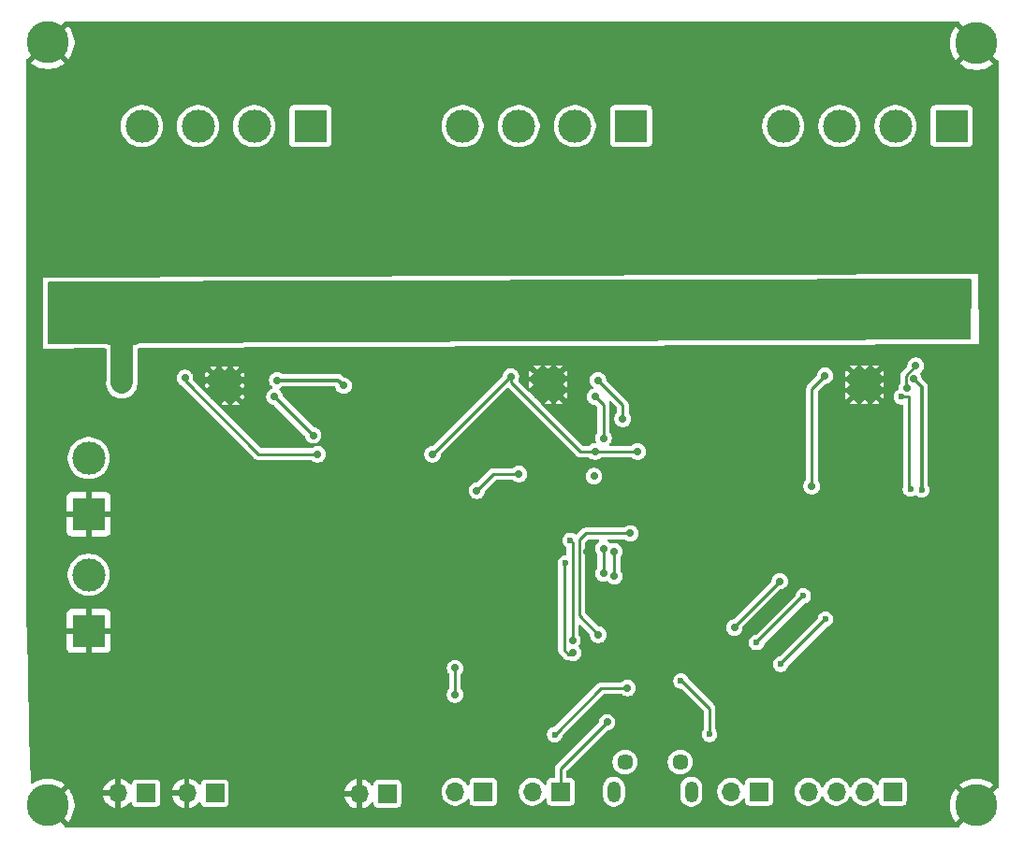
<source format=gbr>
%TF.GenerationSoftware,KiCad,Pcbnew,9.0.0*%
%TF.CreationDate,2025-05-09T17:06:20-07:00*%
%TF.ProjectId,Motor_Controller_Board_v1,4d6f746f-725f-4436-9f6e-74726f6c6c65,v1*%
%TF.SameCoordinates,Original*%
%TF.FileFunction,Copper,L2,Bot*%
%TF.FilePolarity,Positive*%
%FSLAX46Y46*%
G04 Gerber Fmt 4.6, Leading zero omitted, Abs format (unit mm)*
G04 Created by KiCad (PCBNEW 9.0.0) date 2025-05-09 17:06:20*
%MOMM*%
%LPD*%
G01*
G04 APERTURE LIST*
%TA.AperFunction,ComponentPad*%
%ADD10C,3.000000*%
%TD*%
%TA.AperFunction,ComponentPad*%
%ADD11R,3.000000X3.000000*%
%TD*%
%TA.AperFunction,ComponentPad*%
%ADD12O,1.700000X1.700000*%
%TD*%
%TA.AperFunction,ComponentPad*%
%ADD13R,1.700000X1.700000*%
%TD*%
%TA.AperFunction,HeatsinkPad*%
%ADD14C,0.500000*%
%TD*%
%TA.AperFunction,HeatsinkPad*%
%ADD15R,2.500000X2.500000*%
%TD*%
%TA.AperFunction,HeatsinkPad*%
%ADD16O,1.200000X1.900000*%
%TD*%
%TA.AperFunction,HeatsinkPad*%
%ADD17C,1.450000*%
%TD*%
%TA.AperFunction,ComponentPad*%
%ADD18C,3.800000*%
%TD*%
%TA.AperFunction,ViaPad*%
%ADD19C,0.600000*%
%TD*%
%TA.AperFunction,ViaPad*%
%ADD20C,0.700000*%
%TD*%
%TA.AperFunction,Conductor*%
%ADD21C,0.250000*%
%TD*%
%TA.AperFunction,Conductor*%
%ADD22C,0.300000*%
%TD*%
%TA.AperFunction,Conductor*%
%ADD23C,2.000000*%
%TD*%
G04 APERTURE END LIST*
D10*
%TO.P,J401,4,Pin_4*%
%TO.N,/Stepper Drivers/AGITATE_2B*%
X175480000Y-84930000D03*
%TO.P,J401,3,Pin_3*%
%TO.N,/Stepper Drivers/AGITATE_2A*%
X180560000Y-84930000D03*
%TO.P,J401,2,Pin_2*%
%TO.N,/Stepper Drivers/AGITATE_1A*%
X185640000Y-84930000D03*
D11*
%TO.P,J401,1,Pin_1*%
%TO.N,/Stepper Drivers/AGITATE_1B*%
X190720000Y-84930000D03*
%TD*%
D12*
%TO.P,J202,2,Pin_2*%
%TO.N,GND*%
X137130000Y-145380000D03*
D13*
%TO.P,J202,1,Pin_1*%
%TO.N,+5V*%
X139670000Y-145380000D03*
%TD*%
D12*
%TO.P,J304,2,Pin_2*%
%TO.N,+3.3V*%
X152810000Y-145205000D03*
D13*
%TO.P,J304,1,Pin_1*%
%TO.N,/Microcontroller/VERTICAL_SWITCH*%
X155350000Y-145205000D03*
%TD*%
D12*
%TO.P,J206,2,Pin_2*%
%TO.N,GND*%
X121530000Y-145330000D03*
D13*
%TO.P,J206,1,Pin_1*%
%TO.N,/Power Supply/DIGITAL_POWER_+24V*%
X124070000Y-145330000D03*
%TD*%
D12*
%TO.P,J305,2,Pin_2*%
%TO.N,+3.3V*%
X145810000Y-145205000D03*
D13*
%TO.P,J305,1,Pin_1*%
%TO.N,/Microcontroller/HORIZONTAL_SWITCH*%
X148350000Y-145205000D03*
%TD*%
D12*
%TO.P,J303,2,Pin_2*%
%TO.N,/Microcontroller/AGITATION_SWITCH*%
X170770000Y-145205000D03*
D13*
%TO.P,J303,1,Pin_1*%
%TO.N,+3.3V*%
X173310000Y-145205000D03*
%TD*%
D14*
%TO.P,U401,29,GND*%
%TO.N,GND*%
X183850000Y-109330000D03*
X183850000Y-108330000D03*
X183850000Y-107330000D03*
X182850000Y-109330000D03*
D15*
X182850000Y-108330000D03*
D14*
X182850000Y-108330000D03*
X182850000Y-107330000D03*
X181850000Y-109330000D03*
X181850000Y-108330000D03*
X181850000Y-107330000D03*
%TD*%
D12*
%TO.P,J207,2,Pin_2*%
%TO.N,GND*%
X115305000Y-145330000D03*
D13*
%TO.P,J207,1,Pin_1*%
%TO.N,/Power Supply/DIGITAL_POWER_+24V*%
X117845000Y-145330000D03*
%TD*%
D16*
%TO.P,J302,6,Shield*%
%TO.N,unconnected-(J302-Shield-Pad6)*%
X167170000Y-145205000D03*
D17*
%TO.N,unconnected-(J302-Shield-Pad6)_1*%
X166170000Y-142505000D03*
%TO.N,unconnected-(J302-Shield-Pad6)_4*%
X161170000Y-142505000D03*
D16*
%TO.N,unconnected-(J302-Shield-Pad6)_6*%
X160170000Y-145205000D03*
%TD*%
D10*
%TO.P,J203,2,Pin_2*%
%TO.N,+24V*%
X112670000Y-114990000D03*
D11*
%TO.P,J203,1,Pin_1*%
%TO.N,GND*%
X112670000Y-120070000D03*
%TD*%
D14*
%TO.P,U403,29,GND*%
%TO.N,GND*%
X155220000Y-109330000D03*
X155220000Y-108330000D03*
X155220000Y-107330000D03*
X154220000Y-109330000D03*
D15*
X154220000Y-108330000D03*
D14*
X154220000Y-108330000D03*
X154220000Y-107330000D03*
X153220000Y-109330000D03*
X153220000Y-108330000D03*
X153220000Y-107330000D03*
%TD*%
%TO.P,U402,29,GND*%
%TO.N,GND*%
X125970000Y-109430000D03*
X125970000Y-108430000D03*
X125970000Y-107430000D03*
X124970000Y-109430000D03*
D15*
X124970000Y-108430000D03*
D14*
X124970000Y-108430000D03*
X124970000Y-107430000D03*
X123970000Y-109430000D03*
X123970000Y-108430000D03*
X123970000Y-107430000D03*
%TD*%
D10*
%TO.P,J402,4,Pin_4*%
%TO.N,/Stepper Drivers/HORIZONTAL_2B*%
X117470000Y-84930000D03*
%TO.P,J402,3,Pin_3*%
%TO.N,/Stepper Drivers/HORIZONTAL_2A*%
X122550000Y-84930000D03*
%TO.P,J402,2,Pin_2*%
%TO.N,/Stepper Drivers/HORIZONTAL_1A*%
X127630000Y-84930000D03*
D11*
%TO.P,J402,1,Pin_1*%
%TO.N,/Stepper Drivers/HORIZONTAL_1B*%
X132710000Y-84930000D03*
%TD*%
D18*
%TO.P,H202,1,1*%
%TO.N,GND*%
X192970000Y-146430000D03*
%TD*%
D10*
%TO.P,J201,2,Pin_2*%
%TO.N,/Power Supply/DIGITAL_POWER_+24V*%
X112670000Y-125550000D03*
D11*
%TO.P,J201,1,Pin_1*%
%TO.N,GND*%
X112670000Y-130630000D03*
%TD*%
D18*
%TO.P,H201,1,1*%
%TO.N,GND*%
X192970000Y-77430000D03*
%TD*%
%TO.P,H204,1,1*%
%TO.N,GND*%
X108970000Y-77350000D03*
%TD*%
%TO.P,H203,1,1*%
%TO.N,GND*%
X108970000Y-146430000D03*
%TD*%
D10*
%TO.P,J403,4,Pin_4*%
%TO.N,/Stepper Drivers/VERTICAL_2B*%
X146480000Y-84930000D03*
%TO.P,J403,3,Pin_3*%
%TO.N,/Stepper Drivers/VERTICAL_2A*%
X151560000Y-84930000D03*
%TO.P,J403,2,Pin_2*%
%TO.N,/Stepper Drivers/VERTICAL_1A*%
X156640000Y-84930000D03*
D11*
%TO.P,J403,1,Pin_1*%
%TO.N,/Stepper Drivers/VERTICAL_1B*%
X161720000Y-84930000D03*
%TD*%
D12*
%TO.P,J301,4,Pin_4*%
%TO.N,unconnected-(J301-Pin_4-Pad4)*%
X177770000Y-145205000D03*
%TO.P,J301,3,Pin_3*%
%TO.N,/Microcontroller/TXD*%
X180310000Y-145205000D03*
%TO.P,J301,2,Pin_2*%
%TO.N,/Microcontroller/RXD*%
X182850000Y-145205000D03*
D13*
%TO.P,J301,1,Pin_1*%
%TO.N,unconnected-(J301-Pin_1-Pad1)*%
X185390000Y-145205000D03*
%TD*%
D19*
%TO.N,AGITATION_DIR*%
X175250000Y-133650000D03*
D20*
%TO.N,DRIVER_ENABLE*%
X121370000Y-107730000D03*
X179270000Y-107530000D03*
D19*
%TO.N,AGITATION_DIR*%
X188000000Y-117860000D03*
D20*
%TO.N,DRIVER_ENABLE*%
X143770000Y-114630000D03*
X171070000Y-130330000D03*
%TO.N,+3.3V*%
X145800000Y-134000000D03*
%TO.N,DRIVER_ENABLE*%
X133370000Y-114630000D03*
X175170000Y-126130000D03*
X150836995Y-107622587D03*
X158370000Y-116630000D03*
X158446000Y-114400000D03*
X162300000Y-114400000D03*
%TO.N,VERTICAL_DIR*%
X160220000Y-125680000D03*
%TO.N,AGITATION_DIR*%
X187270000Y-107830000D03*
%TO.N,+3.3V*%
X145800000Y-136400000D03*
D19*
%TO.N,AGITATION_DIR*%
X179300000Y-129570000D03*
D20*
%TO.N,DRIVER_ENABLE*%
X178070000Y-117530000D03*
%TO.N,GND*%
X132470000Y-106230000D03*
X121670000Y-135030000D03*
X178200000Y-92650000D03*
D19*
X125040000Y-89200000D03*
D20*
X154200000Y-96200000D03*
X119500000Y-98000000D03*
D19*
X189260000Y-111970000D03*
D20*
X125070000Y-93230000D03*
X154200000Y-89700000D03*
X191720000Y-125930000D03*
X158900000Y-95100000D03*
X140220000Y-122430000D03*
X178300000Y-95400000D03*
X170810000Y-94555000D03*
X150470000Y-141830000D03*
X148125000Y-121825000D03*
X178170000Y-123030000D03*
X177600000Y-97700000D03*
D19*
X160670000Y-140500000D03*
D20*
X120070000Y-93030000D03*
D19*
X178126000Y-88946000D03*
D20*
%TO.N,+5V*%
X151570000Y-116430000D03*
%TO.N,GND*%
X137400000Y-86400000D03*
%TO.N,/Microcontroller/EN*%
X158770000Y-130980000D03*
X161645000Y-121800000D03*
%TO.N,+5V*%
X147770000Y-117930000D03*
D19*
%TO.N,GND*%
X187800000Y-88900000D03*
X130120000Y-89200000D03*
D20*
X119720000Y-112930000D03*
X157400000Y-97900000D03*
X140970000Y-110730000D03*
X161720000Y-132680000D03*
D19*
X155470000Y-116460000D03*
%TO.N,AGITATION_STEP*%
X186990000Y-117790000D03*
D20*
%TO.N,/Stepper Drivers/A_VREF*%
X186670000Y-108630000D03*
%TO.N,VERTICAL_STEP*%
X158470000Y-109430000D03*
D19*
%TO.N,HORIZONTAL_DIR*%
X156220000Y-122430000D03*
D20*
%TO.N,VERTICAL_STEP*%
X159220000Y-113180000D03*
X159220000Y-125430000D03*
%TO.N,/Stepper Drivers/A_VREF*%
X187470000Y-106630000D03*
%TO.N,HORIZONTAL_STEP*%
X156470000Y-132630000D03*
D19*
%TO.N,/Microcontroller/AGITATION_SWITCH*%
X166230000Y-135180002D03*
D20*
%TO.N,HORIZONTAL_DIR*%
X156420000Y-131480000D03*
D19*
%TO.N,AGITATION_STEP*%
X173080000Y-131690000D03*
D20*
%TO.N,HORIZONTAL_DIR*%
X129720000Y-107930000D03*
%TO.N,VERTICAL_STEP*%
X159220000Y-123180000D03*
%TO.N,HORIZONTAL_STEP*%
X129470000Y-109430000D03*
D19*
%TO.N,AGITATION_STEP*%
X177300000Y-127480000D03*
X186160000Y-109430000D03*
%TO.N,HORIZONTAL_STEP*%
X155785000Y-124495000D03*
D20*
X132970000Y-112930000D03*
%TO.N,VERTICAL_DIR*%
X160220000Y-123430000D03*
%TO.N,/Microcontroller/HORIZONTAL_SWITCH*%
X161400000Y-135800000D03*
%TO.N,HORIZONTAL_DIR*%
X135720000Y-108430000D03*
D19*
%TO.N,/Microcontroller/AGITATION_SWITCH*%
X168820000Y-140000000D03*
D20*
%TO.N,VERTICAL_DIR*%
X158720000Y-107930000D03*
X160970000Y-111430000D03*
D19*
%TO.N,/Microcontroller/HORIZONTAL_SWITCH*%
X154810000Y-140020000D03*
D20*
%TO.N,/Microcontroller/VERTICAL_SWITCH*%
X159550000Y-138910000D03*
%TO.N,GND*%
X137170000Y-117230000D03*
X158900000Y-92300000D03*
D19*
X179400000Y-114120000D03*
X159838000Y-89454000D03*
D20*
X167220000Y-129430000D03*
X186170000Y-128490000D03*
X126470000Y-116930000D03*
X130900000Y-97900000D03*
X193170000Y-109530000D03*
X115670000Y-93280000D03*
X150720000Y-124430000D03*
D19*
X131250000Y-125680000D03*
D20*
X168270000Y-94080000D03*
D19*
X145614000Y-89454000D03*
D20*
X165970000Y-136180000D03*
X175470000Y-138030000D03*
X187900000Y-97700000D03*
X172570000Y-112230000D03*
X150000000Y-94200000D03*
X117670000Y-105730000D03*
D19*
X107271000Y-101900000D03*
D20*
X179800000Y-97700000D03*
X169520000Y-111130000D03*
X165720000Y-125930000D03*
X137270000Y-110730000D03*
X130850000Y-112950000D03*
D19*
X173000000Y-88950000D03*
D20*
X118570000Y-135230000D03*
X170300000Y-86800000D03*
X110700000Y-85900000D03*
D19*
X116150000Y-89200000D03*
X158314000Y-89454000D03*
D20*
X168500000Y-86800000D03*
X129370000Y-112240000D03*
X159500000Y-97900000D03*
X129000000Y-97900000D03*
X150370000Y-138830000D03*
X161720000Y-125930000D03*
D19*
X150000000Y-89500000D03*
D20*
X185170000Y-141730000D03*
D19*
X120070000Y-89200000D03*
D20*
X185300000Y-97700000D03*
X160470000Y-133180000D03*
X192545000Y-132930000D03*
D19*
X164970000Y-141350000D03*
X155266000Y-133142000D03*
D20*
X124970000Y-97030000D03*
X191470000Y-143680000D03*
X157720000Y-123430000D03*
X188300000Y-92800000D03*
D19*
X157170000Y-142940000D03*
X131320000Y-124430000D03*
D20*
X183100000Y-93100000D03*
X120800000Y-98000000D03*
D19*
X189250000Y-88900000D03*
D20*
X139470000Y-97930000D03*
D19*
X158070000Y-112100000D03*
%TO.N,+24V*%
X130470000Y-102480000D03*
D20*
X143050000Y-101150000D03*
D19*
X159838000Y-102662000D03*
%TO.N,GND*%
X126080000Y-123190000D03*
D20*
%TO.N,+24V*%
X116270000Y-107030000D03*
X179000000Y-103800000D03*
X170950000Y-100300000D03*
%TO.N,GND*%
X186170000Y-138105000D03*
%TO.N,+24V*%
X177200000Y-103800000D03*
%TO.N,GND*%
X145470000Y-93705000D03*
X166800000Y-86800000D03*
X162070000Y-106030000D03*
%TO.N,+24V*%
X120300000Y-104100000D03*
%TO.N,GND*%
X108700000Y-85900000D03*
X141300000Y-86400000D03*
X149800000Y-98000000D03*
X130070000Y-93330000D03*
X153800000Y-124400000D03*
X146720000Y-119180000D03*
X191545000Y-135505000D03*
X157720000Y-135680000D03*
X181870000Y-124930000D03*
%TO.N,+24V*%
X145470000Y-103930000D03*
X115195000Y-103880000D03*
X170000000Y-99500000D03*
D19*
X188286000Y-101138000D03*
D20*
X144050000Y-102100000D03*
D19*
X130470000Y-101646000D03*
D20*
X116220000Y-103855000D03*
X172965000Y-103380000D03*
X115270000Y-108230000D03*
X150050000Y-104050000D03*
X116270000Y-108155000D03*
%TO.N,GND*%
X112600000Y-85900000D03*
X174470000Y-114830000D03*
X154200000Y-93300000D03*
D19*
%TO.N,+24V*%
X188286000Y-102154000D03*
X159280000Y-103120000D03*
D20*
X115270000Y-107030000D03*
%TO.N,GND*%
X128970000Y-121430000D03*
X165420000Y-94230000D03*
X139400000Y-86400000D03*
D19*
X107925000Y-101930000D03*
D20*
X163720000Y-132680000D03*
X163720000Y-125930000D03*
X183070000Y-129630000D03*
X183100000Y-89000000D03*
X151300000Y-98000000D03*
X170830000Y-134330000D03*
D19*
X150320000Y-114460000D03*
D20*
X167220000Y-131430000D03*
D19*
X184950000Y-117170000D03*
%TD*%
D21*
%TO.N,/Stepper Drivers/A_VREF*%
X186594000Y-107506000D02*
X187470000Y-106630000D01*
X186594000Y-108554000D02*
X186594000Y-107506000D01*
X186670000Y-108630000D02*
X186594000Y-108554000D01*
%TO.N,VERTICAL_STEP*%
X159220000Y-113180000D02*
X159220000Y-110180000D01*
D22*
%TO.N,HORIZONTAL_DIR*%
X135220000Y-107930000D02*
X135720000Y-108430000D01*
D21*
%TO.N,VERTICAL_STEP*%
X159220000Y-125430000D02*
X159220000Y-123180000D01*
%TO.N,HORIZONTAL_DIR*%
X156420000Y-122630000D02*
X156220000Y-122430000D01*
%TO.N,VERTICAL_STEP*%
X159220000Y-110180000D02*
X158470000Y-109430000D01*
D22*
%TO.N,AGITATION_STEP*%
X177290000Y-127480000D02*
X173080000Y-131690000D01*
D21*
X186890000Y-109430000D02*
X186890000Y-117690000D01*
%TO.N,HORIZONTAL_DIR*%
X156420000Y-131480000D02*
X156420000Y-122630000D01*
%TO.N,AGITATION_STEP*%
X186890000Y-117690000D02*
X186990000Y-117790000D01*
X186160000Y-109430000D02*
X186890000Y-109430000D01*
D22*
X177300000Y-127480000D02*
X177290000Y-127480000D01*
%TO.N,HORIZONTAL_DIR*%
X129720000Y-107930000D02*
X135220000Y-107930000D01*
D21*
%TO.N,VERTICAL_DIR*%
X160970000Y-111430000D02*
X160970000Y-110180000D01*
X160220000Y-125680000D02*
X160220000Y-123430000D01*
X160970000Y-110180000D02*
X158720000Y-107930000D01*
%TO.N,+3.3V*%
X145800000Y-134000000D02*
X145800000Y-136400000D01*
D22*
%TO.N,AGITATION_DIR*%
X179300000Y-129600000D02*
X175250000Y-133650000D01*
%TO.N,HORIZONTAL_STEP*%
X129470000Y-109430000D02*
X132970000Y-112930000D01*
D21*
X155656000Y-132385298D02*
X155656000Y-124624000D01*
X156035351Y-132764649D02*
X155656000Y-132385298D01*
D22*
%TO.N,AGITATION_DIR*%
X188000000Y-108560000D02*
X188000000Y-117860000D01*
D21*
%TO.N,HORIZONTAL_STEP*%
X155656000Y-124624000D02*
X155785000Y-124495000D01*
D22*
%TO.N,AGITATION_DIR*%
X187270000Y-107830000D02*
X188000000Y-108560000D01*
D21*
%TO.N,HORIZONTAL_STEP*%
X156335351Y-132764649D02*
X156035351Y-132764649D01*
D22*
%TO.N,AGITATION_DIR*%
X179300000Y-129570000D02*
X179300000Y-129600000D01*
D21*
%TO.N,HORIZONTAL_STEP*%
X156470000Y-132630000D02*
X156335351Y-132764649D01*
%TO.N,DRIVER_ENABLE*%
X171070000Y-130330000D02*
X171070000Y-130230000D01*
X150836995Y-107622587D02*
X150836995Y-108098995D01*
X157138000Y-114400000D02*
X158446000Y-114400000D01*
X178070000Y-117530000D02*
X178070000Y-108730000D01*
X121370000Y-107982000D02*
X128018000Y-114630000D01*
X158470000Y-116530000D02*
X158370000Y-116630000D01*
X178070000Y-108730000D02*
X179270000Y-107530000D01*
X150836995Y-108098995D02*
X157138000Y-114400000D01*
X143770000Y-114630000D02*
X150777413Y-107622587D01*
X121370000Y-107730000D02*
X121370000Y-107982000D01*
X171070000Y-130230000D02*
X175170000Y-126130000D01*
X158446000Y-114400000D02*
X162300000Y-114400000D01*
X128018000Y-114630000D02*
X133370000Y-114630000D01*
X150777413Y-107622587D02*
X150836995Y-107622587D01*
D23*
%TO.N,+24V*%
X115670000Y-103430000D02*
X115670000Y-107030000D01*
X115645000Y-108180000D02*
X115670000Y-108155000D01*
X115670000Y-107030000D02*
X115670000Y-108155000D01*
D21*
%TO.N,+5V*%
X151570000Y-116430000D02*
X149270000Y-116430000D01*
%TO.N,/Microcontroller/EN*%
X157644000Y-121800000D02*
X157044000Y-122400000D01*
%TO.N,+5V*%
X149270000Y-116430000D02*
X147770000Y-117930000D01*
%TO.N,/Microcontroller/EN*%
X161645000Y-121800000D02*
X157644000Y-121800000D01*
X157044000Y-129254000D02*
X158770000Y-130980000D01*
X157044000Y-122400000D02*
X157044000Y-129254000D01*
%TO.N,/Microcontroller/HORIZONTAL_SWITCH*%
X159030000Y-135800000D02*
X154810000Y-140020000D01*
X161400000Y-135800000D02*
X159030000Y-135800000D01*
%TO.N,/Microcontroller/AGITATION_SWITCH*%
X168820000Y-140000000D02*
X168820000Y-137650000D01*
X168820000Y-137650000D02*
X166230000Y-135060000D01*
X166230000Y-135060000D02*
X166230000Y-135180002D01*
%TO.N,/Microcontroller/VERTICAL_SWITCH*%
X155350000Y-143110000D02*
X155350000Y-145205000D01*
X159550000Y-138910000D02*
X155350000Y-143110000D01*
%TD*%
%TA.AperFunction,Conductor*%
%TO.N,+24V*%
G36*
X192452580Y-98755427D02*
G01*
X192498524Y-98808067D01*
X192509892Y-98862335D01*
X192409361Y-104156877D01*
X192388407Y-104223531D01*
X192334744Y-104268275D01*
X192285948Y-104278522D01*
X117192081Y-104620715D01*
X117192070Y-104620715D01*
X117106826Y-104630176D01*
X117106822Y-104630176D01*
X117055898Y-104641377D01*
X117055884Y-104641380D01*
X116985142Y-104663898D01*
X116985136Y-104663901D01*
X116877446Y-104730956D01*
X116877443Y-104730959D01*
X116860156Y-104745937D01*
X116796602Y-104774962D01*
X116779162Y-104776224D01*
X114550196Y-104779946D01*
X114483124Y-104760373D01*
X114467879Y-104748865D01*
X114439423Y-104723719D01*
X114439422Y-104723718D01*
X114324537Y-104669894D01*
X114324535Y-104669893D01*
X114324530Y-104669891D01*
X114324527Y-104669890D01*
X114257426Y-104650518D01*
X114257412Y-104650515D01*
X114143090Y-104634608D01*
X114143087Y-104634608D01*
X109060065Y-104657769D01*
X108992937Y-104638390D01*
X108946942Y-104585795D01*
X108935500Y-104533770D01*
X108935500Y-99157610D01*
X108955185Y-99090571D01*
X109007989Y-99044816D01*
X109059053Y-99033611D01*
X192385472Y-98735982D01*
X192452580Y-98755427D01*
G37*
%TD.AperFunction*%
%TD*%
%TA.AperFunction,Conductor*%
%TO.N,GND*%
G36*
X108530000Y-105075000D02*
G01*
X106970500Y-105075000D01*
X106970500Y-89835000D01*
X108530000Y-89835000D01*
X108530000Y-105075000D01*
G37*
%TD.AperFunction*%
%TD*%
%TA.AperFunction,Conductor*%
%TO.N,GND*%
G36*
X191402353Y-75450185D02*
G01*
X191448108Y-75502989D01*
X191459119Y-75561453D01*
X191458900Y-75565346D01*
X192387263Y-76493709D01*
X192253398Y-76590967D01*
X192130967Y-76713398D01*
X192033709Y-76847262D01*
X191105345Y-75918899D01*
X191009568Y-76039001D01*
X190866152Y-76267247D01*
X190749198Y-76510104D01*
X190749192Y-76510118D01*
X190660167Y-76764536D01*
X190660163Y-76764548D01*
X190600181Y-77027348D01*
X190600178Y-77027366D01*
X190570000Y-77295212D01*
X190570000Y-77564787D01*
X190600178Y-77832633D01*
X190600181Y-77832651D01*
X190660163Y-78095451D01*
X190660167Y-78095463D01*
X190749192Y-78349881D01*
X190749198Y-78349895D01*
X190866152Y-78592752D01*
X191009568Y-78820998D01*
X191105346Y-78941099D01*
X192033708Y-78012736D01*
X192130967Y-78146602D01*
X192253398Y-78269033D01*
X192387262Y-78366290D01*
X191458899Y-79294652D01*
X191458900Y-79294653D01*
X191578993Y-79390427D01*
X191578997Y-79390429D01*
X191807247Y-79533847D01*
X192050104Y-79650801D01*
X192050118Y-79650807D01*
X192304536Y-79739832D01*
X192304548Y-79739836D01*
X192567348Y-79799818D01*
X192567366Y-79799821D01*
X192835212Y-79829999D01*
X192835216Y-79830000D01*
X193104784Y-79830000D01*
X193104787Y-79829999D01*
X193372633Y-79799821D01*
X193372651Y-79799818D01*
X193635451Y-79739836D01*
X193635463Y-79739832D01*
X193889881Y-79650807D01*
X193889895Y-79650801D01*
X194132752Y-79533847D01*
X194360999Y-79390431D01*
X194481098Y-79294653D01*
X194481099Y-79294652D01*
X193552737Y-78366290D01*
X193686602Y-78269033D01*
X193809033Y-78146602D01*
X193906290Y-78012737D01*
X194834651Y-78941098D01*
X194838547Y-78940880D01*
X194906585Y-78956775D01*
X194955229Y-79006930D01*
X194969500Y-79064685D01*
X194969500Y-144795313D01*
X194949815Y-144862352D01*
X194897011Y-144908107D01*
X194838549Y-144919118D01*
X194834652Y-144918899D01*
X193906290Y-145847262D01*
X193809033Y-145713398D01*
X193686602Y-145590967D01*
X193552736Y-145493709D01*
X194481099Y-144565346D01*
X194360998Y-144469568D01*
X194132752Y-144326152D01*
X193889895Y-144209198D01*
X193889881Y-144209192D01*
X193635463Y-144120167D01*
X193635451Y-144120163D01*
X193372651Y-144060181D01*
X193372633Y-144060178D01*
X193104787Y-144030000D01*
X192835212Y-144030000D01*
X192567366Y-144060178D01*
X192567348Y-144060181D01*
X192304548Y-144120163D01*
X192304536Y-144120167D01*
X192050118Y-144209192D01*
X192050104Y-144209198D01*
X191807247Y-144326152D01*
X191579001Y-144469568D01*
X191458899Y-144565345D01*
X192387263Y-145493709D01*
X192253398Y-145590967D01*
X192130967Y-145713398D01*
X192033709Y-145847262D01*
X191105345Y-144918899D01*
X191009568Y-145039001D01*
X190866152Y-145267247D01*
X190749198Y-145510104D01*
X190749192Y-145510118D01*
X190660167Y-145764536D01*
X190660163Y-145764548D01*
X190600181Y-146027348D01*
X190600178Y-146027366D01*
X190570000Y-146295212D01*
X190570000Y-146564787D01*
X190600178Y-146832633D01*
X190600181Y-146832651D01*
X190660163Y-147095451D01*
X190660167Y-147095463D01*
X190749192Y-147349881D01*
X190749198Y-147349895D01*
X190866152Y-147592752D01*
X191009568Y-147820998D01*
X191105346Y-147941099D01*
X192033708Y-147012736D01*
X192130967Y-147146602D01*
X192253398Y-147269033D01*
X192387262Y-147366290D01*
X191458900Y-148294651D01*
X191459119Y-148298547D01*
X191443224Y-148366585D01*
X191393069Y-148415229D01*
X191335314Y-148429500D01*
X110604685Y-148429500D01*
X110537646Y-148409815D01*
X110491891Y-148357011D01*
X110480880Y-148298547D01*
X110481098Y-148294651D01*
X109552737Y-147366290D01*
X109686602Y-147269033D01*
X109809033Y-147146602D01*
X109906290Y-147012737D01*
X110834652Y-147941099D01*
X110834653Y-147941098D01*
X110930431Y-147820999D01*
X111073847Y-147592752D01*
X111190801Y-147349895D01*
X111190807Y-147349881D01*
X111279832Y-147095463D01*
X111279836Y-147095451D01*
X111339818Y-146832651D01*
X111339821Y-146832633D01*
X111369999Y-146564787D01*
X111370000Y-146564783D01*
X111370000Y-146295216D01*
X111369999Y-146295212D01*
X111339821Y-146027366D01*
X111339818Y-146027348D01*
X111279836Y-145764548D01*
X111279832Y-145764536D01*
X111216622Y-145583891D01*
X111190807Y-145510118D01*
X111190801Y-145510104D01*
X111073847Y-145267247D01*
X111020934Y-145183036D01*
X110956193Y-145080000D01*
X113977769Y-145080000D01*
X114871988Y-145080000D01*
X114839075Y-145137007D01*
X114805000Y-145264174D01*
X114805000Y-145395826D01*
X114839075Y-145522993D01*
X114871988Y-145580000D01*
X113977769Y-145580000D01*
X113988242Y-145646126D01*
X113988242Y-145646129D01*
X114053904Y-145848217D01*
X114150379Y-146037557D01*
X114275272Y-146209459D01*
X114275276Y-146209464D01*
X114425535Y-146359723D01*
X114425540Y-146359727D01*
X114597442Y-146484620D01*
X114786782Y-146581095D01*
X114988871Y-146646757D01*
X115055000Y-146657231D01*
X115055000Y-145763012D01*
X115112007Y-145795925D01*
X115239174Y-145830000D01*
X115370826Y-145830000D01*
X115497993Y-145795925D01*
X115555000Y-145763012D01*
X115555000Y-146657230D01*
X115621126Y-146646757D01*
X115621129Y-146646757D01*
X115823217Y-146581095D01*
X116012557Y-146484620D01*
X116184459Y-146359727D01*
X116184464Y-146359723D01*
X116334725Y-146209462D01*
X116371776Y-146158465D01*
X116427105Y-146115798D01*
X116496719Y-146109818D01*
X116558514Y-146142423D01*
X116592872Y-146203262D01*
X116594568Y-146211951D01*
X116609352Y-146305300D01*
X116609353Y-146305303D01*
X116609354Y-146305304D01*
X116666950Y-146418342D01*
X116666952Y-146418344D01*
X116666954Y-146418347D01*
X116756652Y-146508045D01*
X116756654Y-146508046D01*
X116756658Y-146508050D01*
X116868002Y-146564783D01*
X116869698Y-146565647D01*
X116963475Y-146580499D01*
X116963481Y-146580500D01*
X118726518Y-146580499D01*
X118820304Y-146565646D01*
X118933342Y-146508050D01*
X119023050Y-146418342D01*
X119080646Y-146305304D01*
X119080646Y-146305302D01*
X119080647Y-146305301D01*
X119091711Y-146235444D01*
X119095500Y-146211519D01*
X119095499Y-145080000D01*
X120202769Y-145080000D01*
X121096988Y-145080000D01*
X121064075Y-145137007D01*
X121030000Y-145264174D01*
X121030000Y-145395826D01*
X121064075Y-145522993D01*
X121096988Y-145580000D01*
X120202769Y-145580000D01*
X120213242Y-145646126D01*
X120213242Y-145646129D01*
X120278904Y-145848217D01*
X120375379Y-146037557D01*
X120500272Y-146209459D01*
X120500276Y-146209464D01*
X120650535Y-146359723D01*
X120650540Y-146359727D01*
X120822442Y-146484620D01*
X121011782Y-146581095D01*
X121213871Y-146646757D01*
X121280000Y-146657231D01*
X121280000Y-145763012D01*
X121337007Y-145795925D01*
X121464174Y-145830000D01*
X121595826Y-145830000D01*
X121722993Y-145795925D01*
X121780000Y-145763012D01*
X121780000Y-146657230D01*
X121846126Y-146646757D01*
X121846129Y-146646757D01*
X122048217Y-146581095D01*
X122237557Y-146484620D01*
X122409459Y-146359727D01*
X122409464Y-146359723D01*
X122559725Y-146209462D01*
X122596776Y-146158465D01*
X122652105Y-146115798D01*
X122721719Y-146109818D01*
X122783514Y-146142423D01*
X122817872Y-146203262D01*
X122819568Y-146211951D01*
X122834352Y-146305300D01*
X122834353Y-146305303D01*
X122834354Y-146305304D01*
X122891950Y-146418342D01*
X122891952Y-146418344D01*
X122891954Y-146418347D01*
X122981652Y-146508045D01*
X122981654Y-146508046D01*
X122981658Y-146508050D01*
X123093002Y-146564783D01*
X123094698Y-146565647D01*
X123188475Y-146580499D01*
X123188481Y-146580500D01*
X124951518Y-146580499D01*
X125045304Y-146565646D01*
X125158342Y-146508050D01*
X125248050Y-146418342D01*
X125305646Y-146305304D01*
X125305646Y-146305302D01*
X125305647Y-146305301D01*
X125316711Y-146235444D01*
X125320500Y-146211519D01*
X125320499Y-145130000D01*
X135802769Y-145130000D01*
X136696988Y-145130000D01*
X136664075Y-145187007D01*
X136630000Y-145314174D01*
X136630000Y-145445826D01*
X136664075Y-145572993D01*
X136696988Y-145630000D01*
X135802769Y-145630000D01*
X135813242Y-145696126D01*
X135813242Y-145696129D01*
X135878904Y-145898217D01*
X135975379Y-146087557D01*
X136100272Y-146259459D01*
X136100276Y-146259464D01*
X136250535Y-146409723D01*
X136250540Y-146409727D01*
X136422442Y-146534620D01*
X136611782Y-146631095D01*
X136813871Y-146696757D01*
X136880000Y-146707231D01*
X136880000Y-145813012D01*
X136937007Y-145845925D01*
X137064174Y-145880000D01*
X137195826Y-145880000D01*
X137322993Y-145845925D01*
X137380000Y-145813012D01*
X137380000Y-146707230D01*
X137446126Y-146696757D01*
X137446129Y-146696757D01*
X137648217Y-146631095D01*
X137837557Y-146534620D01*
X138009459Y-146409727D01*
X138009464Y-146409723D01*
X138159725Y-146259462D01*
X138196776Y-146208465D01*
X138252105Y-146165798D01*
X138321719Y-146159818D01*
X138383514Y-146192423D01*
X138417872Y-146253262D01*
X138419568Y-146261951D01*
X138434352Y-146355300D01*
X138434353Y-146355303D01*
X138434354Y-146355304D01*
X138491950Y-146468342D01*
X138491952Y-146468344D01*
X138491954Y-146468347D01*
X138581652Y-146558045D01*
X138581654Y-146558046D01*
X138581658Y-146558050D01*
X138677290Y-146606777D01*
X138694698Y-146615647D01*
X138788475Y-146630499D01*
X138788481Y-146630500D01*
X140551518Y-146630499D01*
X140645304Y-146615646D01*
X140758342Y-146558050D01*
X140848050Y-146468342D01*
X140905646Y-146355304D01*
X140905646Y-146355302D01*
X140905647Y-146355301D01*
X140918440Y-146274523D01*
X140920500Y-146261519D01*
X140920499Y-145106577D01*
X144559500Y-145106577D01*
X144559500Y-145303422D01*
X144590290Y-145497826D01*
X144651117Y-145685029D01*
X144721781Y-145823714D01*
X144740476Y-145860405D01*
X144856172Y-146019646D01*
X144995354Y-146158828D01*
X145154595Y-146274524D01*
X145195198Y-146295212D01*
X145329970Y-146363882D01*
X145329972Y-146363882D01*
X145329975Y-146363884D01*
X145388962Y-146383050D01*
X145517173Y-146424709D01*
X145711578Y-146455500D01*
X145711583Y-146455500D01*
X145908422Y-146455500D01*
X146102826Y-146424709D01*
X146122421Y-146418342D01*
X146290025Y-146363884D01*
X146465405Y-146274524D01*
X146624646Y-146158828D01*
X146763828Y-146019646D01*
X146875184Y-145866378D01*
X146930512Y-145823714D01*
X147000125Y-145817735D01*
X147061920Y-145850341D01*
X147096277Y-145911179D01*
X147099500Y-145939264D01*
X147099500Y-146086517D01*
X147104138Y-146115798D01*
X147114354Y-146180304D01*
X147171950Y-146293342D01*
X147171952Y-146293344D01*
X147171954Y-146293347D01*
X147261652Y-146383045D01*
X147261654Y-146383046D01*
X147261658Y-146383050D01*
X147374694Y-146440645D01*
X147374698Y-146440647D01*
X147468475Y-146455499D01*
X147468481Y-146455500D01*
X149231518Y-146455499D01*
X149325304Y-146440646D01*
X149438342Y-146383050D01*
X149528050Y-146293342D01*
X149585646Y-146180304D01*
X149585646Y-146180302D01*
X149585647Y-146180301D01*
X149596810Y-146109818D01*
X149600500Y-146086519D01*
X149600499Y-145106577D01*
X151559500Y-145106577D01*
X151559500Y-145303422D01*
X151590290Y-145497826D01*
X151651117Y-145685029D01*
X151721781Y-145823714D01*
X151740476Y-145860405D01*
X151856172Y-146019646D01*
X151995354Y-146158828D01*
X152154595Y-146274524D01*
X152195198Y-146295212D01*
X152329970Y-146363882D01*
X152329972Y-146363882D01*
X152329975Y-146363884D01*
X152388962Y-146383050D01*
X152517173Y-146424709D01*
X152711578Y-146455500D01*
X152711583Y-146455500D01*
X152908422Y-146455500D01*
X153102826Y-146424709D01*
X153122421Y-146418342D01*
X153290025Y-146363884D01*
X153465405Y-146274524D01*
X153624646Y-146158828D01*
X153763828Y-146019646D01*
X153875184Y-145866378D01*
X153930512Y-145823714D01*
X154000125Y-145817735D01*
X154061920Y-145850341D01*
X154096277Y-145911179D01*
X154099500Y-145939264D01*
X154099500Y-146086517D01*
X154104138Y-146115798D01*
X154114354Y-146180304D01*
X154171950Y-146293342D01*
X154171952Y-146293344D01*
X154171954Y-146293347D01*
X154261652Y-146383045D01*
X154261654Y-146383046D01*
X154261658Y-146383050D01*
X154374694Y-146440645D01*
X154374698Y-146440647D01*
X154468475Y-146455499D01*
X154468481Y-146455500D01*
X156231518Y-146455499D01*
X156325304Y-146440646D01*
X156438342Y-146383050D01*
X156528050Y-146293342D01*
X156585646Y-146180304D01*
X156585646Y-146180302D01*
X156585647Y-146180301D01*
X156596810Y-146109818D01*
X156600500Y-146086519D01*
X156600500Y-145653543D01*
X159169499Y-145653543D01*
X159207947Y-145846829D01*
X159207950Y-145846839D01*
X159283364Y-146028907D01*
X159283371Y-146028920D01*
X159392860Y-146192781D01*
X159392863Y-146192785D01*
X159532214Y-146332136D01*
X159532218Y-146332139D01*
X159696079Y-146441628D01*
X159696092Y-146441635D01*
X159878160Y-146517049D01*
X159878165Y-146517051D01*
X159878169Y-146517051D01*
X159878170Y-146517052D01*
X160071456Y-146555500D01*
X160071459Y-146555500D01*
X160268543Y-146555500D01*
X160398582Y-146529632D01*
X160461835Y-146517051D01*
X160643914Y-146441632D01*
X160807782Y-146332139D01*
X160947139Y-146192782D01*
X161056632Y-146028914D01*
X161060471Y-146019647D01*
X161110768Y-145898217D01*
X161132051Y-145846835D01*
X161148419Y-145764548D01*
X161170500Y-145653543D01*
X166169499Y-145653543D01*
X166207947Y-145846829D01*
X166207950Y-145846839D01*
X166283364Y-146028907D01*
X166283371Y-146028920D01*
X166392860Y-146192781D01*
X166392863Y-146192785D01*
X166532214Y-146332136D01*
X166532218Y-146332139D01*
X166696079Y-146441628D01*
X166696092Y-146441635D01*
X166878160Y-146517049D01*
X166878165Y-146517051D01*
X166878169Y-146517051D01*
X166878170Y-146517052D01*
X167071456Y-146555500D01*
X167071459Y-146555500D01*
X167268543Y-146555500D01*
X167398582Y-146529632D01*
X167461835Y-146517051D01*
X167643914Y-146441632D01*
X167807782Y-146332139D01*
X167947139Y-146192782D01*
X168056632Y-146028914D01*
X168060471Y-146019647D01*
X168110768Y-145898217D01*
X168132051Y-145846835D01*
X168148419Y-145764548D01*
X168170500Y-145653543D01*
X168170500Y-145106577D01*
X169519500Y-145106577D01*
X169519500Y-145303422D01*
X169550290Y-145497826D01*
X169611117Y-145685029D01*
X169681781Y-145823714D01*
X169700476Y-145860405D01*
X169816172Y-146019646D01*
X169955354Y-146158828D01*
X170114595Y-146274524D01*
X170155198Y-146295212D01*
X170289970Y-146363882D01*
X170289972Y-146363882D01*
X170289975Y-146363884D01*
X170348962Y-146383050D01*
X170477173Y-146424709D01*
X170671578Y-146455500D01*
X170671583Y-146455500D01*
X170868422Y-146455500D01*
X171062826Y-146424709D01*
X171082421Y-146418342D01*
X171250025Y-146363884D01*
X171425405Y-146274524D01*
X171584646Y-146158828D01*
X171723828Y-146019646D01*
X171835184Y-145866378D01*
X171890512Y-145823714D01*
X171960125Y-145817735D01*
X172021920Y-145850341D01*
X172056277Y-145911179D01*
X172059500Y-145939264D01*
X172059500Y-146086517D01*
X172064138Y-146115798D01*
X172074354Y-146180304D01*
X172131950Y-146293342D01*
X172131952Y-146293344D01*
X172131954Y-146293347D01*
X172221652Y-146383045D01*
X172221654Y-146383046D01*
X172221658Y-146383050D01*
X172334694Y-146440645D01*
X172334698Y-146440647D01*
X172428475Y-146455499D01*
X172428481Y-146455500D01*
X174191518Y-146455499D01*
X174285304Y-146440646D01*
X174398342Y-146383050D01*
X174488050Y-146293342D01*
X174545646Y-146180304D01*
X174545646Y-146180302D01*
X174545647Y-146180301D01*
X174556810Y-146109818D01*
X174560500Y-146086519D01*
X174560499Y-145106577D01*
X176519500Y-145106577D01*
X176519500Y-145303422D01*
X176550290Y-145497826D01*
X176611117Y-145685029D01*
X176681781Y-145823714D01*
X176700476Y-145860405D01*
X176816172Y-146019646D01*
X176955354Y-146158828D01*
X177114595Y-146274524D01*
X177155198Y-146295212D01*
X177289970Y-146363882D01*
X177289972Y-146363882D01*
X177289975Y-146363884D01*
X177348962Y-146383050D01*
X177477173Y-146424709D01*
X177671578Y-146455500D01*
X177671583Y-146455500D01*
X177868422Y-146455500D01*
X178062826Y-146424709D01*
X178082421Y-146418342D01*
X178250025Y-146363884D01*
X178425405Y-146274524D01*
X178584646Y-146158828D01*
X178723828Y-146019646D01*
X178839524Y-145860405D01*
X178905918Y-145730099D01*
X178929515Y-145683787D01*
X178977489Y-145632990D01*
X179045310Y-145616195D01*
X179111445Y-145638732D01*
X179150485Y-145683787D01*
X179240474Y-145860403D01*
X179267948Y-145898217D01*
X179356172Y-146019646D01*
X179495354Y-146158828D01*
X179654595Y-146274524D01*
X179695198Y-146295212D01*
X179829970Y-146363882D01*
X179829972Y-146363882D01*
X179829975Y-146363884D01*
X179888962Y-146383050D01*
X180017173Y-146424709D01*
X180211578Y-146455500D01*
X180211583Y-146455500D01*
X180408422Y-146455500D01*
X180602826Y-146424709D01*
X180622421Y-146418342D01*
X180790025Y-146363884D01*
X180965405Y-146274524D01*
X181124646Y-146158828D01*
X181263828Y-146019646D01*
X181379524Y-145860405D01*
X181445918Y-145730099D01*
X181469515Y-145683787D01*
X181517489Y-145632990D01*
X181585310Y-145616195D01*
X181651445Y-145638732D01*
X181690485Y-145683787D01*
X181780474Y-145860403D01*
X181807948Y-145898217D01*
X181896172Y-146019646D01*
X182035354Y-146158828D01*
X182194595Y-146274524D01*
X182235198Y-146295212D01*
X182369970Y-146363882D01*
X182369972Y-146363882D01*
X182369975Y-146363884D01*
X182428962Y-146383050D01*
X182557173Y-146424709D01*
X182751578Y-146455500D01*
X182751583Y-146455500D01*
X182948422Y-146455500D01*
X183142826Y-146424709D01*
X183162421Y-146418342D01*
X183330025Y-146363884D01*
X183505405Y-146274524D01*
X183664646Y-146158828D01*
X183803828Y-146019646D01*
X183915184Y-145866378D01*
X183970512Y-145823714D01*
X184040125Y-145817735D01*
X184101920Y-145850341D01*
X184136277Y-145911179D01*
X184139500Y-145939264D01*
X184139500Y-146086517D01*
X184144138Y-146115798D01*
X184154354Y-146180304D01*
X184211950Y-146293342D01*
X184211952Y-146293344D01*
X184211954Y-146293347D01*
X184301652Y-146383045D01*
X184301654Y-146383046D01*
X184301658Y-146383050D01*
X184414694Y-146440645D01*
X184414698Y-146440647D01*
X184508475Y-146455499D01*
X184508481Y-146455500D01*
X186271518Y-146455499D01*
X186365304Y-146440646D01*
X186478342Y-146383050D01*
X186568050Y-146293342D01*
X186625646Y-146180304D01*
X186625646Y-146180302D01*
X186625647Y-146180301D01*
X186636810Y-146109818D01*
X186640500Y-146086519D01*
X186640499Y-144323482D01*
X186625646Y-144229696D01*
X186568050Y-144116658D01*
X186568046Y-144116654D01*
X186568045Y-144116652D01*
X186478347Y-144026954D01*
X186478344Y-144026952D01*
X186478342Y-144026950D01*
X186396580Y-143985290D01*
X186365301Y-143969352D01*
X186271524Y-143954500D01*
X184508482Y-143954500D01*
X184427519Y-143967323D01*
X184414696Y-143969354D01*
X184301658Y-144026950D01*
X184301657Y-144026951D01*
X184301652Y-144026954D01*
X184211954Y-144116652D01*
X184211951Y-144116657D01*
X184211950Y-144116658D01*
X184205711Y-144128903D01*
X184154352Y-144229698D01*
X184139500Y-144323475D01*
X184139500Y-144470733D01*
X184119815Y-144537772D01*
X184067011Y-144583527D01*
X183997853Y-144593471D01*
X183934297Y-144564446D01*
X183915182Y-144543619D01*
X183883883Y-144500540D01*
X183803828Y-144390354D01*
X183664646Y-144251172D01*
X183505405Y-144135476D01*
X183493678Y-144129501D01*
X183330029Y-144046117D01*
X183142826Y-143985290D01*
X182948422Y-143954500D01*
X182948417Y-143954500D01*
X182751583Y-143954500D01*
X182751578Y-143954500D01*
X182557173Y-143985290D01*
X182369970Y-144046117D01*
X182194594Y-144135476D01*
X182103741Y-144201485D01*
X182035354Y-144251172D01*
X182035352Y-144251174D01*
X182035351Y-144251174D01*
X181896174Y-144390351D01*
X181896174Y-144390352D01*
X181896172Y-144390354D01*
X181854255Y-144448048D01*
X181780476Y-144549594D01*
X181690485Y-144726213D01*
X181642511Y-144777009D01*
X181574690Y-144793804D01*
X181508555Y-144771267D01*
X181469515Y-144726213D01*
X181403736Y-144597115D01*
X181379524Y-144549595D01*
X181263828Y-144390354D01*
X181124646Y-144251172D01*
X180965405Y-144135476D01*
X180953678Y-144129501D01*
X180790029Y-144046117D01*
X180602826Y-143985290D01*
X180408422Y-143954500D01*
X180408417Y-143954500D01*
X180211583Y-143954500D01*
X180211578Y-143954500D01*
X180017173Y-143985290D01*
X179829970Y-144046117D01*
X179654594Y-144135476D01*
X179563741Y-144201485D01*
X179495354Y-144251172D01*
X179495352Y-144251174D01*
X179495351Y-144251174D01*
X179356174Y-144390351D01*
X179356174Y-144390352D01*
X179356172Y-144390354D01*
X179314255Y-144448048D01*
X179240476Y-144549594D01*
X179150485Y-144726213D01*
X179102511Y-144777009D01*
X179034690Y-144793804D01*
X178968555Y-144771267D01*
X178929515Y-144726213D01*
X178863736Y-144597115D01*
X178839524Y-144549595D01*
X178723828Y-144390354D01*
X178584646Y-144251172D01*
X178425405Y-144135476D01*
X178413678Y-144129501D01*
X178250029Y-144046117D01*
X178062826Y-143985290D01*
X177868422Y-143954500D01*
X177868417Y-143954500D01*
X177671583Y-143954500D01*
X177671578Y-143954500D01*
X177477173Y-143985290D01*
X177289970Y-144046117D01*
X177114594Y-144135476D01*
X177023741Y-144201485D01*
X176955354Y-144251172D01*
X176955352Y-144251174D01*
X176955351Y-144251174D01*
X176816174Y-144390351D01*
X176816174Y-144390352D01*
X176816172Y-144390354D01*
X176774255Y-144448048D01*
X176700476Y-144549594D01*
X176611117Y-144724970D01*
X176550290Y-144912173D01*
X176519500Y-145106577D01*
X174560499Y-145106577D01*
X174560499Y-144323482D01*
X174545646Y-144229696D01*
X174488050Y-144116658D01*
X174488046Y-144116654D01*
X174488045Y-144116652D01*
X174398347Y-144026954D01*
X174398344Y-144026952D01*
X174398342Y-144026950D01*
X174316580Y-143985290D01*
X174285301Y-143969352D01*
X174191524Y-143954500D01*
X172428482Y-143954500D01*
X172347519Y-143967323D01*
X172334696Y-143969354D01*
X172221658Y-144026950D01*
X172221657Y-144026951D01*
X172221652Y-144026954D01*
X172131954Y-144116652D01*
X172131951Y-144116657D01*
X172131950Y-144116658D01*
X172125711Y-144128903D01*
X172074352Y-144229698D01*
X172059500Y-144323475D01*
X172059500Y-144470733D01*
X172039815Y-144537772D01*
X171987011Y-144583527D01*
X171917853Y-144593471D01*
X171854297Y-144564446D01*
X171835182Y-144543619D01*
X171803883Y-144500540D01*
X171723828Y-144390354D01*
X171584646Y-144251172D01*
X171425405Y-144135476D01*
X171413678Y-144129501D01*
X171250029Y-144046117D01*
X171062826Y-143985290D01*
X170868422Y-143954500D01*
X170868417Y-143954500D01*
X170671583Y-143954500D01*
X170671578Y-143954500D01*
X170477173Y-143985290D01*
X170289970Y-144046117D01*
X170114594Y-144135476D01*
X170023741Y-144201485D01*
X169955354Y-144251172D01*
X169955352Y-144251174D01*
X169955351Y-144251174D01*
X169816174Y-144390351D01*
X169816174Y-144390352D01*
X169816172Y-144390354D01*
X169774255Y-144448048D01*
X169700476Y-144549594D01*
X169611117Y-144724970D01*
X169550290Y-144912173D01*
X169519500Y-145106577D01*
X168170500Y-145106577D01*
X168170500Y-144756456D01*
X168132052Y-144563170D01*
X168132051Y-144563169D01*
X168132051Y-144563165D01*
X168105079Y-144498048D01*
X168056635Y-144381092D01*
X168056628Y-144381079D01*
X167947139Y-144217218D01*
X167947136Y-144217214D01*
X167807785Y-144077863D01*
X167807781Y-144077860D01*
X167643920Y-143968371D01*
X167643907Y-143968364D01*
X167461839Y-143892950D01*
X167461829Y-143892947D01*
X167268543Y-143854500D01*
X167268541Y-143854500D01*
X167071459Y-143854500D01*
X167071457Y-143854500D01*
X166878170Y-143892947D01*
X166878160Y-143892950D01*
X166696092Y-143968364D01*
X166696079Y-143968371D01*
X166532218Y-144077860D01*
X166532214Y-144077863D01*
X166392863Y-144217214D01*
X166392860Y-144217218D01*
X166283371Y-144381079D01*
X166283364Y-144381092D01*
X166207950Y-144563160D01*
X166207947Y-144563170D01*
X166169500Y-144756456D01*
X166169500Y-144756459D01*
X166169500Y-145653541D01*
X166169500Y-145653543D01*
X166169499Y-145653543D01*
X161170500Y-145653543D01*
X161170500Y-144756456D01*
X161132052Y-144563170D01*
X161132051Y-144563169D01*
X161132051Y-144563165D01*
X161105079Y-144498048D01*
X161056635Y-144381092D01*
X161056628Y-144381079D01*
X160947139Y-144217218D01*
X160947136Y-144217214D01*
X160807785Y-144077863D01*
X160807781Y-144077860D01*
X160643920Y-143968371D01*
X160643907Y-143968364D01*
X160461839Y-143892950D01*
X160461829Y-143892947D01*
X160268543Y-143854500D01*
X160268541Y-143854500D01*
X160071459Y-143854500D01*
X160071457Y-143854500D01*
X159878170Y-143892947D01*
X159878160Y-143892950D01*
X159696092Y-143968364D01*
X159696079Y-143968371D01*
X159532218Y-144077860D01*
X159532214Y-144077863D01*
X159392863Y-144217214D01*
X159392860Y-144217218D01*
X159283371Y-144381079D01*
X159283364Y-144381092D01*
X159207950Y-144563160D01*
X159207947Y-144563170D01*
X159169500Y-144756456D01*
X159169500Y-144756459D01*
X159169500Y-145653541D01*
X159169500Y-145653543D01*
X159169499Y-145653543D01*
X156600500Y-145653543D01*
X156600499Y-144323482D01*
X156585646Y-144229696D01*
X156528050Y-144116658D01*
X156528046Y-144116654D01*
X156528045Y-144116652D01*
X156438347Y-144026954D01*
X156438344Y-144026952D01*
X156438342Y-144026950D01*
X156356580Y-143985290D01*
X156325301Y-143969352D01*
X156231524Y-143954500D01*
X156231519Y-143954500D01*
X155999500Y-143954500D01*
X155932461Y-143934815D01*
X155886706Y-143882011D01*
X155875500Y-143830500D01*
X155875500Y-143379031D01*
X155895185Y-143311992D01*
X155911819Y-143291350D01*
X156786748Y-142416421D01*
X160044500Y-142416421D01*
X160044500Y-142593578D01*
X160072214Y-142768556D01*
X160126956Y-142937039D01*
X160126957Y-142937042D01*
X160207386Y-143094890D01*
X160311517Y-143238214D01*
X160436786Y-143363483D01*
X160580110Y-143467614D01*
X160657529Y-143507061D01*
X160737957Y-143548042D01*
X160737960Y-143548043D01*
X160822201Y-143575414D01*
X160906445Y-143602786D01*
X161081421Y-143630500D01*
X161081422Y-143630500D01*
X161258578Y-143630500D01*
X161258579Y-143630500D01*
X161433555Y-143602786D01*
X161602042Y-143548042D01*
X161759890Y-143467614D01*
X161903214Y-143363483D01*
X162028483Y-143238214D01*
X162132614Y-143094890D01*
X162213042Y-142937042D01*
X162267786Y-142768555D01*
X162295500Y-142593579D01*
X162295500Y-142416421D01*
X165044500Y-142416421D01*
X165044500Y-142593578D01*
X165072214Y-142768556D01*
X165126956Y-142937039D01*
X165126957Y-142937042D01*
X165207386Y-143094890D01*
X165311517Y-143238214D01*
X165436786Y-143363483D01*
X165580110Y-143467614D01*
X165657529Y-143507061D01*
X165737957Y-143548042D01*
X165737960Y-143548043D01*
X165822201Y-143575414D01*
X165906445Y-143602786D01*
X166081421Y-143630500D01*
X166081422Y-143630500D01*
X166258578Y-143630500D01*
X166258579Y-143630500D01*
X166433555Y-143602786D01*
X166602042Y-143548042D01*
X166759890Y-143467614D01*
X166903214Y-143363483D01*
X167028483Y-143238214D01*
X167132614Y-143094890D01*
X167213042Y-142937042D01*
X167267786Y-142768555D01*
X167295500Y-142593579D01*
X167295500Y-142416421D01*
X167267786Y-142241445D01*
X167213042Y-142072958D01*
X167213042Y-142072957D01*
X167132613Y-141915109D01*
X167028483Y-141771786D01*
X166903214Y-141646517D01*
X166759890Y-141542386D01*
X166602042Y-141461957D01*
X166602039Y-141461956D01*
X166433556Y-141407214D01*
X166346067Y-141393357D01*
X166258579Y-141379500D01*
X166081421Y-141379500D01*
X166023095Y-141388738D01*
X165906443Y-141407214D01*
X165737960Y-141461956D01*
X165737957Y-141461957D01*
X165580109Y-141542386D01*
X165498338Y-141601796D01*
X165436786Y-141646517D01*
X165436784Y-141646519D01*
X165436783Y-141646519D01*
X165311519Y-141771783D01*
X165311519Y-141771784D01*
X165311517Y-141771786D01*
X165266796Y-141833338D01*
X165207386Y-141915109D01*
X165126957Y-142072957D01*
X165126956Y-142072960D01*
X165072214Y-142241443D01*
X165044500Y-142416421D01*
X162295500Y-142416421D01*
X162267786Y-142241445D01*
X162213042Y-142072958D01*
X162213042Y-142072957D01*
X162132613Y-141915109D01*
X162028483Y-141771786D01*
X161903214Y-141646517D01*
X161759890Y-141542386D01*
X161602042Y-141461957D01*
X161602039Y-141461956D01*
X161433556Y-141407214D01*
X161346067Y-141393357D01*
X161258579Y-141379500D01*
X161081421Y-141379500D01*
X161023095Y-141388738D01*
X160906443Y-141407214D01*
X160737960Y-141461956D01*
X160737957Y-141461957D01*
X160580109Y-141542386D01*
X160498338Y-141601796D01*
X160436786Y-141646517D01*
X160436784Y-141646519D01*
X160436783Y-141646519D01*
X160311519Y-141771783D01*
X160311519Y-141771784D01*
X160311517Y-141771786D01*
X160266796Y-141833338D01*
X160207386Y-141915109D01*
X160126957Y-142072957D01*
X160126956Y-142072960D01*
X160072214Y-142241443D01*
X160044500Y-142416421D01*
X156786748Y-142416421D01*
X159506350Y-139696819D01*
X159567673Y-139663334D01*
X159594031Y-139660500D01*
X159623920Y-139660500D01*
X159721462Y-139641096D01*
X159768913Y-139631658D01*
X159905495Y-139575084D01*
X160028416Y-139492951D01*
X160132951Y-139388416D01*
X160215084Y-139265495D01*
X160271658Y-139128913D01*
X160300500Y-138983918D01*
X160300500Y-138836082D01*
X160300500Y-138836079D01*
X160271659Y-138691092D01*
X160271658Y-138691091D01*
X160271658Y-138691087D01*
X160271656Y-138691082D01*
X160215087Y-138554511D01*
X160215080Y-138554498D01*
X160132951Y-138431584D01*
X160132948Y-138431580D01*
X160028419Y-138327051D01*
X160028415Y-138327048D01*
X159905501Y-138244919D01*
X159905488Y-138244912D01*
X159768917Y-138188343D01*
X159768907Y-138188340D01*
X159623920Y-138159500D01*
X159623918Y-138159500D01*
X159476082Y-138159500D01*
X159476080Y-138159500D01*
X159331092Y-138188340D01*
X159331082Y-138188343D01*
X159194511Y-138244912D01*
X159194498Y-138244919D01*
X159071584Y-138327048D01*
X159071580Y-138327051D01*
X158967051Y-138431580D01*
X158967048Y-138431584D01*
X158884919Y-138554498D01*
X158884912Y-138554511D01*
X158828343Y-138691082D01*
X158828340Y-138691092D01*
X158799500Y-138836079D01*
X158799500Y-138865968D01*
X158779815Y-138933007D01*
X158763181Y-138953649D01*
X154929496Y-142787333D01*
X154929492Y-142787338D01*
X154860311Y-142907163D01*
X154860312Y-142907163D01*
X154860312Y-142907165D01*
X154824499Y-143040818D01*
X154824499Y-143189172D01*
X154824500Y-143189185D01*
X154824500Y-143830500D01*
X154804815Y-143897539D01*
X154752011Y-143943294D01*
X154700501Y-143954500D01*
X154468482Y-143954500D01*
X154387519Y-143967323D01*
X154374696Y-143969354D01*
X154261658Y-144026950D01*
X154261657Y-144026951D01*
X154261652Y-144026954D01*
X154171954Y-144116652D01*
X154171951Y-144116657D01*
X154171950Y-144116658D01*
X154165711Y-144128903D01*
X154114352Y-144229698D01*
X154099500Y-144323475D01*
X154099500Y-144470733D01*
X154079815Y-144537772D01*
X154027011Y-144583527D01*
X153957853Y-144593471D01*
X153894297Y-144564446D01*
X153875182Y-144543619D01*
X153843883Y-144500540D01*
X153763828Y-144390354D01*
X153624646Y-144251172D01*
X153465405Y-144135476D01*
X153453678Y-144129501D01*
X153290029Y-144046117D01*
X153102826Y-143985290D01*
X152908422Y-143954500D01*
X152908417Y-143954500D01*
X152711583Y-143954500D01*
X152711578Y-143954500D01*
X152517173Y-143985290D01*
X152329970Y-144046117D01*
X152154594Y-144135476D01*
X152063741Y-144201485D01*
X151995354Y-144251172D01*
X151995352Y-144251174D01*
X151995351Y-144251174D01*
X151856174Y-144390351D01*
X151856174Y-144390352D01*
X151856172Y-144390354D01*
X151814255Y-144448048D01*
X151740476Y-144549594D01*
X151651117Y-144724970D01*
X151590290Y-144912173D01*
X151559500Y-145106577D01*
X149600499Y-145106577D01*
X149600499Y-144323482D01*
X149585646Y-144229696D01*
X149528050Y-144116658D01*
X149528046Y-144116654D01*
X149528045Y-144116652D01*
X149438347Y-144026954D01*
X149438344Y-144026952D01*
X149438342Y-144026950D01*
X149356580Y-143985290D01*
X149325301Y-143969352D01*
X149231524Y-143954500D01*
X147468482Y-143954500D01*
X147387519Y-143967323D01*
X147374696Y-143969354D01*
X147261658Y-144026950D01*
X147261657Y-144026951D01*
X147261652Y-144026954D01*
X147171954Y-144116652D01*
X147171951Y-144116657D01*
X147171950Y-144116658D01*
X147165711Y-144128903D01*
X147114352Y-144229698D01*
X147099500Y-144323475D01*
X147099500Y-144470733D01*
X147079815Y-144537772D01*
X147027011Y-144583527D01*
X146957853Y-144593471D01*
X146894297Y-144564446D01*
X146875182Y-144543619D01*
X146843883Y-144500540D01*
X146763828Y-144390354D01*
X146624646Y-144251172D01*
X146465405Y-144135476D01*
X146453678Y-144129501D01*
X146290029Y-144046117D01*
X146102826Y-143985290D01*
X145908422Y-143954500D01*
X145908417Y-143954500D01*
X145711583Y-143954500D01*
X145711578Y-143954500D01*
X145517173Y-143985290D01*
X145329970Y-144046117D01*
X145154594Y-144135476D01*
X145063741Y-144201485D01*
X144995354Y-144251172D01*
X144995352Y-144251174D01*
X144995351Y-144251174D01*
X144856174Y-144390351D01*
X144856174Y-144390352D01*
X144856172Y-144390354D01*
X144814255Y-144448048D01*
X144740476Y-144549594D01*
X144651117Y-144724970D01*
X144590290Y-144912173D01*
X144559500Y-145106577D01*
X140920499Y-145106577D01*
X140920499Y-144498482D01*
X140905646Y-144404696D01*
X140848050Y-144291658D01*
X140848046Y-144291654D01*
X140848045Y-144291652D01*
X140758347Y-144201954D01*
X140758344Y-144201952D01*
X140758342Y-144201950D01*
X140660212Y-144151950D01*
X140645301Y-144144352D01*
X140551524Y-144129500D01*
X138788482Y-144129500D01*
X138707519Y-144142323D01*
X138694696Y-144144354D01*
X138581658Y-144201950D01*
X138581657Y-144201951D01*
X138581652Y-144201954D01*
X138491954Y-144291652D01*
X138491951Y-144291657D01*
X138434352Y-144404698D01*
X138419567Y-144498048D01*
X138389637Y-144561182D01*
X138330325Y-144598113D01*
X138260463Y-144597115D01*
X138202230Y-144558504D01*
X138196775Y-144551534D01*
X138159721Y-144500533D01*
X138009464Y-144350276D01*
X138009459Y-144350272D01*
X137837557Y-144225379D01*
X137648215Y-144128903D01*
X137446124Y-144063241D01*
X137380000Y-144052768D01*
X137380000Y-144946988D01*
X137322993Y-144914075D01*
X137195826Y-144880000D01*
X137064174Y-144880000D01*
X136937007Y-144914075D01*
X136880000Y-144946988D01*
X136880000Y-144052768D01*
X136879999Y-144052768D01*
X136813875Y-144063241D01*
X136611784Y-144128903D01*
X136422442Y-144225379D01*
X136250540Y-144350272D01*
X136250535Y-144350276D01*
X136100276Y-144500535D01*
X136100272Y-144500540D01*
X135975379Y-144672442D01*
X135878904Y-144861782D01*
X135813242Y-145063870D01*
X135813242Y-145063873D01*
X135802769Y-145130000D01*
X125320499Y-145130000D01*
X125320499Y-144448482D01*
X125305646Y-144354696D01*
X125248050Y-144241658D01*
X125248046Y-144241654D01*
X125248045Y-144241652D01*
X125158347Y-144151954D01*
X125158344Y-144151952D01*
X125158342Y-144151950D01*
X125081517Y-144112805D01*
X125045301Y-144094352D01*
X124951524Y-144079500D01*
X123188482Y-144079500D01*
X123107519Y-144092323D01*
X123094696Y-144094354D01*
X122981658Y-144151950D01*
X122981657Y-144151951D01*
X122981652Y-144151954D01*
X122891954Y-144241652D01*
X122891951Y-144241657D01*
X122891950Y-144241658D01*
X122872751Y-144279337D01*
X122834352Y-144354698D01*
X122819567Y-144448048D01*
X122789637Y-144511182D01*
X122730325Y-144548113D01*
X122660463Y-144547115D01*
X122602230Y-144508504D01*
X122596775Y-144501534D01*
X122559721Y-144450533D01*
X122409464Y-144300276D01*
X122409459Y-144300272D01*
X122237557Y-144175379D01*
X122048215Y-144078903D01*
X121846124Y-144013241D01*
X121780000Y-144002768D01*
X121780000Y-144896988D01*
X121722993Y-144864075D01*
X121595826Y-144830000D01*
X121464174Y-144830000D01*
X121337007Y-144864075D01*
X121280000Y-144896988D01*
X121280000Y-144002768D01*
X121279999Y-144002768D01*
X121213875Y-144013241D01*
X121011784Y-144078903D01*
X120822442Y-144175379D01*
X120650540Y-144300272D01*
X120650535Y-144300276D01*
X120500276Y-144450535D01*
X120500272Y-144450540D01*
X120375379Y-144622442D01*
X120278904Y-144811782D01*
X120213242Y-145013870D01*
X120213242Y-145013873D01*
X120202769Y-145080000D01*
X119095499Y-145080000D01*
X119095499Y-144448482D01*
X119080646Y-144354696D01*
X119023050Y-144241658D01*
X119023046Y-144241654D01*
X119023045Y-144241652D01*
X118933347Y-144151954D01*
X118933344Y-144151952D01*
X118933342Y-144151950D01*
X118856517Y-144112805D01*
X118820301Y-144094352D01*
X118726524Y-144079500D01*
X116963482Y-144079500D01*
X116882519Y-144092323D01*
X116869696Y-144094354D01*
X116756658Y-144151950D01*
X116756657Y-144151951D01*
X116756652Y-144151954D01*
X116666954Y-144241652D01*
X116666951Y-144241657D01*
X116666950Y-144241658D01*
X116647751Y-144279337D01*
X116609352Y-144354698D01*
X116594567Y-144448048D01*
X116564637Y-144511182D01*
X116505325Y-144548113D01*
X116435463Y-144547115D01*
X116377230Y-144508504D01*
X116371775Y-144501534D01*
X116334721Y-144450533D01*
X116184464Y-144300276D01*
X116184459Y-144300272D01*
X116012557Y-144175379D01*
X115823215Y-144078903D01*
X115621124Y-144013241D01*
X115555000Y-144002768D01*
X115555000Y-144896988D01*
X115497993Y-144864075D01*
X115370826Y-144830000D01*
X115239174Y-144830000D01*
X115112007Y-144864075D01*
X115055000Y-144896988D01*
X115055000Y-144002768D01*
X115054999Y-144002768D01*
X114988875Y-144013241D01*
X114786784Y-144078903D01*
X114597442Y-144175379D01*
X114425540Y-144300272D01*
X114425535Y-144300276D01*
X114275276Y-144450535D01*
X114275272Y-144450540D01*
X114150379Y-144622442D01*
X114053904Y-144811782D01*
X113988242Y-145013870D01*
X113988242Y-145013873D01*
X113977769Y-145080000D01*
X110956193Y-145080000D01*
X110930429Y-145038997D01*
X110930427Y-145038993D01*
X110834653Y-144918900D01*
X110834652Y-144918899D01*
X109906290Y-145847262D01*
X109809033Y-145713398D01*
X109686602Y-145590967D01*
X109552736Y-145493708D01*
X110481099Y-144565346D01*
X110360998Y-144469568D01*
X110132752Y-144326152D01*
X109889895Y-144209198D01*
X109889881Y-144209192D01*
X109635463Y-144120167D01*
X109635451Y-144120163D01*
X109372651Y-144060181D01*
X109372633Y-144060178D01*
X109104787Y-144030000D01*
X108835212Y-144030000D01*
X108567366Y-144060178D01*
X108567348Y-144060181D01*
X108304548Y-144120163D01*
X108304536Y-144120167D01*
X108050118Y-144209192D01*
X108050104Y-144209198D01*
X107807243Y-144326154D01*
X107807242Y-144326155D01*
X107591282Y-144461850D01*
X107524045Y-144480850D01*
X107457210Y-144460482D01*
X107411997Y-144407214D01*
X107401346Y-144359746D01*
X107301969Y-140088995D01*
X154109499Y-140088995D01*
X154136418Y-140224322D01*
X154136421Y-140224332D01*
X154189221Y-140351804D01*
X154189228Y-140351817D01*
X154265885Y-140466541D01*
X154265888Y-140466545D01*
X154363454Y-140564111D01*
X154363458Y-140564114D01*
X154478182Y-140640771D01*
X154478195Y-140640778D01*
X154605667Y-140693578D01*
X154605672Y-140693580D01*
X154605676Y-140693580D01*
X154605677Y-140693581D01*
X154741004Y-140720500D01*
X154741007Y-140720500D01*
X154878995Y-140720500D01*
X154979539Y-140700500D01*
X155014328Y-140693580D01*
X155141811Y-140640775D01*
X155256542Y-140564114D01*
X155354114Y-140466542D01*
X155430775Y-140351811D01*
X155483580Y-140224328D01*
X155509698Y-140093023D01*
X155542082Y-140031113D01*
X155543576Y-140029592D01*
X159211350Y-136361819D01*
X159272673Y-136328334D01*
X159299031Y-136325500D01*
X160812770Y-136325500D01*
X160879809Y-136345185D01*
X160900451Y-136361819D01*
X160921580Y-136382948D01*
X160921584Y-136382951D01*
X161044498Y-136465080D01*
X161044511Y-136465087D01*
X161181082Y-136521656D01*
X161181087Y-136521658D01*
X161181091Y-136521658D01*
X161181092Y-136521659D01*
X161326079Y-136550500D01*
X161326082Y-136550500D01*
X161473920Y-136550500D01*
X161571462Y-136531096D01*
X161618913Y-136521658D01*
X161755495Y-136465084D01*
X161878416Y-136382951D01*
X161982951Y-136278416D01*
X162065084Y-136155495D01*
X162121658Y-136018913D01*
X162131096Y-135971462D01*
X162150500Y-135873920D01*
X162150500Y-135726079D01*
X162121659Y-135581092D01*
X162121658Y-135581091D01*
X162121658Y-135581087D01*
X162121656Y-135581082D01*
X162065087Y-135444511D01*
X162065080Y-135444498D01*
X161982951Y-135321584D01*
X161982948Y-135321580D01*
X161910365Y-135248997D01*
X165529499Y-135248997D01*
X165556418Y-135384324D01*
X165556421Y-135384334D01*
X165609221Y-135511806D01*
X165609228Y-135511819D01*
X165685885Y-135626543D01*
X165685888Y-135626547D01*
X165783454Y-135724113D01*
X165783458Y-135724116D01*
X165898182Y-135800773D01*
X165898195Y-135800780D01*
X166025667Y-135853580D01*
X166025672Y-135853582D01*
X166025676Y-135853582D01*
X166025677Y-135853583D01*
X166161004Y-135880502D01*
X166255971Y-135880502D01*
X166323010Y-135900187D01*
X166343652Y-135916821D01*
X168258181Y-137831350D01*
X168291666Y-137892673D01*
X168294500Y-137919031D01*
X168294500Y-139487984D01*
X168274815Y-139555023D01*
X168273602Y-139556875D01*
X168199228Y-139668182D01*
X168199221Y-139668195D01*
X168146421Y-139795667D01*
X168146418Y-139795677D01*
X168119500Y-139931004D01*
X168119500Y-139931007D01*
X168119500Y-140068993D01*
X168119500Y-140068995D01*
X168119499Y-140068995D01*
X168146418Y-140204322D01*
X168146421Y-140204332D01*
X168199221Y-140331804D01*
X168199228Y-140331817D01*
X168275885Y-140446541D01*
X168275888Y-140446545D01*
X168373454Y-140544111D01*
X168373458Y-140544114D01*
X168488182Y-140620771D01*
X168488195Y-140620778D01*
X168615667Y-140673578D01*
X168615672Y-140673580D01*
X168615676Y-140673580D01*
X168615677Y-140673581D01*
X168751004Y-140700500D01*
X168751007Y-140700500D01*
X168888995Y-140700500D01*
X168980041Y-140682389D01*
X169024328Y-140673580D01*
X169151811Y-140620775D01*
X169266542Y-140544114D01*
X169364114Y-140446542D01*
X169440775Y-140331811D01*
X169493580Y-140204328D01*
X169515720Y-140093024D01*
X169520500Y-140068995D01*
X169520500Y-139931004D01*
X169493581Y-139795677D01*
X169493580Y-139795676D01*
X169493580Y-139795672D01*
X169449062Y-139688195D01*
X169440778Y-139668195D01*
X169440771Y-139668182D01*
X169366398Y-139556875D01*
X169345520Y-139490197D01*
X169345500Y-139487984D01*
X169345500Y-137580819D01*
X169345500Y-137580817D01*
X169309688Y-137447164D01*
X169240505Y-137327335D01*
X169142665Y-137229495D01*
X169142664Y-137229494D01*
X169138334Y-137225164D01*
X169138323Y-137225154D01*
X166931441Y-135018272D01*
X166904561Y-134978043D01*
X166850778Y-134848197D01*
X166850771Y-134848184D01*
X166774114Y-134733460D01*
X166774111Y-134733456D01*
X166676545Y-134635890D01*
X166676541Y-134635887D01*
X166561817Y-134559230D01*
X166561804Y-134559223D01*
X166434332Y-134506423D01*
X166434322Y-134506420D01*
X166298995Y-134479502D01*
X166298993Y-134479502D01*
X166161007Y-134479502D01*
X166161005Y-134479502D01*
X166025677Y-134506420D01*
X166025667Y-134506423D01*
X165898195Y-134559223D01*
X165898182Y-134559230D01*
X165783458Y-134635887D01*
X165783454Y-134635890D01*
X165685888Y-134733456D01*
X165685885Y-134733460D01*
X165609228Y-134848184D01*
X165609221Y-134848197D01*
X165556421Y-134975669D01*
X165556418Y-134975679D01*
X165529500Y-135111006D01*
X165529500Y-135111009D01*
X165529500Y-135248995D01*
X165529500Y-135248997D01*
X165529499Y-135248997D01*
X161910365Y-135248997D01*
X161878419Y-135217051D01*
X161878411Y-135217045D01*
X161864952Y-135208052D01*
X161864902Y-135208019D01*
X161755501Y-135134919D01*
X161755488Y-135134912D01*
X161618917Y-135078343D01*
X161618907Y-135078340D01*
X161473920Y-135049500D01*
X161473918Y-135049500D01*
X161326082Y-135049500D01*
X161326080Y-135049500D01*
X161181092Y-135078340D01*
X161181082Y-135078343D01*
X161044511Y-135134912D01*
X161044498Y-135134919D01*
X160921584Y-135217048D01*
X160921580Y-135217051D01*
X160900451Y-135238181D01*
X160839128Y-135271666D01*
X160812770Y-135274500D01*
X158960817Y-135274500D01*
X158827164Y-135310312D01*
X158827161Y-135310313D01*
X158707338Y-135379492D01*
X158707333Y-135379496D01*
X154800465Y-139286365D01*
X154739142Y-139319850D01*
X154736976Y-139320301D01*
X154605677Y-139346418D01*
X154605667Y-139346421D01*
X154478195Y-139399221D01*
X154478182Y-139399228D01*
X154363458Y-139475885D01*
X154363454Y-139475888D01*
X154265888Y-139573454D01*
X154265885Y-139573458D01*
X154189228Y-139688182D01*
X154189221Y-139688195D01*
X154136421Y-139815667D01*
X154136418Y-139815677D01*
X154109500Y-139951004D01*
X154109500Y-139951007D01*
X154109500Y-140088993D01*
X154109500Y-140088995D01*
X154109499Y-140088995D01*
X107301969Y-140088995D01*
X107162003Y-134073920D01*
X145049499Y-134073920D01*
X145078340Y-134218907D01*
X145078343Y-134218917D01*
X145134912Y-134355488D01*
X145134919Y-134355501D01*
X145217047Y-134478414D01*
X145217048Y-134478415D01*
X145217049Y-134478416D01*
X145238181Y-134499548D01*
X145271666Y-134560869D01*
X145274500Y-134587229D01*
X145274500Y-135812770D01*
X145254815Y-135879809D01*
X145238181Y-135900451D01*
X145217051Y-135921580D01*
X145217048Y-135921584D01*
X145134919Y-136044498D01*
X145134912Y-136044511D01*
X145078343Y-136181082D01*
X145078340Y-136181092D01*
X145049500Y-136326079D01*
X145049500Y-136326082D01*
X145049500Y-136473918D01*
X145049500Y-136473920D01*
X145049499Y-136473920D01*
X145078340Y-136618907D01*
X145078343Y-136618917D01*
X145134912Y-136755488D01*
X145134919Y-136755501D01*
X145217048Y-136878415D01*
X145217051Y-136878419D01*
X145321580Y-136982948D01*
X145321584Y-136982951D01*
X145444498Y-137065080D01*
X145444511Y-137065087D01*
X145581082Y-137121656D01*
X145581087Y-137121658D01*
X145581091Y-137121658D01*
X145581092Y-137121659D01*
X145726079Y-137150500D01*
X145726082Y-137150500D01*
X145873920Y-137150500D01*
X145971462Y-137131096D01*
X146018913Y-137121658D01*
X146155495Y-137065084D01*
X146278416Y-136982951D01*
X146382951Y-136878416D01*
X146465084Y-136755495D01*
X146521658Y-136618913D01*
X146535267Y-136550500D01*
X146550500Y-136473920D01*
X146550500Y-136326079D01*
X146521659Y-136181092D01*
X146521658Y-136181091D01*
X146521658Y-136181087D01*
X146511060Y-136155501D01*
X146465087Y-136044511D01*
X146465080Y-136044498D01*
X146382951Y-135921584D01*
X146382948Y-135921580D01*
X146361819Y-135900451D01*
X146328334Y-135839128D01*
X146325500Y-135812770D01*
X146325500Y-134587229D01*
X146345185Y-134520190D01*
X146361815Y-134499551D01*
X146382951Y-134478416D01*
X146465084Y-134355495D01*
X146521658Y-134218913D01*
X146550500Y-134073918D01*
X146550500Y-133926082D01*
X146550500Y-133926079D01*
X146521659Y-133781092D01*
X146521658Y-133781091D01*
X146521658Y-133781087D01*
X146495939Y-133718995D01*
X174549499Y-133718995D01*
X174576418Y-133854322D01*
X174576421Y-133854332D01*
X174629221Y-133981804D01*
X174629228Y-133981817D01*
X174705885Y-134096541D01*
X174705888Y-134096545D01*
X174803454Y-134194111D01*
X174803458Y-134194114D01*
X174918182Y-134270771D01*
X174918195Y-134270778D01*
X175045667Y-134323578D01*
X175045672Y-134323580D01*
X175045676Y-134323580D01*
X175045677Y-134323581D01*
X175181004Y-134350500D01*
X175181007Y-134350500D01*
X175318995Y-134350500D01*
X175410041Y-134332389D01*
X175454328Y-134323580D01*
X175581811Y-134270775D01*
X175696542Y-134194114D01*
X175794114Y-134096542D01*
X175870775Y-133981811D01*
X175923580Y-133854328D01*
X175940919Y-133767156D01*
X175973301Y-133705249D01*
X175974796Y-133703727D01*
X179391119Y-130287404D01*
X179452440Y-130253921D01*
X179454523Y-130253486D01*
X179504328Y-130243580D01*
X179614293Y-130198031D01*
X179631804Y-130190778D01*
X179631804Y-130190777D01*
X179631811Y-130190775D01*
X179746542Y-130114114D01*
X179844114Y-130016542D01*
X179920775Y-129901811D01*
X179922077Y-129898669D01*
X179932740Y-129872924D01*
X179973580Y-129774328D01*
X179995344Y-129664916D01*
X180000500Y-129638995D01*
X180000500Y-129501004D01*
X179973581Y-129365677D01*
X179973580Y-129365676D01*
X179973580Y-129365672D01*
X179973578Y-129365667D01*
X179920778Y-129238195D01*
X179920771Y-129238182D01*
X179844114Y-129123458D01*
X179844111Y-129123454D01*
X179746545Y-129025888D01*
X179746541Y-129025885D01*
X179631817Y-128949228D01*
X179631804Y-128949221D01*
X179504332Y-128896421D01*
X179504322Y-128896418D01*
X179368995Y-128869500D01*
X179368993Y-128869500D01*
X179231007Y-128869500D01*
X179231005Y-128869500D01*
X179095677Y-128896418D01*
X179095667Y-128896421D01*
X178968195Y-128949221D01*
X178968182Y-128949228D01*
X178853458Y-129025885D01*
X178853454Y-129025888D01*
X178755888Y-129123454D01*
X178755885Y-129123458D01*
X178679228Y-129238182D01*
X178679221Y-129238195D01*
X178626421Y-129365667D01*
X178626418Y-129365677D01*
X178601631Y-129490290D01*
X178569246Y-129552201D01*
X178567695Y-129553779D01*
X175196329Y-132925144D01*
X175135006Y-132958629D01*
X175132840Y-132959080D01*
X175045677Y-132976418D01*
X175045667Y-132976421D01*
X174918195Y-133029221D01*
X174918182Y-133029228D01*
X174803458Y-133105885D01*
X174803454Y-133105888D01*
X174705888Y-133203454D01*
X174705885Y-133203458D01*
X174629228Y-133318182D01*
X174629221Y-133318195D01*
X174576421Y-133445667D01*
X174576418Y-133445677D01*
X174549500Y-133581004D01*
X174549500Y-133581007D01*
X174549500Y-133718993D01*
X174549500Y-133718995D01*
X174549499Y-133718995D01*
X146495939Y-133718995D01*
X146490245Y-133705249D01*
X146465087Y-133644511D01*
X146465077Y-133644493D01*
X146464615Y-133643801D01*
X146382951Y-133521584D01*
X146382948Y-133521580D01*
X146278419Y-133417051D01*
X146278415Y-133417048D01*
X146155501Y-133334919D01*
X146155488Y-133334912D01*
X146018917Y-133278343D01*
X146018907Y-133278340D01*
X145873920Y-133249500D01*
X145873918Y-133249500D01*
X145726082Y-133249500D01*
X145726080Y-133249500D01*
X145581092Y-133278340D01*
X145581082Y-133278343D01*
X145444511Y-133334912D01*
X145444498Y-133334919D01*
X145321584Y-133417048D01*
X145321580Y-133417051D01*
X145217051Y-133521580D01*
X145217048Y-133521584D01*
X145134919Y-133644498D01*
X145134912Y-133644511D01*
X145078343Y-133781082D01*
X145078340Y-133781092D01*
X145049500Y-133926079D01*
X145049500Y-133926082D01*
X145049500Y-134073918D01*
X145049500Y-134073920D01*
X145049499Y-134073920D01*
X107162003Y-134073920D01*
X107045848Y-129082155D01*
X110670000Y-129082155D01*
X110670000Y-130380000D01*
X111950936Y-130380000D01*
X111939207Y-130408316D01*
X111910000Y-130555147D01*
X111910000Y-130704853D01*
X111939207Y-130851684D01*
X111950936Y-130880000D01*
X110670000Y-130880000D01*
X110670000Y-132177844D01*
X110676401Y-132237372D01*
X110676403Y-132237379D01*
X110726645Y-132372086D01*
X110726649Y-132372093D01*
X110812809Y-132487187D01*
X110812812Y-132487190D01*
X110927906Y-132573350D01*
X110927913Y-132573354D01*
X111062620Y-132623596D01*
X111062627Y-132623598D01*
X111122155Y-132629999D01*
X111122172Y-132630000D01*
X112420000Y-132630000D01*
X112420000Y-131349064D01*
X112448316Y-131360793D01*
X112595147Y-131390000D01*
X112744853Y-131390000D01*
X112891684Y-131360793D01*
X112920000Y-131349064D01*
X112920000Y-132630000D01*
X114217828Y-132630000D01*
X114217844Y-132629999D01*
X114277372Y-132623598D01*
X114277379Y-132623596D01*
X114412086Y-132573354D01*
X114412093Y-132573350D01*
X114527187Y-132487190D01*
X114527190Y-132487187D01*
X114613350Y-132372093D01*
X114613354Y-132372086D01*
X114663596Y-132237379D01*
X114663598Y-132237372D01*
X114669999Y-132177844D01*
X114670000Y-132177827D01*
X114670000Y-130880000D01*
X113389064Y-130880000D01*
X113400793Y-130851684D01*
X113430000Y-130704853D01*
X113430000Y-130555147D01*
X113400793Y-130408316D01*
X113389064Y-130380000D01*
X114670000Y-130380000D01*
X114670000Y-129082172D01*
X114669999Y-129082155D01*
X114663598Y-129022627D01*
X114663596Y-129022620D01*
X114613354Y-128887913D01*
X114613350Y-128887906D01*
X114527190Y-128772812D01*
X114527187Y-128772809D01*
X114412093Y-128686649D01*
X114412086Y-128686645D01*
X114277379Y-128636403D01*
X114277372Y-128636401D01*
X114217844Y-128630000D01*
X112920000Y-128630000D01*
X112920000Y-129910935D01*
X112891684Y-129899207D01*
X112744853Y-129870000D01*
X112595147Y-129870000D01*
X112448316Y-129899207D01*
X112420000Y-129910935D01*
X112420000Y-128630000D01*
X111122155Y-128630000D01*
X111062627Y-128636401D01*
X111062620Y-128636403D01*
X110927913Y-128686645D01*
X110927906Y-128686649D01*
X110812812Y-128772809D01*
X110812809Y-128772812D01*
X110726649Y-128887906D01*
X110726645Y-128887913D01*
X110676403Y-129022620D01*
X110676401Y-129022627D01*
X110670000Y-129082155D01*
X107045848Y-129082155D01*
X106970533Y-125845454D01*
X106970500Y-125842601D01*
X106970500Y-125425441D01*
X110769500Y-125425441D01*
X110769500Y-125674558D01*
X110769501Y-125674575D01*
X110802017Y-125921561D01*
X110866498Y-126162207D01*
X110961830Y-126392361D01*
X110961837Y-126392376D01*
X111086400Y-126608126D01*
X111238060Y-126805774D01*
X111238066Y-126805781D01*
X111414218Y-126981933D01*
X111414225Y-126981939D01*
X111611873Y-127133599D01*
X111827623Y-127258162D01*
X111827638Y-127258169D01*
X111926825Y-127299253D01*
X112057793Y-127353502D01*
X112298435Y-127417982D01*
X112545435Y-127450500D01*
X112545442Y-127450500D01*
X112794558Y-127450500D01*
X112794565Y-127450500D01*
X113041565Y-127417982D01*
X113282207Y-127353502D01*
X113512373Y-127258164D01*
X113728127Y-127133599D01*
X113925776Y-126981938D01*
X114101938Y-126805776D01*
X114253599Y-126608127D01*
X114378164Y-126392373D01*
X114473502Y-126162207D01*
X114537982Y-125921565D01*
X114570500Y-125674565D01*
X114570500Y-125425435D01*
X114537982Y-125178435D01*
X114473502Y-124937793D01*
X114404023Y-124770056D01*
X114378169Y-124707638D01*
X114378162Y-124707623D01*
X114295239Y-124563995D01*
X155084499Y-124563995D01*
X155111418Y-124699322D01*
X155111420Y-124699328D01*
X155121061Y-124722603D01*
X155130500Y-124770056D01*
X155130500Y-132308502D01*
X155130499Y-132308520D01*
X155130499Y-132454483D01*
X155157723Y-132556078D01*
X155157723Y-132556083D01*
X155157724Y-132556083D01*
X155162351Y-132573350D01*
X155166312Y-132588135D01*
X155235492Y-132707959D01*
X155235496Y-132707964D01*
X155340400Y-132812868D01*
X155340406Y-132812873D01*
X155610505Y-133082972D01*
X155610515Y-133082983D01*
X155614845Y-133087313D01*
X155614846Y-133087314D01*
X155712686Y-133185154D01*
X155712688Y-133185155D01*
X155712689Y-133185156D01*
X155760827Y-133212948D01*
X155832515Y-133254337D01*
X155899341Y-133272243D01*
X155899340Y-133272243D01*
X155913462Y-133276026D01*
X155966167Y-133290149D01*
X155966168Y-133290149D01*
X156077926Y-133290149D01*
X156125378Y-133299587D01*
X156251087Y-133351658D01*
X156251091Y-133351658D01*
X156251092Y-133351659D01*
X156396079Y-133380500D01*
X156396082Y-133380500D01*
X156543920Y-133380500D01*
X156641462Y-133361096D01*
X156688913Y-133351658D01*
X156794547Y-133307902D01*
X156825488Y-133295087D01*
X156825488Y-133295086D01*
X156825495Y-133295084D01*
X156948416Y-133212951D01*
X157052951Y-133108416D01*
X157135084Y-132985495D01*
X157191658Y-132848913D01*
X157201096Y-132801462D01*
X157220500Y-132703920D01*
X157220500Y-132556078D01*
X157191659Y-132411092D01*
X157191658Y-132411091D01*
X157191658Y-132411087D01*
X157175503Y-132372086D01*
X157135087Y-132274511D01*
X157135080Y-132274498D01*
X157052951Y-132151584D01*
X157052948Y-132151580D01*
X157017564Y-132116196D01*
X156984079Y-132054873D01*
X156989063Y-131985181D01*
X157002143Y-131959624D01*
X157002948Y-131958418D01*
X157002951Y-131958416D01*
X157085084Y-131835495D01*
X157116771Y-131758995D01*
X172379499Y-131758995D01*
X172406418Y-131894322D01*
X172406421Y-131894332D01*
X172459221Y-132021804D01*
X172459228Y-132021817D01*
X172535885Y-132136541D01*
X172535888Y-132136545D01*
X172633454Y-132234111D01*
X172633458Y-132234114D01*
X172748182Y-132310771D01*
X172748195Y-132310778D01*
X172875667Y-132363578D01*
X172875672Y-132363580D01*
X172875676Y-132363580D01*
X172875677Y-132363581D01*
X173011004Y-132390500D01*
X173011007Y-132390500D01*
X173148995Y-132390500D01*
X173241566Y-132372086D01*
X173284328Y-132363580D01*
X173411811Y-132310775D01*
X173526542Y-132234114D01*
X173624114Y-132136542D01*
X173700775Y-132021811D01*
X173753580Y-131894328D01*
X173770919Y-131807156D01*
X173803301Y-131745249D01*
X173804796Y-131743727D01*
X177341188Y-128207336D01*
X177402509Y-128173853D01*
X177404658Y-128173405D01*
X177504328Y-128153580D01*
X177631811Y-128100775D01*
X177746542Y-128024114D01*
X177844114Y-127926542D01*
X177920775Y-127811811D01*
X177973580Y-127684328D01*
X178000500Y-127548993D01*
X178000500Y-127411007D01*
X178000500Y-127411004D01*
X177973581Y-127275677D01*
X177973580Y-127275676D01*
X177973580Y-127275672D01*
X177966327Y-127258162D01*
X177920778Y-127148195D01*
X177920771Y-127148182D01*
X177844114Y-127033458D01*
X177844111Y-127033454D01*
X177746545Y-126935888D01*
X177746541Y-126935885D01*
X177631817Y-126859228D01*
X177631804Y-126859221D01*
X177504332Y-126806421D01*
X177504322Y-126806418D01*
X177368995Y-126779500D01*
X177368993Y-126779500D01*
X177231007Y-126779500D01*
X177231005Y-126779500D01*
X177095677Y-126806418D01*
X177095667Y-126806421D01*
X176968195Y-126859221D01*
X176968182Y-126859228D01*
X176853458Y-126935885D01*
X176853454Y-126935888D01*
X176755888Y-127033454D01*
X176755885Y-127033458D01*
X176679228Y-127148182D01*
X176679221Y-127148195D01*
X176626420Y-127275669D01*
X176626418Y-127275677D01*
X176611563Y-127350357D01*
X176579178Y-127412268D01*
X176577627Y-127413846D01*
X173026329Y-130965144D01*
X172965006Y-130998629D01*
X172962840Y-130999080D01*
X172875677Y-131016418D01*
X172875667Y-131016421D01*
X172748195Y-131069221D01*
X172748182Y-131069228D01*
X172633458Y-131145885D01*
X172633454Y-131145888D01*
X172535888Y-131243454D01*
X172535885Y-131243458D01*
X172459228Y-131358182D01*
X172459221Y-131358195D01*
X172406421Y-131485667D01*
X172406418Y-131485677D01*
X172379500Y-131621004D01*
X172379500Y-131621007D01*
X172379500Y-131758993D01*
X172379500Y-131758995D01*
X172379499Y-131758995D01*
X157116771Y-131758995D01*
X157141658Y-131698913D01*
X157157155Y-131621007D01*
X157170500Y-131553920D01*
X157170500Y-131406079D01*
X157141659Y-131261092D01*
X157141658Y-131261091D01*
X157141658Y-131261087D01*
X157124776Y-131220330D01*
X157085087Y-131124511D01*
X157085080Y-131124498D01*
X157002951Y-131001584D01*
X157002948Y-131001580D01*
X156981819Y-130980451D01*
X156948334Y-130919128D01*
X156945500Y-130892770D01*
X156945500Y-130198031D01*
X156965185Y-130130992D01*
X157017989Y-130085237D01*
X157087147Y-130075293D01*
X157150703Y-130104318D01*
X157157181Y-130110350D01*
X157983181Y-130936350D01*
X158016666Y-130997673D01*
X158019500Y-131024031D01*
X158019500Y-131053918D01*
X158019500Y-131053920D01*
X158019499Y-131053920D01*
X158048340Y-131198907D01*
X158048343Y-131198917D01*
X158104912Y-131335488D01*
X158104919Y-131335501D01*
X158187048Y-131458415D01*
X158187051Y-131458419D01*
X158291580Y-131562948D01*
X158291584Y-131562951D01*
X158414498Y-131645080D01*
X158414511Y-131645087D01*
X158551082Y-131701656D01*
X158551087Y-131701658D01*
X158551091Y-131701658D01*
X158551092Y-131701659D01*
X158696079Y-131730500D01*
X158696082Y-131730500D01*
X158843920Y-131730500D01*
X158941462Y-131711096D01*
X158988913Y-131701658D01*
X159125495Y-131645084D01*
X159248416Y-131562951D01*
X159257449Y-131553918D01*
X159284134Y-131527234D01*
X159352948Y-131458419D01*
X159352951Y-131458416D01*
X159435084Y-131335495D01*
X159491658Y-131198913D01*
X159506459Y-131124505D01*
X159520500Y-131053920D01*
X159520500Y-130906079D01*
X159491659Y-130761092D01*
X159491658Y-130761091D01*
X159491658Y-130761087D01*
X159468365Y-130704853D01*
X159435087Y-130624511D01*
X159435080Y-130624498D01*
X159352951Y-130501584D01*
X159352948Y-130501580D01*
X159255288Y-130403920D01*
X170319499Y-130403920D01*
X170348340Y-130548907D01*
X170348343Y-130548917D01*
X170404912Y-130685488D01*
X170404919Y-130685501D01*
X170487048Y-130808415D01*
X170487051Y-130808419D01*
X170591580Y-130912948D01*
X170591584Y-130912951D01*
X170714498Y-130995080D01*
X170714511Y-130995087D01*
X170784389Y-131024031D01*
X170851087Y-131051658D01*
X170851091Y-131051658D01*
X170851092Y-131051659D01*
X170996079Y-131080500D01*
X170996082Y-131080500D01*
X171143920Y-131080500D01*
X171277551Y-131053918D01*
X171288913Y-131051658D01*
X171425495Y-130995084D01*
X171548416Y-130912951D01*
X171652951Y-130808416D01*
X171735084Y-130685495D01*
X171791658Y-130548913D01*
X171801096Y-130501462D01*
X171820500Y-130403920D01*
X171820500Y-130274030D01*
X171840185Y-130206991D01*
X171856819Y-130186349D01*
X175126351Y-126916819D01*
X175187674Y-126883334D01*
X175214032Y-126880500D01*
X175243920Y-126880500D01*
X175350892Y-126859221D01*
X175388913Y-126851658D01*
X175525495Y-126795084D01*
X175648416Y-126712951D01*
X175752951Y-126608416D01*
X175835084Y-126485495D01*
X175891658Y-126348913D01*
X175920500Y-126203918D01*
X175920500Y-126056082D01*
X175920500Y-126056079D01*
X175891659Y-125911092D01*
X175891658Y-125911091D01*
X175891658Y-125911087D01*
X175864472Y-125845454D01*
X175835087Y-125774511D01*
X175835080Y-125774498D01*
X175752951Y-125651584D01*
X175752948Y-125651580D01*
X175648419Y-125547051D01*
X175648415Y-125547048D01*
X175525501Y-125464919D01*
X175525488Y-125464912D01*
X175388917Y-125408343D01*
X175388907Y-125408340D01*
X175243920Y-125379500D01*
X175243918Y-125379500D01*
X175096082Y-125379500D01*
X175096080Y-125379500D01*
X174951092Y-125408340D01*
X174951082Y-125408343D01*
X174814511Y-125464912D01*
X174814498Y-125464919D01*
X174691584Y-125547048D01*
X174691580Y-125547051D01*
X174587051Y-125651580D01*
X174587048Y-125651584D01*
X174504919Y-125774498D01*
X174504912Y-125774511D01*
X174448343Y-125911082D01*
X174448340Y-125911092D01*
X174419500Y-126056079D01*
X174419500Y-126085968D01*
X174399815Y-126153007D01*
X174383181Y-126173649D01*
X170999271Y-129557558D01*
X170937948Y-129591043D01*
X170935782Y-129591494D01*
X170851092Y-129608340D01*
X170851082Y-129608343D01*
X170714511Y-129664912D01*
X170714498Y-129664919D01*
X170591584Y-129747048D01*
X170591580Y-129747051D01*
X170487051Y-129851580D01*
X170487048Y-129851584D01*
X170404919Y-129974498D01*
X170404912Y-129974511D01*
X170348343Y-130111082D01*
X170348340Y-130111092D01*
X170319500Y-130256079D01*
X170319500Y-130256082D01*
X170319500Y-130403918D01*
X170319500Y-130403920D01*
X170319499Y-130403920D01*
X159255288Y-130403920D01*
X159248416Y-130397048D01*
X159182630Y-130353092D01*
X159125501Y-130314919D01*
X159125488Y-130314912D01*
X158988917Y-130258343D01*
X158988907Y-130258340D01*
X158843920Y-130229500D01*
X158843918Y-130229500D01*
X158814032Y-130229500D01*
X158746993Y-130209815D01*
X158726351Y-130193181D01*
X157605819Y-129072649D01*
X157572334Y-129011326D01*
X157569500Y-128984968D01*
X157569500Y-122669031D01*
X157589185Y-122601992D01*
X157605819Y-122581350D01*
X157825350Y-122361819D01*
X157886673Y-122328334D01*
X157913031Y-122325500D01*
X158739212Y-122325500D01*
X158806251Y-122345185D01*
X158852006Y-122397989D01*
X158861950Y-122467147D01*
X158832925Y-122530703D01*
X158808103Y-122552602D01*
X158741584Y-122597048D01*
X158741580Y-122597051D01*
X158637051Y-122701580D01*
X158637048Y-122701584D01*
X158554919Y-122824498D01*
X158554912Y-122824511D01*
X158498343Y-122961082D01*
X158498340Y-122961092D01*
X158469500Y-123106079D01*
X158469500Y-123106082D01*
X158469500Y-123253918D01*
X158469500Y-123253920D01*
X158469499Y-123253920D01*
X158498340Y-123398907D01*
X158498343Y-123398917D01*
X158554912Y-123535488D01*
X158554919Y-123535501D01*
X158637047Y-123658414D01*
X158637048Y-123658415D01*
X158637049Y-123658416D01*
X158658181Y-123679548D01*
X158691666Y-123740869D01*
X158694500Y-123767229D01*
X158694500Y-124842770D01*
X158674815Y-124909809D01*
X158658181Y-124930451D01*
X158637051Y-124951580D01*
X158637048Y-124951584D01*
X158554919Y-125074498D01*
X158554912Y-125074511D01*
X158498343Y-125211082D01*
X158498340Y-125211092D01*
X158469500Y-125356079D01*
X158469500Y-125356082D01*
X158469500Y-125503918D01*
X158469500Y-125503920D01*
X158469499Y-125503920D01*
X158498340Y-125648907D01*
X158498343Y-125648917D01*
X158554912Y-125785488D01*
X158554919Y-125785501D01*
X158637048Y-125908415D01*
X158637051Y-125908419D01*
X158741580Y-126012948D01*
X158741584Y-126012951D01*
X158864498Y-126095080D01*
X158864511Y-126095087D01*
X158942310Y-126127312D01*
X159001087Y-126151658D01*
X159001091Y-126151658D01*
X159001092Y-126151659D01*
X159146079Y-126180500D01*
X159146082Y-126180500D01*
X159293920Y-126180500D01*
X159404944Y-126158415D01*
X159438913Y-126151658D01*
X159497690Y-126127311D01*
X159567157Y-126119842D01*
X159629637Y-126151116D01*
X159632823Y-126154191D01*
X159741580Y-126262948D01*
X159741584Y-126262951D01*
X159864498Y-126345080D01*
X159864511Y-126345087D01*
X159978642Y-126392361D01*
X160001087Y-126401658D01*
X160001091Y-126401658D01*
X160001092Y-126401659D01*
X160146079Y-126430500D01*
X160146082Y-126430500D01*
X160293920Y-126430500D01*
X160391462Y-126411096D01*
X160438913Y-126401658D01*
X160566251Y-126348913D01*
X160575488Y-126345087D01*
X160575488Y-126345086D01*
X160575495Y-126345084D01*
X160698416Y-126262951D01*
X160802951Y-126158416D01*
X160885084Y-126035495D01*
X160941658Y-125898913D01*
X160966405Y-125774505D01*
X160970500Y-125753920D01*
X160970500Y-125606079D01*
X160941659Y-125461092D01*
X160941658Y-125461091D01*
X160941658Y-125461087D01*
X160926893Y-125425441D01*
X160885087Y-125324511D01*
X160885080Y-125324498D01*
X160802951Y-125201584D01*
X160802948Y-125201580D01*
X160781819Y-125180451D01*
X160748334Y-125119128D01*
X160745500Y-125092770D01*
X160745500Y-124017229D01*
X160765185Y-123950190D01*
X160781815Y-123929551D01*
X160802951Y-123908416D01*
X160885084Y-123785495D01*
X160941658Y-123648913D01*
X160970500Y-123503918D01*
X160970500Y-123356082D01*
X160970500Y-123356079D01*
X160941659Y-123211092D01*
X160941658Y-123211091D01*
X160941658Y-123211087D01*
X160898164Y-123106082D01*
X160885087Y-123074511D01*
X160885080Y-123074498D01*
X160802951Y-122951584D01*
X160802948Y-122951580D01*
X160698419Y-122847051D01*
X160698415Y-122847048D01*
X160575501Y-122764919D01*
X160575488Y-122764912D01*
X160438917Y-122708343D01*
X160438907Y-122708340D01*
X160293920Y-122679500D01*
X160293918Y-122679500D01*
X160146082Y-122679500D01*
X160146080Y-122679500D01*
X160001092Y-122708340D01*
X160001082Y-122708343D01*
X159942309Y-122732688D01*
X159872840Y-122740157D01*
X159810361Y-122708881D01*
X159807176Y-122705808D01*
X159698419Y-122597051D01*
X159698415Y-122597048D01*
X159631897Y-122552602D01*
X159587092Y-122498990D01*
X159578385Y-122429665D01*
X159608539Y-122366637D01*
X159667982Y-122329918D01*
X159700788Y-122325500D01*
X161057770Y-122325500D01*
X161124809Y-122345185D01*
X161145451Y-122361819D01*
X161166580Y-122382948D01*
X161166584Y-122382951D01*
X161289498Y-122465080D01*
X161289511Y-122465087D01*
X161409810Y-122514916D01*
X161426087Y-122521658D01*
X161426091Y-122521658D01*
X161426092Y-122521659D01*
X161571079Y-122550500D01*
X161571082Y-122550500D01*
X161718920Y-122550500D01*
X161818442Y-122530703D01*
X161863913Y-122521658D01*
X161969547Y-122477902D01*
X162000488Y-122465087D01*
X162000488Y-122465086D01*
X162000495Y-122465084D01*
X162123416Y-122382951D01*
X162227951Y-122278416D01*
X162310084Y-122155495D01*
X162366658Y-122018913D01*
X162384904Y-121927187D01*
X162395500Y-121873920D01*
X162395500Y-121726079D01*
X162366659Y-121581092D01*
X162366658Y-121581091D01*
X162366658Y-121581087D01*
X162366656Y-121581082D01*
X162310087Y-121444511D01*
X162310080Y-121444498D01*
X162227951Y-121321584D01*
X162227948Y-121321580D01*
X162123419Y-121217051D01*
X162123415Y-121217048D01*
X162000501Y-121134919D01*
X162000488Y-121134912D01*
X161863917Y-121078343D01*
X161863907Y-121078340D01*
X161718920Y-121049500D01*
X161718918Y-121049500D01*
X161571082Y-121049500D01*
X161571080Y-121049500D01*
X161426092Y-121078340D01*
X161426082Y-121078343D01*
X161289511Y-121134912D01*
X161289498Y-121134919D01*
X161166584Y-121217048D01*
X161166580Y-121217051D01*
X161145451Y-121238181D01*
X161084128Y-121271666D01*
X161057770Y-121274500D01*
X157574817Y-121274500D01*
X157441164Y-121310312D01*
X157441161Y-121310313D01*
X157321338Y-121379492D01*
X157321333Y-121379496D01*
X157223493Y-121477337D01*
X156827460Y-121873369D01*
X156766137Y-121906854D01*
X156696445Y-121901870D01*
X156670888Y-121888790D01*
X156666540Y-121885885D01*
X156646415Y-121872438D01*
X156551816Y-121809228D01*
X156551804Y-121809221D01*
X156424332Y-121756421D01*
X156424322Y-121756418D01*
X156288995Y-121729500D01*
X156288993Y-121729500D01*
X156151007Y-121729500D01*
X156151005Y-121729500D01*
X156015677Y-121756418D01*
X156015667Y-121756421D01*
X155888195Y-121809221D01*
X155888182Y-121809228D01*
X155773458Y-121885885D01*
X155773454Y-121885888D01*
X155675888Y-121983454D01*
X155675885Y-121983458D01*
X155599228Y-122098182D01*
X155599221Y-122098195D01*
X155546421Y-122225667D01*
X155546418Y-122225677D01*
X155519500Y-122361004D01*
X155519500Y-122498995D01*
X155546418Y-122634322D01*
X155546421Y-122634332D01*
X155599221Y-122761804D01*
X155599228Y-122761817D01*
X155675885Y-122876541D01*
X155675888Y-122876545D01*
X155773454Y-122974111D01*
X155773462Y-122974117D01*
X155839390Y-123018169D01*
X155884196Y-123071781D01*
X155894500Y-123121271D01*
X155894500Y-123670500D01*
X155874815Y-123737539D01*
X155822011Y-123783294D01*
X155770500Y-123794500D01*
X155716005Y-123794500D01*
X155580677Y-123821418D01*
X155580667Y-123821421D01*
X155453195Y-123874221D01*
X155453182Y-123874228D01*
X155338458Y-123950885D01*
X155338454Y-123950888D01*
X155240888Y-124048454D01*
X155240885Y-124048458D01*
X155164228Y-124163182D01*
X155164221Y-124163195D01*
X155111421Y-124290667D01*
X155111418Y-124290677D01*
X155084500Y-124426004D01*
X155084500Y-124426007D01*
X155084500Y-124563993D01*
X155084500Y-124563995D01*
X155084499Y-124563995D01*
X114295239Y-124563995D01*
X114253602Y-124491877D01*
X114253597Y-124491870D01*
X114101939Y-124294225D01*
X114101933Y-124294218D01*
X113925781Y-124118066D01*
X113925774Y-124118060D01*
X113728126Y-123966400D01*
X113512376Y-123841837D01*
X113512361Y-123841830D01*
X113282207Y-123746498D01*
X113041561Y-123682017D01*
X112794575Y-123649501D01*
X112794570Y-123649500D01*
X112794565Y-123649500D01*
X112545435Y-123649500D01*
X112545429Y-123649500D01*
X112545424Y-123649501D01*
X112298438Y-123682017D01*
X112057792Y-123746498D01*
X111827638Y-123841830D01*
X111827623Y-123841837D01*
X111611873Y-123966400D01*
X111414225Y-124118060D01*
X111414218Y-124118066D01*
X111238066Y-124294218D01*
X111238060Y-124294225D01*
X111086400Y-124491873D01*
X110961837Y-124707623D01*
X110961830Y-124707638D01*
X110866498Y-124937792D01*
X110802017Y-125178438D01*
X110769501Y-125425424D01*
X110769500Y-125425441D01*
X106970500Y-125425441D01*
X106970500Y-118522155D01*
X110670000Y-118522155D01*
X110670000Y-119820000D01*
X111950936Y-119820000D01*
X111939207Y-119848316D01*
X111910000Y-119995147D01*
X111910000Y-120144853D01*
X111939207Y-120291684D01*
X111950936Y-120320000D01*
X110670000Y-120320000D01*
X110670000Y-121617844D01*
X110676401Y-121677372D01*
X110676403Y-121677379D01*
X110726645Y-121812086D01*
X110726649Y-121812093D01*
X110812809Y-121927187D01*
X110812812Y-121927190D01*
X110927906Y-122013350D01*
X110927913Y-122013354D01*
X111062620Y-122063596D01*
X111062627Y-122063598D01*
X111122155Y-122069999D01*
X111122172Y-122070000D01*
X112420000Y-122070000D01*
X112420000Y-120789064D01*
X112448316Y-120800793D01*
X112595147Y-120830000D01*
X112744853Y-120830000D01*
X112891684Y-120800793D01*
X112920000Y-120789064D01*
X112920000Y-122070000D01*
X114217828Y-122070000D01*
X114217844Y-122069999D01*
X114277372Y-122063598D01*
X114277379Y-122063596D01*
X114412086Y-122013354D01*
X114412093Y-122013350D01*
X114527187Y-121927190D01*
X114527190Y-121927187D01*
X114613350Y-121812093D01*
X114613354Y-121812086D01*
X114663596Y-121677379D01*
X114663598Y-121677372D01*
X114669999Y-121617844D01*
X114670000Y-121617827D01*
X114670000Y-120320000D01*
X113389064Y-120320000D01*
X113400793Y-120291684D01*
X113430000Y-120144853D01*
X113430000Y-119995147D01*
X113400793Y-119848316D01*
X113389064Y-119820000D01*
X114670000Y-119820000D01*
X114670000Y-118522172D01*
X114669999Y-118522155D01*
X114663598Y-118462627D01*
X114663596Y-118462620D01*
X114613354Y-118327913D01*
X114613350Y-118327906D01*
X114527190Y-118212812D01*
X114527187Y-118212809D01*
X114412093Y-118126649D01*
X114412086Y-118126645D01*
X114277379Y-118076403D01*
X114277372Y-118076401D01*
X114217844Y-118070000D01*
X112920000Y-118070000D01*
X112920000Y-119350935D01*
X112891684Y-119339207D01*
X112744853Y-119310000D01*
X112595147Y-119310000D01*
X112448316Y-119339207D01*
X112420000Y-119350935D01*
X112420000Y-118070000D01*
X111122155Y-118070000D01*
X111062627Y-118076401D01*
X111062620Y-118076403D01*
X110927913Y-118126645D01*
X110927906Y-118126649D01*
X110812812Y-118212809D01*
X110812809Y-118212812D01*
X110726649Y-118327906D01*
X110726645Y-118327913D01*
X110676403Y-118462620D01*
X110676401Y-118462627D01*
X110670000Y-118522155D01*
X106970500Y-118522155D01*
X106970500Y-118003920D01*
X147019499Y-118003920D01*
X147048340Y-118148907D01*
X147048343Y-118148917D01*
X147104912Y-118285488D01*
X147104919Y-118285501D01*
X147187048Y-118408415D01*
X147187051Y-118408419D01*
X147291580Y-118512948D01*
X147291584Y-118512951D01*
X147414498Y-118595080D01*
X147414511Y-118595087D01*
X147551082Y-118651656D01*
X147551087Y-118651658D01*
X147551091Y-118651658D01*
X147551092Y-118651659D01*
X147696079Y-118680500D01*
X147696082Y-118680500D01*
X147843920Y-118680500D01*
X147941462Y-118661096D01*
X147988913Y-118651658D01*
X148125495Y-118595084D01*
X148248416Y-118512951D01*
X148352951Y-118408416D01*
X148435084Y-118285495D01*
X148491658Y-118148913D01*
X148501096Y-118101462D01*
X148520500Y-118003920D01*
X148520500Y-117974031D01*
X148540185Y-117906992D01*
X148556819Y-117886350D01*
X148839249Y-117603920D01*
X177319499Y-117603920D01*
X177348340Y-117748907D01*
X177348343Y-117748917D01*
X177404912Y-117885488D01*
X177404919Y-117885501D01*
X177487048Y-118008415D01*
X177487051Y-118008419D01*
X177591580Y-118112948D01*
X177591584Y-118112951D01*
X177714498Y-118195080D01*
X177714511Y-118195087D01*
X177851082Y-118251656D01*
X177851087Y-118251658D01*
X177851091Y-118251658D01*
X177851092Y-118251659D01*
X177996079Y-118280500D01*
X177996082Y-118280500D01*
X178143920Y-118280500D01*
X178241462Y-118261096D01*
X178288913Y-118251658D01*
X178425495Y-118195084D01*
X178548416Y-118112951D01*
X178652951Y-118008416D01*
X178735084Y-117885495D01*
X178791658Y-117748913D01*
X178820500Y-117603918D01*
X178820500Y-117456082D01*
X178820500Y-117456079D01*
X178791659Y-117311092D01*
X178791658Y-117311091D01*
X178791658Y-117311087D01*
X178772535Y-117264919D01*
X178735087Y-117174511D01*
X178735080Y-117174498D01*
X178652951Y-117051584D01*
X178652948Y-117051580D01*
X178631819Y-117030451D01*
X178598334Y-116969128D01*
X178595500Y-116942770D01*
X178595500Y-110007577D01*
X181525975Y-110007577D01*
X181631236Y-110051178D01*
X181631240Y-110051179D01*
X181776126Y-110079999D01*
X181776129Y-110080000D01*
X181923871Y-110080000D01*
X181923873Y-110079999D01*
X182068760Y-110051179D01*
X182068775Y-110051175D01*
X182174024Y-110007578D01*
X182174024Y-110007577D01*
X182525975Y-110007577D01*
X182631236Y-110051178D01*
X182631240Y-110051179D01*
X182776126Y-110079999D01*
X182776129Y-110080000D01*
X182923871Y-110080000D01*
X182923873Y-110079999D01*
X183068760Y-110051179D01*
X183068775Y-110051175D01*
X183174024Y-110007578D01*
X183174024Y-110007577D01*
X183525975Y-110007577D01*
X183631236Y-110051178D01*
X183631240Y-110051179D01*
X183776126Y-110079999D01*
X183776129Y-110080000D01*
X183923871Y-110080000D01*
X183923873Y-110079999D01*
X184068760Y-110051179D01*
X184068775Y-110051175D01*
X184174024Y-110007578D01*
X184174024Y-110007577D01*
X183850001Y-109683554D01*
X183850000Y-109683554D01*
X183525975Y-110007577D01*
X183174024Y-110007577D01*
X182850001Y-109683554D01*
X182850000Y-109683554D01*
X182525975Y-110007577D01*
X182174024Y-110007577D01*
X181850001Y-109683554D01*
X181850000Y-109683554D01*
X181525975Y-110007577D01*
X178595500Y-110007577D01*
X178595500Y-109256126D01*
X181100000Y-109256126D01*
X181100000Y-109403873D01*
X181128820Y-109548759D01*
X181128822Y-109548767D01*
X181172421Y-109654024D01*
X181496446Y-109330000D01*
X181496446Y-109329999D01*
X181476556Y-109310109D01*
X181750000Y-109310109D01*
X181750000Y-109349891D01*
X181765224Y-109386645D01*
X181793355Y-109414776D01*
X181830109Y-109430000D01*
X181869891Y-109430000D01*
X181906645Y-109414776D01*
X181934776Y-109386645D01*
X181950000Y-109349891D01*
X181950000Y-109330000D01*
X182203554Y-109330000D01*
X182350000Y-109476446D01*
X182496446Y-109330000D01*
X182476555Y-109310109D01*
X182750000Y-109310109D01*
X182750000Y-109349891D01*
X182765224Y-109386645D01*
X182793355Y-109414776D01*
X182830109Y-109430000D01*
X182869891Y-109430000D01*
X182906645Y-109414776D01*
X182934776Y-109386645D01*
X182950000Y-109349891D01*
X182950000Y-109330000D01*
X183203554Y-109330000D01*
X183350000Y-109476446D01*
X183496446Y-109330000D01*
X183476555Y-109310109D01*
X183750000Y-109310109D01*
X183750000Y-109349891D01*
X183765224Y-109386645D01*
X183793355Y-109414776D01*
X183830109Y-109430000D01*
X183869891Y-109430000D01*
X183906645Y-109414776D01*
X183934776Y-109386645D01*
X183950000Y-109349891D01*
X183950000Y-109329999D01*
X184203554Y-109329999D01*
X184203554Y-109330001D01*
X184527577Y-109654024D01*
X184527578Y-109654024D01*
X184571175Y-109548775D01*
X184571179Y-109548760D01*
X184581078Y-109498995D01*
X185459499Y-109498995D01*
X185486418Y-109634322D01*
X185486421Y-109634332D01*
X185539221Y-109761804D01*
X185539228Y-109761817D01*
X185615885Y-109876541D01*
X185615888Y-109876545D01*
X185713454Y-109974111D01*
X185713458Y-109974114D01*
X185828182Y-110050771D01*
X185828195Y-110050778D01*
X185935168Y-110095087D01*
X185955672Y-110103580D01*
X185955676Y-110103580D01*
X185955677Y-110103581D01*
X186091004Y-110130500D01*
X186235085Y-110130500D01*
X186235085Y-110131845D01*
X186296978Y-110143575D01*
X186347695Y-110191634D01*
X186364500Y-110253966D01*
X186364500Y-117444930D01*
X186355061Y-117492382D01*
X186316421Y-117585667D01*
X186316418Y-117585677D01*
X186289500Y-117721004D01*
X186289500Y-117721007D01*
X186289500Y-117858993D01*
X186289500Y-117858995D01*
X186289499Y-117858995D01*
X186316418Y-117994322D01*
X186316421Y-117994332D01*
X186369221Y-118121804D01*
X186369228Y-118121817D01*
X186445885Y-118236541D01*
X186445888Y-118236545D01*
X186543454Y-118334111D01*
X186543458Y-118334114D01*
X186658182Y-118410771D01*
X186658195Y-118410778D01*
X186783354Y-118462620D01*
X186785672Y-118463580D01*
X186785676Y-118463580D01*
X186785677Y-118463581D01*
X186921004Y-118490500D01*
X186921007Y-118490500D01*
X187058995Y-118490500D01*
X187150041Y-118472389D01*
X187194328Y-118463580D01*
X187321811Y-118410775D01*
X187380051Y-118371859D01*
X187446728Y-118350981D01*
X187514108Y-118369465D01*
X187536626Y-118387282D01*
X187553452Y-118404109D01*
X187553458Y-118404114D01*
X187668182Y-118480771D01*
X187668195Y-118480778D01*
X187795667Y-118533578D01*
X187795672Y-118533580D01*
X187795676Y-118533580D01*
X187795677Y-118533581D01*
X187931004Y-118560500D01*
X187931007Y-118560500D01*
X188068995Y-118560500D01*
X188160041Y-118542389D01*
X188204328Y-118533580D01*
X188331811Y-118480775D01*
X188446542Y-118404114D01*
X188446544Y-118404111D01*
X188446548Y-118404109D01*
X188544111Y-118306545D01*
X188544114Y-118306542D01*
X188620775Y-118191811D01*
X188673580Y-118064328D01*
X188687505Y-117994322D01*
X188700500Y-117928995D01*
X188700500Y-117791004D01*
X188673581Y-117655677D01*
X188673580Y-117655676D01*
X188673580Y-117655672D01*
X188652143Y-117603918D01*
X188620778Y-117528195D01*
X188620771Y-117528182D01*
X188571398Y-117454290D01*
X188550520Y-117387612D01*
X188550500Y-117385399D01*
X188550500Y-108487527D01*
X188550500Y-108487525D01*
X188512984Y-108347515D01*
X188510368Y-108342984D01*
X188440510Y-108221985D01*
X188056819Y-107838294D01*
X188023334Y-107776971D01*
X188021732Y-107762079D01*
X188021097Y-107762142D01*
X188020500Y-107756079D01*
X187991659Y-107611092D01*
X187991658Y-107611091D01*
X187991658Y-107611087D01*
X187988024Y-107602314D01*
X187935087Y-107474511D01*
X187935080Y-107474498D01*
X187887268Y-107402942D01*
X187866390Y-107336264D01*
X187884875Y-107268884D01*
X187921480Y-107230948D01*
X187948416Y-107212951D01*
X188052951Y-107108416D01*
X188135084Y-106985495D01*
X188191658Y-106848913D01*
X188201096Y-106801462D01*
X188220500Y-106703920D01*
X188220500Y-106556079D01*
X188191659Y-106411092D01*
X188191658Y-106411091D01*
X188191658Y-106411087D01*
X188191656Y-106411082D01*
X188135087Y-106274511D01*
X188135080Y-106274498D01*
X188052951Y-106151584D01*
X188052948Y-106151580D01*
X187948419Y-106047051D01*
X187948415Y-106047048D01*
X187825501Y-105964919D01*
X187825488Y-105964912D01*
X187688917Y-105908343D01*
X187688907Y-105908340D01*
X187543920Y-105879500D01*
X187543918Y-105879500D01*
X187396082Y-105879500D01*
X187396080Y-105879500D01*
X187251092Y-105908340D01*
X187251082Y-105908343D01*
X187114511Y-105964912D01*
X187114498Y-105964919D01*
X186991584Y-106047048D01*
X186991580Y-106047051D01*
X186887051Y-106151580D01*
X186887048Y-106151584D01*
X186804919Y-106274498D01*
X186804912Y-106274511D01*
X186748343Y-106411082D01*
X186748340Y-106411092D01*
X186719500Y-106556079D01*
X186719500Y-106585968D01*
X186699815Y-106653007D01*
X186683181Y-106673649D01*
X186173496Y-107183333D01*
X186173492Y-107183338D01*
X186104312Y-107303163D01*
X186100467Y-107317514D01*
X186091650Y-107350419D01*
X186070326Y-107430001D01*
X186068499Y-107436818D01*
X186068499Y-107585172D01*
X186068500Y-107585185D01*
X186068500Y-108141728D01*
X186048815Y-108208767D01*
X186047603Y-108210617D01*
X186004915Y-108274504D01*
X186004914Y-108274506D01*
X185948343Y-108411082D01*
X185948340Y-108411092D01*
X185919500Y-108556079D01*
X185919500Y-108688548D01*
X185899815Y-108755587D01*
X185847011Y-108801342D01*
X185842954Y-108803108D01*
X185828195Y-108809221D01*
X185828186Y-108809226D01*
X185713462Y-108885882D01*
X185713454Y-108885888D01*
X185615888Y-108983454D01*
X185615885Y-108983458D01*
X185539228Y-109098182D01*
X185539221Y-109098195D01*
X185486421Y-109225667D01*
X185486418Y-109225677D01*
X185459500Y-109361004D01*
X185459500Y-109361007D01*
X185459500Y-109498993D01*
X185459500Y-109498995D01*
X185459499Y-109498995D01*
X184581078Y-109498995D01*
X184599999Y-109403873D01*
X184600000Y-109403871D01*
X184600000Y-109256128D01*
X184599999Y-109256126D01*
X184571179Y-109111240D01*
X184571178Y-109111236D01*
X184527577Y-109005975D01*
X184203554Y-109329999D01*
X183950000Y-109329999D01*
X183950000Y-109310109D01*
X183934776Y-109273355D01*
X183906645Y-109245224D01*
X183869891Y-109230000D01*
X183830109Y-109230000D01*
X183793355Y-109245224D01*
X183765224Y-109273355D01*
X183750000Y-109310109D01*
X183476555Y-109310109D01*
X183350000Y-109183554D01*
X183203554Y-109330000D01*
X182950000Y-109330000D01*
X182950000Y-109310109D01*
X182934776Y-109273355D01*
X182906645Y-109245224D01*
X182869891Y-109230000D01*
X182830109Y-109230000D01*
X182793355Y-109245224D01*
X182765224Y-109273355D01*
X182750000Y-109310109D01*
X182476555Y-109310109D01*
X182350000Y-109183554D01*
X182203554Y-109330000D01*
X181950000Y-109330000D01*
X181950000Y-109310109D01*
X181934776Y-109273355D01*
X181906645Y-109245224D01*
X181869891Y-109230000D01*
X181830109Y-109230000D01*
X181793355Y-109245224D01*
X181765224Y-109273355D01*
X181750000Y-109310109D01*
X181476556Y-109310109D01*
X181172421Y-109005974D01*
X181172420Y-109005974D01*
X181128823Y-109111228D01*
X181128820Y-109111240D01*
X181100000Y-109256126D01*
X178595500Y-109256126D01*
X178595500Y-108999031D01*
X178615185Y-108931992D01*
X178631819Y-108911350D01*
X178713169Y-108830000D01*
X181703554Y-108830000D01*
X181850000Y-108976446D01*
X181996446Y-108830000D01*
X182703554Y-108830000D01*
X182850000Y-108976446D01*
X182996446Y-108830000D01*
X183703554Y-108830000D01*
X183850000Y-108976446D01*
X183996446Y-108830000D01*
X183850000Y-108683554D01*
X183703554Y-108830000D01*
X182996446Y-108830000D01*
X182850000Y-108683554D01*
X182703554Y-108830000D01*
X181996446Y-108830000D01*
X181850000Y-108683554D01*
X181703554Y-108830000D01*
X178713169Y-108830000D01*
X179226350Y-108316819D01*
X179287673Y-108283334D01*
X179314031Y-108280500D01*
X179343920Y-108280500D01*
X179466451Y-108256126D01*
X181100000Y-108256126D01*
X181100000Y-108403873D01*
X181128820Y-108548759D01*
X181128822Y-108548767D01*
X181172421Y-108654024D01*
X181496446Y-108330000D01*
X181496446Y-108329999D01*
X181476556Y-108310109D01*
X181750000Y-108310109D01*
X181750000Y-108349891D01*
X181765224Y-108386645D01*
X181793355Y-108414776D01*
X181830109Y-108430000D01*
X181869891Y-108430000D01*
X181906645Y-108414776D01*
X181934776Y-108386645D01*
X181950000Y-108349891D01*
X181950000Y-108330000D01*
X182203554Y-108330000D01*
X182350000Y-108476446D01*
X182496446Y-108330000D01*
X182476555Y-108310109D01*
X182750000Y-108310109D01*
X182750000Y-108349891D01*
X182765224Y-108386645D01*
X182793355Y-108414776D01*
X182830109Y-108430000D01*
X182869891Y-108430000D01*
X182906645Y-108414776D01*
X182934776Y-108386645D01*
X182950000Y-108349891D01*
X182950000Y-108330000D01*
X183203554Y-108330000D01*
X183350000Y-108476446D01*
X183496446Y-108330000D01*
X183476555Y-108310109D01*
X183750000Y-108310109D01*
X183750000Y-108349891D01*
X183765224Y-108386645D01*
X183793355Y-108414776D01*
X183830109Y-108430000D01*
X183869891Y-108430000D01*
X183906645Y-108414776D01*
X183934776Y-108386645D01*
X183950000Y-108349891D01*
X183950000Y-108329999D01*
X184203554Y-108329999D01*
X184203554Y-108330001D01*
X184527577Y-108654024D01*
X184527578Y-108654024D01*
X184571175Y-108548775D01*
X184571179Y-108548760D01*
X184599999Y-108403873D01*
X184600000Y-108403871D01*
X184600000Y-108256128D01*
X184599999Y-108256126D01*
X184571179Y-108111240D01*
X184571178Y-108111236D01*
X184527577Y-108005975D01*
X184203554Y-108329999D01*
X183950000Y-108329999D01*
X183950000Y-108310109D01*
X183934776Y-108273355D01*
X183906645Y-108245224D01*
X183869891Y-108230000D01*
X183830109Y-108230000D01*
X183793355Y-108245224D01*
X183765224Y-108273355D01*
X183750000Y-108310109D01*
X183476555Y-108310109D01*
X183350000Y-108183554D01*
X183203554Y-108330000D01*
X182950000Y-108330000D01*
X182950000Y-108310109D01*
X182934776Y-108273355D01*
X182906645Y-108245224D01*
X182869891Y-108230000D01*
X182830109Y-108230000D01*
X182793355Y-108245224D01*
X182765224Y-108273355D01*
X182750000Y-108310109D01*
X182476555Y-108310109D01*
X182350000Y-108183554D01*
X182203554Y-108330000D01*
X181950000Y-108330000D01*
X181950000Y-108310109D01*
X181934776Y-108273355D01*
X181906645Y-108245224D01*
X181869891Y-108230000D01*
X181830109Y-108230000D01*
X181793355Y-108245224D01*
X181765224Y-108273355D01*
X181750000Y-108310109D01*
X181476556Y-108310109D01*
X181172421Y-108005974D01*
X181172420Y-108005974D01*
X181128823Y-108111228D01*
X181128820Y-108111240D01*
X181100000Y-108256126D01*
X179466451Y-108256126D01*
X179488913Y-108251658D01*
X179625495Y-108195084D01*
X179649052Y-108179344D01*
X179697553Y-108146937D01*
X179719497Y-108132273D01*
X179748416Y-108112951D01*
X179852951Y-108008416D01*
X179935084Y-107885495D01*
X179958071Y-107830000D01*
X181703554Y-107830000D01*
X181850000Y-107976446D01*
X181996446Y-107830000D01*
X182703554Y-107830000D01*
X182850000Y-107976446D01*
X182996446Y-107830000D01*
X183703554Y-107830000D01*
X183850000Y-107976446D01*
X183996446Y-107830000D01*
X183850000Y-107683554D01*
X183703554Y-107830000D01*
X182996446Y-107830000D01*
X182850000Y-107683554D01*
X182703554Y-107830000D01*
X181996446Y-107830000D01*
X181850000Y-107683554D01*
X181703554Y-107830000D01*
X179958071Y-107830000D01*
X179991658Y-107748913D01*
X180004659Y-107683554D01*
X180020500Y-107603920D01*
X180020500Y-107456079D01*
X179991659Y-107311092D01*
X179991658Y-107311091D01*
X179991658Y-107311087D01*
X179968893Y-107256126D01*
X181100000Y-107256126D01*
X181100000Y-107403873D01*
X181128820Y-107548759D01*
X181128822Y-107548767D01*
X181172421Y-107654024D01*
X181496446Y-107330000D01*
X181496446Y-107329999D01*
X181476556Y-107310109D01*
X181750000Y-107310109D01*
X181750000Y-107349891D01*
X181765224Y-107386645D01*
X181793355Y-107414776D01*
X181830109Y-107430000D01*
X181869891Y-107430000D01*
X181906645Y-107414776D01*
X181934776Y-107386645D01*
X181950000Y-107349891D01*
X181950000Y-107330000D01*
X182203554Y-107330000D01*
X182350000Y-107476446D01*
X182496446Y-107330000D01*
X182476555Y-107310109D01*
X182750000Y-107310109D01*
X182750000Y-107349891D01*
X182765224Y-107386645D01*
X182793355Y-107414776D01*
X182830109Y-107430000D01*
X182869891Y-107430000D01*
X182906645Y-107414776D01*
X182934776Y-107386645D01*
X182950000Y-107349891D01*
X182950000Y-107330000D01*
X183203554Y-107330000D01*
X183350000Y-107476446D01*
X183496446Y-107330000D01*
X183476555Y-107310109D01*
X183750000Y-107310109D01*
X183750000Y-107349891D01*
X183765224Y-107386645D01*
X183793355Y-107414776D01*
X183830109Y-107430000D01*
X183869891Y-107430000D01*
X183906645Y-107414776D01*
X183934776Y-107386645D01*
X183950000Y-107349891D01*
X183950000Y-107329999D01*
X184203554Y-107329999D01*
X184203554Y-107330001D01*
X184527577Y-107654024D01*
X184527578Y-107654024D01*
X184571175Y-107548775D01*
X184571179Y-107548760D01*
X184599999Y-107403873D01*
X184600000Y-107403871D01*
X184600000Y-107256128D01*
X184599999Y-107256126D01*
X184571179Y-107111240D01*
X184571178Y-107111236D01*
X184527577Y-107005975D01*
X184203554Y-107329999D01*
X183950000Y-107329999D01*
X183950000Y-107310109D01*
X183934776Y-107273355D01*
X183906645Y-107245224D01*
X183869891Y-107230000D01*
X183830109Y-107230000D01*
X183793355Y-107245224D01*
X183765224Y-107273355D01*
X183750000Y-107310109D01*
X183476555Y-107310109D01*
X183350000Y-107183554D01*
X183203554Y-107330000D01*
X182950000Y-107330000D01*
X182950000Y-107310109D01*
X182934776Y-107273355D01*
X182906645Y-107245224D01*
X182869891Y-107230000D01*
X182830109Y-107230000D01*
X182793355Y-107245224D01*
X182765224Y-107273355D01*
X182750000Y-107310109D01*
X182476555Y-107310109D01*
X182350000Y-107183554D01*
X182203554Y-107330000D01*
X181950000Y-107330000D01*
X181950000Y-107310109D01*
X181934776Y-107273355D01*
X181906645Y-107245224D01*
X181869891Y-107230000D01*
X181830109Y-107230000D01*
X181793355Y-107245224D01*
X181765224Y-107273355D01*
X181750000Y-107310109D01*
X181476556Y-107310109D01*
X181172421Y-107005974D01*
X181172420Y-107005974D01*
X181128823Y-107111228D01*
X181128820Y-107111240D01*
X181100000Y-107256126D01*
X179968893Y-107256126D01*
X179938743Y-107183338D01*
X179935085Y-107174507D01*
X179935080Y-107174498D01*
X179852951Y-107051584D01*
X179852948Y-107051580D01*
X179748419Y-106947051D01*
X179748415Y-106947048D01*
X179625501Y-106864919D01*
X179625488Y-106864912D01*
X179488918Y-106808343D01*
X179488907Y-106808340D01*
X179343920Y-106779500D01*
X179343918Y-106779500D01*
X179196082Y-106779500D01*
X179196080Y-106779500D01*
X179051092Y-106808340D01*
X179051082Y-106808343D01*
X178914511Y-106864912D01*
X178914498Y-106864919D01*
X178791584Y-106947048D01*
X178791580Y-106947051D01*
X178687051Y-107051580D01*
X178687048Y-107051584D01*
X178604919Y-107174498D01*
X178604912Y-107174511D01*
X178548343Y-107311082D01*
X178548340Y-107311092D01*
X178519500Y-107456079D01*
X178519500Y-107485968D01*
X178499815Y-107553007D01*
X178483181Y-107573649D01*
X177649496Y-108407333D01*
X177649492Y-108407338D01*
X177580311Y-108527163D01*
X177580312Y-108527163D01*
X177580312Y-108527164D01*
X177580312Y-108527165D01*
X177547691Y-108648907D01*
X177544499Y-108660818D01*
X177544499Y-108809172D01*
X177544500Y-108809185D01*
X177544500Y-116942770D01*
X177524815Y-117009809D01*
X177508181Y-117030451D01*
X177487051Y-117051580D01*
X177487048Y-117051584D01*
X177404919Y-117174498D01*
X177404912Y-117174511D01*
X177348343Y-117311082D01*
X177348340Y-117311092D01*
X177319500Y-117456079D01*
X177319500Y-117456082D01*
X177319500Y-117603918D01*
X177319500Y-117603920D01*
X177319499Y-117603920D01*
X148839249Y-117603920D01*
X149451350Y-116991819D01*
X149512673Y-116958334D01*
X149539031Y-116955500D01*
X150982770Y-116955500D01*
X151049809Y-116975185D01*
X151070451Y-116991819D01*
X151091580Y-117012948D01*
X151091584Y-117012951D01*
X151214498Y-117095080D01*
X151214511Y-117095087D01*
X151351082Y-117151656D01*
X151351087Y-117151658D01*
X151351091Y-117151658D01*
X151351092Y-117151659D01*
X151496079Y-117180500D01*
X151496082Y-117180500D01*
X151643920Y-117180500D01*
X151741462Y-117161096D01*
X151788913Y-117151658D01*
X151925495Y-117095084D01*
X152048416Y-117012951D01*
X152152951Y-116908416D01*
X152235084Y-116785495D01*
X152268873Y-116703920D01*
X157619499Y-116703920D01*
X157648340Y-116848907D01*
X157648343Y-116848917D01*
X157704912Y-116985488D01*
X157704919Y-116985501D01*
X157787048Y-117108415D01*
X157787051Y-117108419D01*
X157891580Y-117212948D01*
X157891584Y-117212951D01*
X158014498Y-117295080D01*
X158014511Y-117295087D01*
X158151082Y-117351656D01*
X158151087Y-117351658D01*
X158151091Y-117351658D01*
X158151092Y-117351659D01*
X158296079Y-117380500D01*
X158296082Y-117380500D01*
X158443920Y-117380500D01*
X158541462Y-117361096D01*
X158588913Y-117351658D01*
X158725495Y-117295084D01*
X158848416Y-117212951D01*
X158952951Y-117108416D01*
X159035084Y-116985495D01*
X159091658Y-116848913D01*
X159120500Y-116703918D01*
X159120500Y-116556082D01*
X159120500Y-116556079D01*
X159091659Y-116411092D01*
X159091658Y-116411091D01*
X159091658Y-116411087D01*
X159068873Y-116356079D01*
X159035087Y-116274511D01*
X159035080Y-116274498D01*
X158952951Y-116151584D01*
X158952948Y-116151580D01*
X158848419Y-116047051D01*
X158848415Y-116047048D01*
X158725501Y-115964919D01*
X158725488Y-115964912D01*
X158588917Y-115908343D01*
X158588907Y-115908340D01*
X158443920Y-115879500D01*
X158443918Y-115879500D01*
X158296082Y-115879500D01*
X158296080Y-115879500D01*
X158151092Y-115908340D01*
X158151082Y-115908343D01*
X158014511Y-115964912D01*
X158014498Y-115964919D01*
X157891584Y-116047048D01*
X157891580Y-116047051D01*
X157787051Y-116151580D01*
X157787048Y-116151584D01*
X157704919Y-116274498D01*
X157704912Y-116274511D01*
X157648343Y-116411082D01*
X157648340Y-116411092D01*
X157619500Y-116556079D01*
X157619500Y-116556082D01*
X157619500Y-116703918D01*
X157619500Y-116703920D01*
X157619499Y-116703920D01*
X152268873Y-116703920D01*
X152291658Y-116648913D01*
X152320500Y-116503918D01*
X152320500Y-116356082D01*
X152320500Y-116356079D01*
X152291659Y-116211092D01*
X152291658Y-116211091D01*
X152291658Y-116211087D01*
X152267011Y-116151584D01*
X152235087Y-116074511D01*
X152235080Y-116074498D01*
X152152951Y-115951584D01*
X152152948Y-115951580D01*
X152048419Y-115847051D01*
X152048415Y-115847048D01*
X151925501Y-115764919D01*
X151925488Y-115764912D01*
X151788917Y-115708343D01*
X151788907Y-115708340D01*
X151643920Y-115679500D01*
X151643918Y-115679500D01*
X151496082Y-115679500D01*
X151496080Y-115679500D01*
X151351092Y-115708340D01*
X151351082Y-115708343D01*
X151214511Y-115764912D01*
X151214498Y-115764919D01*
X151091584Y-115847048D01*
X151091580Y-115847051D01*
X151070451Y-115868181D01*
X151009128Y-115901666D01*
X150982770Y-115904500D01*
X149339183Y-115904500D01*
X149200816Y-115904500D01*
X149188169Y-115907888D01*
X149186474Y-115908343D01*
X149186473Y-115908342D01*
X149067162Y-115940312D01*
X149067161Y-115940313D01*
X148947338Y-116009492D01*
X148947333Y-116009496D01*
X148849493Y-116107337D01*
X147813650Y-117143181D01*
X147752327Y-117176666D01*
X147725969Y-117179500D01*
X147696080Y-117179500D01*
X147551092Y-117208340D01*
X147551082Y-117208343D01*
X147414511Y-117264912D01*
X147414498Y-117264919D01*
X147291584Y-117347048D01*
X147291580Y-117347051D01*
X147187051Y-117451580D01*
X147187048Y-117451584D01*
X147104919Y-117574498D01*
X147104912Y-117574511D01*
X147048343Y-117711082D01*
X147048340Y-117711092D01*
X147019500Y-117856079D01*
X147019500Y-117856082D01*
X147019500Y-118003918D01*
X147019500Y-118003920D01*
X147019499Y-118003920D01*
X106970500Y-118003920D01*
X106970500Y-114865441D01*
X110769500Y-114865441D01*
X110769500Y-115114558D01*
X110769501Y-115114575D01*
X110802017Y-115361561D01*
X110866498Y-115602207D01*
X110961830Y-115832361D01*
X110961837Y-115832376D01*
X111086400Y-116048126D01*
X111238060Y-116245774D01*
X111238066Y-116245781D01*
X111414218Y-116421933D01*
X111414225Y-116421939D01*
X111611873Y-116573599D01*
X111827623Y-116698162D01*
X111827638Y-116698169D01*
X111926825Y-116739253D01*
X112057793Y-116793502D01*
X112298435Y-116857982D01*
X112545435Y-116890500D01*
X112545442Y-116890500D01*
X112794558Y-116890500D01*
X112794565Y-116890500D01*
X113041565Y-116857982D01*
X113282207Y-116793502D01*
X113512373Y-116698164D01*
X113728127Y-116573599D01*
X113925776Y-116421938D01*
X114101938Y-116245776D01*
X114253599Y-116048127D01*
X114378164Y-115832373D01*
X114473502Y-115602207D01*
X114537982Y-115361565D01*
X114570500Y-115114565D01*
X114570500Y-114865435D01*
X114537982Y-114618435D01*
X114473502Y-114377793D01*
X114379803Y-114151584D01*
X114378169Y-114147638D01*
X114378162Y-114147623D01*
X114253599Y-113931873D01*
X114101939Y-113734225D01*
X114101933Y-113734218D01*
X113925781Y-113558066D01*
X113925774Y-113558060D01*
X113728126Y-113406400D01*
X113512376Y-113281837D01*
X113512361Y-113281830D01*
X113282207Y-113186498D01*
X113041561Y-113122017D01*
X112794575Y-113089501D01*
X112794570Y-113089500D01*
X112794565Y-113089500D01*
X112545435Y-113089500D01*
X112545429Y-113089500D01*
X112545424Y-113089501D01*
X112298438Y-113122017D01*
X112057792Y-113186498D01*
X111827638Y-113281830D01*
X111827623Y-113281837D01*
X111611873Y-113406400D01*
X111414225Y-113558060D01*
X111414218Y-113558066D01*
X111238066Y-113734218D01*
X111238060Y-113734225D01*
X111086400Y-113931873D01*
X110961837Y-114147623D01*
X110961830Y-114147638D01*
X110866498Y-114377792D01*
X110802017Y-114618438D01*
X110769501Y-114865424D01*
X110769500Y-114865441D01*
X106970500Y-114865441D01*
X106970500Y-105075000D01*
X108530000Y-105075000D01*
X108530000Y-105065690D01*
X114144938Y-105040104D01*
X114212063Y-105059483D01*
X114258058Y-105112078D01*
X114269500Y-105164103D01*
X114269500Y-107902174D01*
X114267973Y-107921572D01*
X114262346Y-107957098D01*
X114244499Y-108069778D01*
X114244499Y-108290222D01*
X114263049Y-108407338D01*
X114278985Y-108507952D01*
X114347103Y-108717603D01*
X114347104Y-108717606D01*
X114413060Y-108847049D01*
X114447185Y-108914022D01*
X114576758Y-109092364D01*
X114732636Y-109248242D01*
X114910978Y-109377815D01*
X115007313Y-109426900D01*
X115107393Y-109477895D01*
X115107396Y-109477896D01*
X115172328Y-109498993D01*
X115317049Y-109546015D01*
X115534778Y-109580501D01*
X115534779Y-109580501D01*
X115755221Y-109580501D01*
X115755222Y-109580501D01*
X115972951Y-109546015D01*
X116182606Y-109477895D01*
X116379022Y-109377815D01*
X116557364Y-109248242D01*
X116575290Y-109230315D01*
X116575297Y-109230310D01*
X116653951Y-109151656D01*
X116738242Y-109067365D01*
X116867815Y-108889022D01*
X116967895Y-108692606D01*
X117036015Y-108482951D01*
X117070500Y-108265222D01*
X117070500Y-107803920D01*
X120619499Y-107803920D01*
X120648340Y-107948907D01*
X120648343Y-107948917D01*
X120704912Y-108085488D01*
X120704919Y-108085501D01*
X120787048Y-108208415D01*
X120787051Y-108208419D01*
X120891580Y-108312948D01*
X120891588Y-108312954D01*
X121014494Y-108395077D01*
X121014498Y-108395079D01*
X121014505Y-108395084D01*
X121035095Y-108403612D01*
X121075322Y-108430491D01*
X127695335Y-115050505D01*
X127695336Y-115050506D01*
X127695338Y-115050507D01*
X127815161Y-115119687D01*
X127815162Y-115119687D01*
X127815165Y-115119689D01*
X127948817Y-115155501D01*
X127948819Y-115155501D01*
X128094779Y-115155501D01*
X128094795Y-115155500D01*
X132782770Y-115155500D01*
X132849809Y-115175185D01*
X132870451Y-115191819D01*
X132891580Y-115212948D01*
X132891584Y-115212951D01*
X133014498Y-115295080D01*
X133014511Y-115295087D01*
X133151082Y-115351656D01*
X133151087Y-115351658D01*
X133151091Y-115351658D01*
X133151092Y-115351659D01*
X133296079Y-115380500D01*
X133296082Y-115380500D01*
X133443920Y-115380500D01*
X133541462Y-115361096D01*
X133588913Y-115351658D01*
X133725495Y-115295084D01*
X133848416Y-115212951D01*
X133952951Y-115108416D01*
X134035084Y-114985495D01*
X134091658Y-114848913D01*
X134110239Y-114755501D01*
X134120500Y-114703920D01*
X143019499Y-114703920D01*
X143048340Y-114848907D01*
X143048343Y-114848917D01*
X143104912Y-114985488D01*
X143104919Y-114985501D01*
X143187048Y-115108415D01*
X143187051Y-115108419D01*
X143291580Y-115212948D01*
X143291584Y-115212951D01*
X143414498Y-115295080D01*
X143414511Y-115295087D01*
X143551082Y-115351656D01*
X143551087Y-115351658D01*
X143551091Y-115351658D01*
X143551092Y-115351659D01*
X143696079Y-115380500D01*
X143696082Y-115380500D01*
X143843920Y-115380500D01*
X143941462Y-115361096D01*
X143988913Y-115351658D01*
X144125495Y-115295084D01*
X144248416Y-115212951D01*
X144352951Y-115108416D01*
X144435084Y-114985495D01*
X144491658Y-114848913D01*
X144510239Y-114755501D01*
X144520500Y-114703920D01*
X144520500Y-114674030D01*
X144540185Y-114606991D01*
X144556814Y-114586354D01*
X150481318Y-108661849D01*
X150542641Y-108628365D01*
X150612333Y-108633349D01*
X150656680Y-108661850D01*
X156815335Y-114820505D01*
X156815336Y-114820506D01*
X156815338Y-114820507D01*
X156935161Y-114889687D01*
X156935162Y-114889687D01*
X156935165Y-114889689D01*
X157068817Y-114925501D01*
X157068819Y-114925501D01*
X157214780Y-114925501D01*
X157214796Y-114925500D01*
X157858770Y-114925500D01*
X157925809Y-114945185D01*
X157946451Y-114961819D01*
X157967580Y-114982948D01*
X157967584Y-114982951D01*
X158090498Y-115065080D01*
X158090511Y-115065087D01*
X158222333Y-115119689D01*
X158227087Y-115121658D01*
X158227091Y-115121658D01*
X158227092Y-115121659D01*
X158372079Y-115150500D01*
X158372082Y-115150500D01*
X158519920Y-115150500D01*
X158617462Y-115131096D01*
X158664913Y-115121658D01*
X158801495Y-115065084D01*
X158924416Y-114982951D01*
X158924419Y-114982948D01*
X158945549Y-114961819D01*
X159006872Y-114928334D01*
X159033230Y-114925500D01*
X161712770Y-114925500D01*
X161779809Y-114945185D01*
X161800451Y-114961819D01*
X161821580Y-114982948D01*
X161821584Y-114982951D01*
X161944498Y-115065080D01*
X161944511Y-115065087D01*
X162076333Y-115119689D01*
X162081087Y-115121658D01*
X162081091Y-115121658D01*
X162081092Y-115121659D01*
X162226079Y-115150500D01*
X162226082Y-115150500D01*
X162373920Y-115150500D01*
X162471462Y-115131096D01*
X162518913Y-115121658D01*
X162655495Y-115065084D01*
X162778416Y-114982951D01*
X162882951Y-114878416D01*
X162965084Y-114755495D01*
X163021658Y-114618913D01*
X163050500Y-114473918D01*
X163050500Y-114326082D01*
X163050500Y-114326079D01*
X163021659Y-114181092D01*
X163021658Y-114181091D01*
X163021658Y-114181087D01*
X163021656Y-114181082D01*
X162965087Y-114044511D01*
X162965080Y-114044498D01*
X162882951Y-113921584D01*
X162882948Y-113921580D01*
X162778419Y-113817051D01*
X162778415Y-113817048D01*
X162655501Y-113734919D01*
X162655488Y-113734912D01*
X162518917Y-113678343D01*
X162518907Y-113678340D01*
X162373920Y-113649500D01*
X162373918Y-113649500D01*
X162226082Y-113649500D01*
X162226080Y-113649500D01*
X162081092Y-113678340D01*
X162081082Y-113678343D01*
X161944511Y-113734912D01*
X161944498Y-113734919D01*
X161821584Y-113817048D01*
X161821580Y-113817051D01*
X161800451Y-113838181D01*
X161739128Y-113871666D01*
X161712770Y-113874500D01*
X159886230Y-113874500D01*
X159819191Y-113854815D01*
X159773436Y-113802011D01*
X159763492Y-113732853D01*
X159792517Y-113669297D01*
X159798549Y-113662819D01*
X159802948Y-113658419D01*
X159802951Y-113658416D01*
X159885084Y-113535495D01*
X159941658Y-113398913D01*
X159964220Y-113285488D01*
X159970500Y-113253920D01*
X159970500Y-113106079D01*
X159941659Y-112961092D01*
X159941658Y-112961091D01*
X159941658Y-112961087D01*
X159898164Y-112856082D01*
X159885087Y-112824511D01*
X159885080Y-112824498D01*
X159802951Y-112701584D01*
X159802948Y-112701580D01*
X159781819Y-112680451D01*
X159748334Y-112619128D01*
X159745500Y-112592770D01*
X159745500Y-110110819D01*
X159745500Y-110110817D01*
X159714417Y-109994813D01*
X159716080Y-109924967D01*
X159755242Y-109867104D01*
X159819471Y-109839600D01*
X159888373Y-109851186D01*
X159921873Y-109875042D01*
X160408181Y-110361350D01*
X160441666Y-110422673D01*
X160444500Y-110449031D01*
X160444500Y-110842770D01*
X160424815Y-110909809D01*
X160408181Y-110930451D01*
X160387051Y-110951580D01*
X160387048Y-110951584D01*
X160304919Y-111074498D01*
X160304912Y-111074511D01*
X160248343Y-111211082D01*
X160248340Y-111211092D01*
X160219500Y-111356079D01*
X160219500Y-111356082D01*
X160219500Y-111503918D01*
X160219500Y-111503920D01*
X160219499Y-111503920D01*
X160248340Y-111648907D01*
X160248343Y-111648917D01*
X160304912Y-111785488D01*
X160304919Y-111785501D01*
X160387048Y-111908415D01*
X160387051Y-111908419D01*
X160491580Y-112012948D01*
X160491584Y-112012951D01*
X160614498Y-112095080D01*
X160614511Y-112095087D01*
X160751082Y-112151656D01*
X160751087Y-112151658D01*
X160751091Y-112151658D01*
X160751092Y-112151659D01*
X160896079Y-112180500D01*
X160896082Y-112180500D01*
X161043920Y-112180500D01*
X161147906Y-112159815D01*
X161188913Y-112151658D01*
X161325495Y-112095084D01*
X161448416Y-112012951D01*
X161552951Y-111908416D01*
X161635084Y-111785495D01*
X161691658Y-111648913D01*
X161720500Y-111503918D01*
X161720500Y-111356082D01*
X161720500Y-111356079D01*
X161691659Y-111211092D01*
X161691658Y-111211091D01*
X161691658Y-111211087D01*
X161691656Y-111211082D01*
X161635087Y-111074511D01*
X161635080Y-111074498D01*
X161552951Y-110951584D01*
X161552948Y-110951580D01*
X161531819Y-110930451D01*
X161498334Y-110869128D01*
X161495500Y-110842770D01*
X161495500Y-110259186D01*
X161495501Y-110259173D01*
X161495501Y-110110819D01*
X161495501Y-110110817D01*
X161459689Y-109977165D01*
X161429552Y-109924967D01*
X161390507Y-109857338D01*
X161390502Y-109857332D01*
X159506819Y-107973649D01*
X159473334Y-107912326D01*
X159470500Y-107885968D01*
X159470500Y-107856079D01*
X159441659Y-107711092D01*
X159441658Y-107711091D01*
X159441658Y-107711087D01*
X159435618Y-107696505D01*
X159385087Y-107574511D01*
X159385080Y-107574498D01*
X159302951Y-107451584D01*
X159302948Y-107451580D01*
X159198419Y-107347051D01*
X159198415Y-107347048D01*
X159075501Y-107264919D01*
X159075488Y-107264912D01*
X158938917Y-107208343D01*
X158938907Y-107208340D01*
X158793920Y-107179500D01*
X158793918Y-107179500D01*
X158646082Y-107179500D01*
X158646080Y-107179500D01*
X158501092Y-107208340D01*
X158501082Y-107208343D01*
X158364511Y-107264912D01*
X158364498Y-107264919D01*
X158241584Y-107347048D01*
X158241580Y-107347051D01*
X158137051Y-107451580D01*
X158137048Y-107451584D01*
X158054919Y-107574498D01*
X158054912Y-107574511D01*
X157998343Y-107711082D01*
X157998340Y-107711092D01*
X157969500Y-107856079D01*
X157969500Y-107856082D01*
X157969500Y-108003918D01*
X157969500Y-108003920D01*
X157969499Y-108003920D01*
X157998340Y-108148907D01*
X157998343Y-108148917D01*
X158054912Y-108285488D01*
X158054919Y-108285501D01*
X158137048Y-108408415D01*
X158137051Y-108408419D01*
X158241578Y-108512946D01*
X158243073Y-108514173D01*
X158243645Y-108515013D01*
X158245891Y-108517259D01*
X158245465Y-108517684D01*
X158282408Y-108571918D01*
X158284280Y-108641763D01*
X158248094Y-108701532D01*
X158211863Y-108724589D01*
X158114507Y-108764914D01*
X158114498Y-108764919D01*
X157991584Y-108847048D01*
X157991580Y-108847051D01*
X157887051Y-108951580D01*
X157887048Y-108951584D01*
X157804919Y-109074498D01*
X157804912Y-109074511D01*
X157748343Y-109211082D01*
X157748340Y-109211092D01*
X157719500Y-109356079D01*
X157719500Y-109356082D01*
X157719500Y-109503918D01*
X157719500Y-109503920D01*
X157719499Y-109503920D01*
X157748340Y-109648907D01*
X157748343Y-109648917D01*
X157804912Y-109785488D01*
X157804919Y-109785501D01*
X157887048Y-109908415D01*
X157887051Y-109908419D01*
X157991580Y-110012948D01*
X157991584Y-110012951D01*
X158114498Y-110095080D01*
X158114511Y-110095087D01*
X158251082Y-110151656D01*
X158251087Y-110151658D01*
X158251091Y-110151658D01*
X158251092Y-110151659D01*
X158396079Y-110180500D01*
X158396082Y-110180500D01*
X158425969Y-110180500D01*
X158455409Y-110189144D01*
X158485396Y-110195668D01*
X158490411Y-110199422D01*
X158493008Y-110200185D01*
X158513650Y-110216819D01*
X158658181Y-110361350D01*
X158691666Y-110422673D01*
X158694500Y-110449031D01*
X158694500Y-112592770D01*
X158674815Y-112659809D01*
X158658181Y-112680451D01*
X158637051Y-112701580D01*
X158637048Y-112701584D01*
X158554919Y-112824498D01*
X158554912Y-112824511D01*
X158498343Y-112961082D01*
X158498340Y-112961092D01*
X158469500Y-113106079D01*
X158469500Y-113106082D01*
X158469500Y-113253918D01*
X158469500Y-113253920D01*
X158469499Y-113253920D01*
X158498340Y-113398907D01*
X158498343Y-113398917D01*
X158531120Y-113478048D01*
X158538589Y-113547517D01*
X158507313Y-113609996D01*
X158447224Y-113645648D01*
X158416559Y-113649500D01*
X158372080Y-113649500D01*
X158227092Y-113678340D01*
X158227082Y-113678343D01*
X158090511Y-113734912D01*
X158090498Y-113734919D01*
X157967584Y-113817048D01*
X157967580Y-113817051D01*
X157946451Y-113838181D01*
X157885128Y-113871666D01*
X157858770Y-113874500D01*
X157407032Y-113874500D01*
X157339993Y-113854815D01*
X157319351Y-113838181D01*
X153581719Y-110100549D01*
X153548234Y-110039226D01*
X153547986Y-110011540D01*
X153544023Y-110007577D01*
X153895975Y-110007577D01*
X154001236Y-110051178D01*
X154001240Y-110051179D01*
X154146126Y-110079999D01*
X154146129Y-110080000D01*
X154293871Y-110080000D01*
X154293873Y-110079999D01*
X154438760Y-110051179D01*
X154438775Y-110051175D01*
X154544024Y-110007578D01*
X154544024Y-110007577D01*
X154895975Y-110007577D01*
X155001236Y-110051178D01*
X155001240Y-110051179D01*
X155146126Y-110079999D01*
X155146129Y-110080000D01*
X155293871Y-110080000D01*
X155293873Y-110079999D01*
X155438760Y-110051179D01*
X155438775Y-110051175D01*
X155544024Y-110007578D01*
X155544024Y-110007577D01*
X155220001Y-109683554D01*
X155220000Y-109683554D01*
X154895975Y-110007577D01*
X154544024Y-110007577D01*
X154220001Y-109683554D01*
X154220000Y-109683554D01*
X153895975Y-110007577D01*
X153544023Y-110007577D01*
X152846555Y-109310109D01*
X153120000Y-109310109D01*
X153120000Y-109349891D01*
X153135224Y-109386645D01*
X153163355Y-109414776D01*
X153200109Y-109430000D01*
X153239891Y-109430000D01*
X153276645Y-109414776D01*
X153304776Y-109386645D01*
X153320000Y-109349891D01*
X153320000Y-109330000D01*
X153573554Y-109330000D01*
X153720000Y-109476446D01*
X153866446Y-109330000D01*
X153846555Y-109310109D01*
X154120000Y-109310109D01*
X154120000Y-109349891D01*
X154135224Y-109386645D01*
X154163355Y-109414776D01*
X154200109Y-109430000D01*
X154239891Y-109430000D01*
X154276645Y-109414776D01*
X154304776Y-109386645D01*
X154320000Y-109349891D01*
X154320000Y-109330000D01*
X154573554Y-109330000D01*
X154720000Y-109476446D01*
X154866446Y-109330000D01*
X154846555Y-109310109D01*
X155120000Y-109310109D01*
X155120000Y-109349891D01*
X155135224Y-109386645D01*
X155163355Y-109414776D01*
X155200109Y-109430000D01*
X155239891Y-109430000D01*
X155276645Y-109414776D01*
X155304776Y-109386645D01*
X155320000Y-109349891D01*
X155320000Y-109329999D01*
X155573554Y-109329999D01*
X155573554Y-109330001D01*
X155897577Y-109654024D01*
X155897578Y-109654024D01*
X155941175Y-109548775D01*
X155941179Y-109548760D01*
X155969999Y-109403873D01*
X155970000Y-109403871D01*
X155970000Y-109256128D01*
X155969999Y-109256126D01*
X155941179Y-109111240D01*
X155941178Y-109111236D01*
X155897577Y-109005975D01*
X155573554Y-109329999D01*
X155320000Y-109329999D01*
X155320000Y-109310109D01*
X155304776Y-109273355D01*
X155276645Y-109245224D01*
X155239891Y-109230000D01*
X155200109Y-109230000D01*
X155163355Y-109245224D01*
X155135224Y-109273355D01*
X155120000Y-109310109D01*
X154846555Y-109310109D01*
X154720000Y-109183554D01*
X154573554Y-109330000D01*
X154320000Y-109330000D01*
X154320000Y-109310109D01*
X154304776Y-109273355D01*
X154276645Y-109245224D01*
X154239891Y-109230000D01*
X154200109Y-109230000D01*
X154163355Y-109245224D01*
X154135224Y-109273355D01*
X154120000Y-109310109D01*
X153846555Y-109310109D01*
X153720000Y-109183554D01*
X153573554Y-109330000D01*
X153320000Y-109330000D01*
X153320000Y-109310109D01*
X153304776Y-109273355D01*
X153276645Y-109245224D01*
X153239891Y-109230000D01*
X153200109Y-109230000D01*
X153163355Y-109245224D01*
X153135224Y-109273355D01*
X153120000Y-109310109D01*
X152846555Y-109310109D01*
X152536434Y-108999988D01*
X152491728Y-108995988D01*
X152449448Y-108968279D01*
X152311169Y-108830000D01*
X153073554Y-108830000D01*
X153220000Y-108976446D01*
X153366446Y-108830000D01*
X154073554Y-108830000D01*
X154220000Y-108976446D01*
X154366446Y-108830000D01*
X155073554Y-108830000D01*
X155220000Y-108976446D01*
X155366446Y-108830000D01*
X155220000Y-108683554D01*
X155073554Y-108830000D01*
X154366446Y-108830000D01*
X154220000Y-108683554D01*
X154073554Y-108830000D01*
X153366446Y-108830000D01*
X153220000Y-108683554D01*
X153073554Y-108830000D01*
X152311169Y-108830000D01*
X151737295Y-108256126D01*
X152470000Y-108256126D01*
X152470000Y-108403873D01*
X152498820Y-108548759D01*
X152498822Y-108548767D01*
X152542421Y-108654024D01*
X152866446Y-108330000D01*
X152866446Y-108329999D01*
X152846556Y-108310109D01*
X153120000Y-108310109D01*
X153120000Y-108349891D01*
X153135224Y-108386645D01*
X153163355Y-108414776D01*
X153200109Y-108430000D01*
X153239891Y-108430000D01*
X153276645Y-108414776D01*
X153304776Y-108386645D01*
X153320000Y-108349891D01*
X153320000Y-108330000D01*
X153573554Y-108330000D01*
X153720000Y-108476446D01*
X153866446Y-108330000D01*
X153846555Y-108310109D01*
X154120000Y-108310109D01*
X154120000Y-108349891D01*
X154135224Y-108386645D01*
X154163355Y-108414776D01*
X154200109Y-108430000D01*
X154239891Y-108430000D01*
X154276645Y-108414776D01*
X154304776Y-108386645D01*
X154320000Y-108349891D01*
X154320000Y-108330000D01*
X154573554Y-108330000D01*
X154720000Y-108476446D01*
X154866446Y-108330000D01*
X154846555Y-108310109D01*
X155120000Y-108310109D01*
X155120000Y-108349891D01*
X155135224Y-108386645D01*
X155163355Y-108414776D01*
X155200109Y-108430000D01*
X155239891Y-108430000D01*
X155276645Y-108414776D01*
X155304776Y-108386645D01*
X155320000Y-108349891D01*
X155320000Y-108329999D01*
X155573554Y-108329999D01*
X155573554Y-108330001D01*
X155897577Y-108654024D01*
X155897578Y-108654024D01*
X155941175Y-108548775D01*
X155941179Y-108548760D01*
X155969999Y-108403873D01*
X155970000Y-108403871D01*
X155970000Y-108256128D01*
X155969999Y-108256126D01*
X155941179Y-108111240D01*
X155941178Y-108111236D01*
X155897577Y-108005975D01*
X155573554Y-108329999D01*
X155320000Y-108329999D01*
X155320000Y-108310109D01*
X155304776Y-108273355D01*
X155276645Y-108245224D01*
X155239891Y-108230000D01*
X155200109Y-108230000D01*
X155163355Y-108245224D01*
X155135224Y-108273355D01*
X155120000Y-108310109D01*
X154846555Y-108310109D01*
X154720000Y-108183554D01*
X154573554Y-108330000D01*
X154320000Y-108330000D01*
X154320000Y-108310109D01*
X154304776Y-108273355D01*
X154276645Y-108245224D01*
X154239891Y-108230000D01*
X154200109Y-108230000D01*
X154163355Y-108245224D01*
X154135224Y-108273355D01*
X154120000Y-108310109D01*
X153846555Y-108310109D01*
X153720000Y-108183554D01*
X153573554Y-108330000D01*
X153320000Y-108330000D01*
X153320000Y-108310109D01*
X153304776Y-108273355D01*
X153276645Y-108245224D01*
X153239891Y-108230000D01*
X153200109Y-108230000D01*
X153163355Y-108245224D01*
X153135224Y-108273355D01*
X153120000Y-108310109D01*
X152846556Y-108310109D01*
X152542421Y-108005974D01*
X152542420Y-108005974D01*
X152498823Y-108111228D01*
X152498820Y-108111240D01*
X152470000Y-108256126D01*
X151737295Y-108256126D01*
X151548121Y-108066952D01*
X151514636Y-108005629D01*
X151519620Y-107935937D01*
X151521211Y-107931891D01*
X151558653Y-107841500D01*
X151560941Y-107830000D01*
X153073554Y-107830000D01*
X153220000Y-107976446D01*
X153366446Y-107830000D01*
X154073554Y-107830000D01*
X154220000Y-107976446D01*
X154366446Y-107830000D01*
X155073554Y-107830000D01*
X155220000Y-107976446D01*
X155366446Y-107830000D01*
X155220000Y-107683554D01*
X155073554Y-107830000D01*
X154366446Y-107830000D01*
X154220000Y-107683554D01*
X154073554Y-107830000D01*
X153366446Y-107830000D01*
X153220000Y-107683554D01*
X153073554Y-107830000D01*
X151560941Y-107830000D01*
X151575645Y-107756079D01*
X151587495Y-107696507D01*
X151587495Y-107548666D01*
X151558654Y-107403679D01*
X151558653Y-107403678D01*
X151558653Y-107403674D01*
X151508898Y-107283554D01*
X151502082Y-107267098D01*
X151502075Y-107267085D01*
X151494752Y-107256126D01*
X152470000Y-107256126D01*
X152470000Y-107403873D01*
X152498820Y-107548759D01*
X152498822Y-107548767D01*
X152542421Y-107654024D01*
X152866446Y-107330000D01*
X152866446Y-107329999D01*
X152846556Y-107310109D01*
X153120000Y-107310109D01*
X153120000Y-107349891D01*
X153135224Y-107386645D01*
X153163355Y-107414776D01*
X153200109Y-107430000D01*
X153239891Y-107430000D01*
X153276645Y-107414776D01*
X153304776Y-107386645D01*
X153320000Y-107349891D01*
X153320000Y-107330000D01*
X153573554Y-107330000D01*
X153720000Y-107476446D01*
X153866446Y-107330000D01*
X153846555Y-107310109D01*
X154120000Y-107310109D01*
X154120000Y-107349891D01*
X154135224Y-107386645D01*
X154163355Y-107414776D01*
X154200109Y-107430000D01*
X154239891Y-107430000D01*
X154276645Y-107414776D01*
X154304776Y-107386645D01*
X154320000Y-107349891D01*
X154320000Y-107330000D01*
X154573554Y-107330000D01*
X154720000Y-107476446D01*
X154866446Y-107330000D01*
X154846555Y-107310109D01*
X155120000Y-107310109D01*
X155120000Y-107349891D01*
X155135224Y-107386645D01*
X155163355Y-107414776D01*
X155200109Y-107430000D01*
X155239891Y-107430000D01*
X155276645Y-107414776D01*
X155304776Y-107386645D01*
X155320000Y-107349891D01*
X155320000Y-107329999D01*
X155573554Y-107329999D01*
X155573554Y-107330001D01*
X155897577Y-107654024D01*
X155897578Y-107654024D01*
X155941175Y-107548775D01*
X155941179Y-107548760D01*
X155969999Y-107403873D01*
X155970000Y-107403871D01*
X155970000Y-107256128D01*
X155969999Y-107256126D01*
X155941179Y-107111240D01*
X155941178Y-107111236D01*
X155897577Y-107005975D01*
X155573554Y-107329999D01*
X155320000Y-107329999D01*
X155320000Y-107310109D01*
X155304776Y-107273355D01*
X155276645Y-107245224D01*
X155239891Y-107230000D01*
X155200109Y-107230000D01*
X155163355Y-107245224D01*
X155135224Y-107273355D01*
X155120000Y-107310109D01*
X154846555Y-107310109D01*
X154720000Y-107183554D01*
X154573554Y-107330000D01*
X154320000Y-107330000D01*
X154320000Y-107310109D01*
X154304776Y-107273355D01*
X154276645Y-107245224D01*
X154239891Y-107230000D01*
X154200109Y-107230000D01*
X154163355Y-107245224D01*
X154135224Y-107273355D01*
X154120000Y-107310109D01*
X153846555Y-107310109D01*
X153720000Y-107183554D01*
X153573554Y-107330000D01*
X153320000Y-107330000D01*
X153320000Y-107310109D01*
X153304776Y-107273355D01*
X153276645Y-107245224D01*
X153239891Y-107230000D01*
X153200109Y-107230000D01*
X153163355Y-107245224D01*
X153135224Y-107273355D01*
X153120000Y-107310109D01*
X152846556Y-107310109D01*
X152542421Y-107005974D01*
X152542420Y-107005974D01*
X152498823Y-107111228D01*
X152498820Y-107111240D01*
X152470000Y-107256126D01*
X151494752Y-107256126D01*
X151419946Y-107144171D01*
X151419943Y-107144167D01*
X151315414Y-107039638D01*
X151315410Y-107039635D01*
X151192496Y-106957506D01*
X151192483Y-106957499D01*
X151055912Y-106900930D01*
X151055902Y-106900927D01*
X150910915Y-106872087D01*
X150910913Y-106872087D01*
X150763077Y-106872087D01*
X150763075Y-106872087D01*
X150618087Y-106900927D01*
X150618077Y-106900930D01*
X150481506Y-106957499D01*
X150481493Y-106957506D01*
X150358579Y-107039635D01*
X150358575Y-107039638D01*
X150254046Y-107144167D01*
X150254043Y-107144171D01*
X150171914Y-107267085D01*
X150171907Y-107267098D01*
X150115338Y-107403669D01*
X150115335Y-107403679D01*
X150088452Y-107538825D01*
X150056066Y-107600736D01*
X150054516Y-107602314D01*
X143813650Y-113843181D01*
X143752327Y-113876666D01*
X143725969Y-113879500D01*
X143696080Y-113879500D01*
X143551092Y-113908340D01*
X143551082Y-113908343D01*
X143414511Y-113964912D01*
X143414498Y-113964919D01*
X143291584Y-114047048D01*
X143291580Y-114047051D01*
X143187051Y-114151580D01*
X143187048Y-114151584D01*
X143104919Y-114274498D01*
X143104912Y-114274511D01*
X143048343Y-114411082D01*
X143048340Y-114411092D01*
X143019500Y-114556079D01*
X143019500Y-114556082D01*
X143019500Y-114703918D01*
X143019500Y-114703920D01*
X143019499Y-114703920D01*
X134120500Y-114703920D01*
X134120500Y-114556079D01*
X134091659Y-114411092D01*
X134091658Y-114411091D01*
X134091658Y-114411087D01*
X134056447Y-114326079D01*
X134035087Y-114274511D01*
X134035080Y-114274498D01*
X133952951Y-114151584D01*
X133952948Y-114151580D01*
X133848419Y-114047051D01*
X133848415Y-114047048D01*
X133725501Y-113964919D01*
X133725488Y-113964912D01*
X133588917Y-113908343D01*
X133588907Y-113908340D01*
X133443920Y-113879500D01*
X133443918Y-113879500D01*
X133296082Y-113879500D01*
X133267926Y-113885100D01*
X133267898Y-113885106D01*
X133151087Y-113908342D01*
X133135324Y-113914870D01*
X133135320Y-113914872D01*
X133014508Y-113964914D01*
X133014498Y-113964919D01*
X132891584Y-114047048D01*
X132891580Y-114047051D01*
X132870451Y-114068181D01*
X132809128Y-114101666D01*
X132782770Y-114104500D01*
X128287032Y-114104500D01*
X128219993Y-114084815D01*
X128199351Y-114068181D01*
X124331719Y-110200549D01*
X124298234Y-110139226D01*
X124297986Y-110111540D01*
X124294023Y-110107577D01*
X124645975Y-110107577D01*
X124751236Y-110151178D01*
X124751240Y-110151179D01*
X124896126Y-110179999D01*
X124896129Y-110180000D01*
X125043871Y-110180000D01*
X125043873Y-110179999D01*
X125188760Y-110151179D01*
X125188775Y-110151175D01*
X125294024Y-110107578D01*
X125294024Y-110107577D01*
X125645975Y-110107577D01*
X125751236Y-110151178D01*
X125751240Y-110151179D01*
X125896126Y-110179999D01*
X125896129Y-110180000D01*
X126043871Y-110180000D01*
X126043873Y-110179999D01*
X126188760Y-110151179D01*
X126188775Y-110151175D01*
X126294024Y-110107578D01*
X126294024Y-110107577D01*
X125970001Y-109783554D01*
X125970000Y-109783554D01*
X125645975Y-110107577D01*
X125294024Y-110107577D01*
X124970001Y-109783554D01*
X124970000Y-109783554D01*
X124645975Y-110107577D01*
X124294023Y-110107577D01*
X123596555Y-109410109D01*
X123870000Y-109410109D01*
X123870000Y-109449891D01*
X123885224Y-109486645D01*
X123913355Y-109514776D01*
X123950109Y-109530000D01*
X123989891Y-109530000D01*
X124026645Y-109514776D01*
X124054776Y-109486645D01*
X124070000Y-109449891D01*
X124070000Y-109430000D01*
X124323554Y-109430000D01*
X124470000Y-109576446D01*
X124616446Y-109430000D01*
X124596555Y-109410109D01*
X124870000Y-109410109D01*
X124870000Y-109449891D01*
X124885224Y-109486645D01*
X124913355Y-109514776D01*
X124950109Y-109530000D01*
X124989891Y-109530000D01*
X125026645Y-109514776D01*
X125054776Y-109486645D01*
X125070000Y-109449891D01*
X125070000Y-109430000D01*
X125323554Y-109430000D01*
X125470000Y-109576446D01*
X125616446Y-109430000D01*
X125596555Y-109410109D01*
X125870000Y-109410109D01*
X125870000Y-109449891D01*
X125885224Y-109486645D01*
X125913355Y-109514776D01*
X125950109Y-109530000D01*
X125989891Y-109530000D01*
X126026645Y-109514776D01*
X126054776Y-109486645D01*
X126070000Y-109449891D01*
X126070000Y-109429999D01*
X126323554Y-109429999D01*
X126323554Y-109430001D01*
X126647577Y-109754024D01*
X126647578Y-109754024D01*
X126691175Y-109648775D01*
X126691179Y-109648760D01*
X126719990Y-109503920D01*
X128719499Y-109503920D01*
X128748340Y-109648907D01*
X128748343Y-109648917D01*
X128804912Y-109785488D01*
X128804919Y-109785501D01*
X128887048Y-109908415D01*
X128887051Y-109908419D01*
X128991580Y-110012948D01*
X128991584Y-110012951D01*
X129114498Y-110095080D01*
X129114511Y-110095087D01*
X129251082Y-110151656D01*
X129251087Y-110151658D01*
X129251091Y-110151658D01*
X129251092Y-110151659D01*
X129396079Y-110180500D01*
X129402142Y-110181097D01*
X129401875Y-110183806D01*
X129457652Y-110200185D01*
X129478294Y-110216819D01*
X132183181Y-112921706D01*
X132216666Y-112983029D01*
X132218267Y-112997920D01*
X132218903Y-112997858D01*
X132219499Y-113003920D01*
X132248340Y-113148907D01*
X132248343Y-113148917D01*
X132304912Y-113285488D01*
X132304919Y-113285501D01*
X132387048Y-113408415D01*
X132387051Y-113408419D01*
X132491580Y-113512948D01*
X132491584Y-113512951D01*
X132614498Y-113595080D01*
X132614511Y-113595087D01*
X132745877Y-113649500D01*
X132751087Y-113651658D01*
X132751091Y-113651658D01*
X132751092Y-113651659D01*
X132896079Y-113680500D01*
X132896082Y-113680500D01*
X133043918Y-113680500D01*
X133188913Y-113651658D01*
X133289494Y-113609996D01*
X133325489Y-113595087D01*
X133325492Y-113595085D01*
X133325495Y-113595084D01*
X133448416Y-113512951D01*
X133552951Y-113408416D01*
X133635084Y-113285495D01*
X133691658Y-113148913D01*
X133720500Y-113003918D01*
X133720500Y-112856082D01*
X133720500Y-112856079D01*
X133691659Y-112711092D01*
X133691658Y-112711091D01*
X133691658Y-112711087D01*
X133663925Y-112644133D01*
X133635087Y-112574511D01*
X133635080Y-112574498D01*
X133552951Y-112451584D01*
X133552948Y-112451580D01*
X133448419Y-112347051D01*
X133448415Y-112347048D01*
X133325501Y-112264919D01*
X133325488Y-112264912D01*
X133188917Y-112208343D01*
X133188907Y-112208340D01*
X133043920Y-112179499D01*
X133037858Y-112178903D01*
X133038124Y-112176193D01*
X132982348Y-112159815D01*
X132961706Y-112143181D01*
X130256819Y-109438294D01*
X130223334Y-109376971D01*
X130221732Y-109362079D01*
X130221097Y-109362142D01*
X130220500Y-109356079D01*
X130191659Y-109211092D01*
X130191658Y-109211091D01*
X130191658Y-109211087D01*
X130191656Y-109211082D01*
X130135087Y-109074511D01*
X130135080Y-109074498D01*
X130052951Y-108951584D01*
X130052948Y-108951580D01*
X129948419Y-108847051D01*
X129946925Y-108845825D01*
X129946352Y-108844984D01*
X129944109Y-108842741D01*
X129944534Y-108842315D01*
X129907590Y-108788079D01*
X129905719Y-108718234D01*
X129941906Y-108658466D01*
X129978131Y-108635413D01*
X130075495Y-108595084D01*
X130198416Y-108512951D01*
X130198420Y-108512946D01*
X130203126Y-108509086D01*
X130204854Y-108511191D01*
X130255872Y-108483334D01*
X130282230Y-108480500D01*
X134863078Y-108480500D01*
X134930117Y-108500185D01*
X134975872Y-108552989D01*
X134984695Y-108580308D01*
X134998340Y-108648907D01*
X134998343Y-108648917D01*
X135054912Y-108785488D01*
X135054919Y-108785501D01*
X135137048Y-108908415D01*
X135137051Y-108908419D01*
X135241580Y-109012948D01*
X135241584Y-109012951D01*
X135364498Y-109095080D01*
X135364511Y-109095087D01*
X135501082Y-109151656D01*
X135501087Y-109151658D01*
X135501091Y-109151658D01*
X135501092Y-109151659D01*
X135646079Y-109180500D01*
X135646082Y-109180500D01*
X135793920Y-109180500D01*
X135891462Y-109161096D01*
X135938913Y-109151658D01*
X136063656Y-109099988D01*
X136075488Y-109095087D01*
X136075488Y-109095086D01*
X136075495Y-109095084D01*
X136198416Y-109012951D01*
X136302951Y-108908416D01*
X136385084Y-108785495D01*
X136441658Y-108648913D01*
X136461580Y-108548760D01*
X136470500Y-108503920D01*
X136470500Y-108356079D01*
X136441659Y-108211092D01*
X136441658Y-108211091D01*
X136441658Y-108211087D01*
X136435028Y-108195080D01*
X136385087Y-108074511D01*
X136385080Y-108074498D01*
X136302951Y-107951584D01*
X136302948Y-107951580D01*
X136198419Y-107847051D01*
X136198415Y-107847048D01*
X136075501Y-107764919D01*
X136075488Y-107764912D01*
X135938917Y-107708343D01*
X135938907Y-107708340D01*
X135793920Y-107679499D01*
X135787858Y-107678903D01*
X135788124Y-107676193D01*
X135732348Y-107659815D01*
X135711706Y-107643181D01*
X135558016Y-107489491D01*
X135558015Y-107489490D01*
X135432485Y-107417016D01*
X135432480Y-107417014D01*
X135385772Y-107404498D01*
X135385772Y-107404499D01*
X135319140Y-107386645D01*
X135292475Y-107379500D01*
X135292474Y-107379500D01*
X130282230Y-107379500D01*
X130215191Y-107359815D01*
X130203531Y-107350419D01*
X130203126Y-107350914D01*
X130198415Y-107347048D01*
X130075501Y-107264919D01*
X130075488Y-107264912D01*
X129938917Y-107208343D01*
X129938907Y-107208340D01*
X129793920Y-107179500D01*
X129793918Y-107179500D01*
X129646082Y-107179500D01*
X129646080Y-107179500D01*
X129501092Y-107208340D01*
X129501082Y-107208343D01*
X129364511Y-107264912D01*
X129364498Y-107264919D01*
X129241584Y-107347048D01*
X129241580Y-107347051D01*
X129137051Y-107451580D01*
X129137048Y-107451584D01*
X129054919Y-107574498D01*
X129054912Y-107574511D01*
X128998343Y-107711082D01*
X128998340Y-107711092D01*
X128969500Y-107856079D01*
X128969500Y-107856082D01*
X128969500Y-108003918D01*
X128969500Y-108003920D01*
X128969499Y-108003920D01*
X128998340Y-108148907D01*
X128998343Y-108148917D01*
X129054912Y-108285488D01*
X129054919Y-108285501D01*
X129137048Y-108408415D01*
X129137051Y-108408419D01*
X129241578Y-108512946D01*
X129243073Y-108514173D01*
X129243645Y-108515013D01*
X129245891Y-108517259D01*
X129245465Y-108517684D01*
X129282408Y-108571918D01*
X129284280Y-108641763D01*
X129248094Y-108701532D01*
X129211863Y-108724589D01*
X129114507Y-108764914D01*
X129114498Y-108764919D01*
X128991584Y-108847048D01*
X128991580Y-108847051D01*
X128887051Y-108951580D01*
X128887048Y-108951584D01*
X128804919Y-109074498D01*
X128804912Y-109074511D01*
X128748343Y-109211082D01*
X128748340Y-109211092D01*
X128719500Y-109356079D01*
X128719500Y-109356082D01*
X128719500Y-109503918D01*
X128719500Y-109503920D01*
X128719499Y-109503920D01*
X126719990Y-109503920D01*
X126719999Y-109503873D01*
X126720000Y-109503871D01*
X126720000Y-109356128D01*
X126719999Y-109356126D01*
X126691179Y-109211240D01*
X126691178Y-109211236D01*
X126647577Y-109105975D01*
X126323554Y-109429999D01*
X126070000Y-109429999D01*
X126070000Y-109410109D01*
X126054776Y-109373355D01*
X126026645Y-109345224D01*
X125989891Y-109330000D01*
X125950109Y-109330000D01*
X125913355Y-109345224D01*
X125885224Y-109373355D01*
X125870000Y-109410109D01*
X125596555Y-109410109D01*
X125470000Y-109283554D01*
X125323554Y-109430000D01*
X125070000Y-109430000D01*
X125070000Y-109410109D01*
X125054776Y-109373355D01*
X125026645Y-109345224D01*
X124989891Y-109330000D01*
X124950109Y-109330000D01*
X124913355Y-109345224D01*
X124885224Y-109373355D01*
X124870000Y-109410109D01*
X124596555Y-109410109D01*
X124470000Y-109283554D01*
X124323554Y-109430000D01*
X124070000Y-109430000D01*
X124070000Y-109410109D01*
X124054776Y-109373355D01*
X124026645Y-109345224D01*
X123989891Y-109330000D01*
X123950109Y-109330000D01*
X123913355Y-109345224D01*
X123885224Y-109373355D01*
X123870000Y-109410109D01*
X123596555Y-109410109D01*
X123286434Y-109099988D01*
X123241728Y-109095988D01*
X123199448Y-109068279D01*
X123061169Y-108930000D01*
X123823554Y-108930000D01*
X123970000Y-109076446D01*
X124116446Y-108930000D01*
X124823554Y-108930000D01*
X124970000Y-109076446D01*
X125116446Y-108930000D01*
X125823554Y-108930000D01*
X125970000Y-109076446D01*
X126116446Y-108930000D01*
X125970000Y-108783554D01*
X125823554Y-108930000D01*
X125116446Y-108930000D01*
X124970000Y-108783554D01*
X124823554Y-108930000D01*
X124116446Y-108930000D01*
X123970000Y-108783554D01*
X123823554Y-108930000D01*
X123061169Y-108930000D01*
X122487295Y-108356126D01*
X123220000Y-108356126D01*
X123220000Y-108503873D01*
X123248820Y-108648759D01*
X123248822Y-108648767D01*
X123292421Y-108754024D01*
X123616446Y-108430000D01*
X123616446Y-108429999D01*
X123596556Y-108410109D01*
X123870000Y-108410109D01*
X123870000Y-108449891D01*
X123885224Y-108486645D01*
X123913355Y-108514776D01*
X123950109Y-108530000D01*
X123989891Y-108530000D01*
X124026645Y-108514776D01*
X124054776Y-108486645D01*
X124070000Y-108449891D01*
X124070000Y-108430000D01*
X124323554Y-108430000D01*
X124470000Y-108576446D01*
X124616446Y-108430000D01*
X124596555Y-108410109D01*
X124870000Y-108410109D01*
X124870000Y-108449891D01*
X124885224Y-108486645D01*
X124913355Y-108514776D01*
X124950109Y-108530000D01*
X124989891Y-108530000D01*
X125026645Y-108514776D01*
X125054776Y-108486645D01*
X125070000Y-108449891D01*
X125070000Y-108430000D01*
X125323554Y-108430000D01*
X125470000Y-108576446D01*
X125616446Y-108430000D01*
X125596555Y-108410109D01*
X125870000Y-108410109D01*
X125870000Y-108449891D01*
X125885224Y-108486645D01*
X125913355Y-108514776D01*
X125950109Y-108530000D01*
X125989891Y-108530000D01*
X126026645Y-108514776D01*
X126054776Y-108486645D01*
X126070000Y-108449891D01*
X126070000Y-108429999D01*
X126323554Y-108429999D01*
X126323554Y-108430001D01*
X126647577Y-108754024D01*
X126647578Y-108754024D01*
X126691175Y-108648775D01*
X126691179Y-108648760D01*
X126719999Y-108503873D01*
X126720000Y-108503871D01*
X126720000Y-108356128D01*
X126719999Y-108356126D01*
X126691179Y-108211240D01*
X126691178Y-108211236D01*
X126647577Y-108105975D01*
X126323554Y-108429999D01*
X126070000Y-108429999D01*
X126070000Y-108410109D01*
X126054776Y-108373355D01*
X126026645Y-108345224D01*
X125989891Y-108330000D01*
X125950109Y-108330000D01*
X125913355Y-108345224D01*
X125885224Y-108373355D01*
X125870000Y-108410109D01*
X125596555Y-108410109D01*
X125470000Y-108283554D01*
X125323554Y-108430000D01*
X125070000Y-108430000D01*
X125070000Y-108410109D01*
X125054776Y-108373355D01*
X125026645Y-108345224D01*
X124989891Y-108330000D01*
X124950109Y-108330000D01*
X124913355Y-108345224D01*
X124885224Y-108373355D01*
X124870000Y-108410109D01*
X124596555Y-108410109D01*
X124470000Y-108283554D01*
X124323554Y-108430000D01*
X124070000Y-108430000D01*
X124070000Y-108410109D01*
X124054776Y-108373355D01*
X124026645Y-108345224D01*
X123989891Y-108330000D01*
X123950109Y-108330000D01*
X123913355Y-108345224D01*
X123885224Y-108373355D01*
X123870000Y-108410109D01*
X123596556Y-108410109D01*
X123292421Y-108105974D01*
X123292420Y-108105974D01*
X123248823Y-108211228D01*
X123248820Y-108211240D01*
X123220000Y-108356126D01*
X122487295Y-108356126D01*
X122136604Y-108005435D01*
X122103119Y-107944112D01*
X122102993Y-107930000D01*
X123823554Y-107930000D01*
X123970000Y-108076446D01*
X124116446Y-107930000D01*
X124823554Y-107930000D01*
X124970000Y-108076446D01*
X125116446Y-107930000D01*
X125823554Y-107930000D01*
X125970000Y-108076446D01*
X126116446Y-107930000D01*
X125970000Y-107783554D01*
X125823554Y-107930000D01*
X125116446Y-107930000D01*
X124970000Y-107783554D01*
X124823554Y-107930000D01*
X124116446Y-107930000D01*
X123970000Y-107783554D01*
X123823554Y-107930000D01*
X122102993Y-107930000D01*
X122102668Y-107893561D01*
X122104179Y-107885968D01*
X122120500Y-107803918D01*
X122120500Y-107656082D01*
X122120500Y-107656079D01*
X122091659Y-107511092D01*
X122091658Y-107511091D01*
X122091658Y-107511087D01*
X122081534Y-107486645D01*
X122044622Y-107397531D01*
X122044606Y-107397493D01*
X122043483Y-107394782D01*
X122035084Y-107374505D01*
X122035082Y-107374502D01*
X122035080Y-107374498D01*
X122022804Y-107356126D01*
X123220000Y-107356126D01*
X123220000Y-107503873D01*
X123248820Y-107648759D01*
X123248822Y-107648767D01*
X123292421Y-107754024D01*
X123616446Y-107430000D01*
X123616446Y-107429999D01*
X123596556Y-107410109D01*
X123870000Y-107410109D01*
X123870000Y-107449891D01*
X123885224Y-107486645D01*
X123913355Y-107514776D01*
X123950109Y-107530000D01*
X123989891Y-107530000D01*
X124026645Y-107514776D01*
X124054776Y-107486645D01*
X124070000Y-107449891D01*
X124070000Y-107430000D01*
X124323554Y-107430000D01*
X124470000Y-107576446D01*
X124616446Y-107430000D01*
X124596555Y-107410109D01*
X124870000Y-107410109D01*
X124870000Y-107449891D01*
X124885224Y-107486645D01*
X124913355Y-107514776D01*
X124950109Y-107530000D01*
X124989891Y-107530000D01*
X125026645Y-107514776D01*
X125054776Y-107486645D01*
X125070000Y-107449891D01*
X125070000Y-107430000D01*
X125323554Y-107430000D01*
X125470000Y-107576446D01*
X125616446Y-107430000D01*
X125596555Y-107410109D01*
X125870000Y-107410109D01*
X125870000Y-107449891D01*
X125885224Y-107486645D01*
X125913355Y-107514776D01*
X125950109Y-107530000D01*
X125989891Y-107530000D01*
X126026645Y-107514776D01*
X126054776Y-107486645D01*
X126070000Y-107449891D01*
X126070000Y-107429999D01*
X126323554Y-107429999D01*
X126323554Y-107430001D01*
X126647577Y-107754024D01*
X126647578Y-107754024D01*
X126691175Y-107648775D01*
X126691179Y-107648760D01*
X126719999Y-107503873D01*
X126720000Y-107503871D01*
X126720000Y-107356128D01*
X126719999Y-107356126D01*
X126691179Y-107211240D01*
X126691178Y-107211236D01*
X126647577Y-107105975D01*
X126323554Y-107429999D01*
X126070000Y-107429999D01*
X126070000Y-107410109D01*
X126054776Y-107373355D01*
X126026645Y-107345224D01*
X125989891Y-107330000D01*
X125950109Y-107330000D01*
X125913355Y-107345224D01*
X125885224Y-107373355D01*
X125870000Y-107410109D01*
X125596555Y-107410109D01*
X125470000Y-107283554D01*
X125323554Y-107430000D01*
X125070000Y-107430000D01*
X125070000Y-107410109D01*
X125054776Y-107373355D01*
X125026645Y-107345224D01*
X124989891Y-107330000D01*
X124950109Y-107330000D01*
X124913355Y-107345224D01*
X124885224Y-107373355D01*
X124870000Y-107410109D01*
X124596555Y-107410109D01*
X124470000Y-107283554D01*
X124323554Y-107430000D01*
X124070000Y-107430000D01*
X124070000Y-107410109D01*
X124054776Y-107373355D01*
X124026645Y-107345224D01*
X123989891Y-107330000D01*
X123950109Y-107330000D01*
X123913355Y-107345224D01*
X123885224Y-107373355D01*
X123870000Y-107410109D01*
X123596556Y-107410109D01*
X123292421Y-107105974D01*
X123292420Y-107105974D01*
X123248823Y-107211228D01*
X123248820Y-107211240D01*
X123220000Y-107356126D01*
X122022804Y-107356126D01*
X121952951Y-107251584D01*
X121952948Y-107251580D01*
X121848419Y-107147051D01*
X121848415Y-107147048D01*
X121725501Y-107064919D01*
X121725488Y-107064912D01*
X121588917Y-107008343D01*
X121588907Y-107008340D01*
X121443920Y-106979500D01*
X121443918Y-106979500D01*
X121296082Y-106979500D01*
X121296080Y-106979500D01*
X121151092Y-107008340D01*
X121151082Y-107008343D01*
X121014511Y-107064912D01*
X121014498Y-107064919D01*
X120891584Y-107147048D01*
X120891580Y-107147051D01*
X120787051Y-107251580D01*
X120787048Y-107251584D01*
X120704919Y-107374498D01*
X120704912Y-107374511D01*
X120648343Y-107511082D01*
X120648340Y-107511092D01*
X120619500Y-107656079D01*
X120619500Y-107656082D01*
X120619500Y-107803918D01*
X120619500Y-107803920D01*
X120619499Y-107803920D01*
X117070500Y-107803920D01*
X117070500Y-106919778D01*
X117070500Y-106752420D01*
X123645974Y-106752420D01*
X123645974Y-106752421D01*
X123970000Y-107076446D01*
X123970001Y-107076446D01*
X124294024Y-106752421D01*
X124294022Y-106752420D01*
X124645974Y-106752420D01*
X124645974Y-106752421D01*
X124970000Y-107076446D01*
X124970001Y-107076446D01*
X125294024Y-106752421D01*
X125294022Y-106752420D01*
X125645974Y-106752420D01*
X125645974Y-106752421D01*
X125970000Y-107076446D01*
X125970001Y-107076446D01*
X126294024Y-106752421D01*
X126188767Y-106708822D01*
X126188759Y-106708820D01*
X126043872Y-106680000D01*
X125896128Y-106680000D01*
X125751240Y-106708820D01*
X125751228Y-106708823D01*
X125645974Y-106752420D01*
X125294022Y-106752420D01*
X125188767Y-106708822D01*
X125188759Y-106708820D01*
X125043872Y-106680000D01*
X124896128Y-106680000D01*
X124751240Y-106708820D01*
X124751228Y-106708823D01*
X124645974Y-106752420D01*
X124294022Y-106752420D01*
X124188767Y-106708822D01*
X124188759Y-106708820D01*
X124043872Y-106680000D01*
X123896128Y-106680000D01*
X123751240Y-106708820D01*
X123751228Y-106708823D01*
X123645974Y-106752420D01*
X117070500Y-106752420D01*
X117070500Y-106652420D01*
X152895974Y-106652420D01*
X152895974Y-106652421D01*
X153220000Y-106976446D01*
X153220001Y-106976446D01*
X153544024Y-106652421D01*
X153544022Y-106652420D01*
X153895974Y-106652420D01*
X153895974Y-106652421D01*
X154220000Y-106976446D01*
X154220001Y-106976446D01*
X154544024Y-106652421D01*
X154544022Y-106652420D01*
X154895974Y-106652420D01*
X154895974Y-106652421D01*
X155220000Y-106976446D01*
X155220001Y-106976446D01*
X155544024Y-106652421D01*
X155544022Y-106652420D01*
X181525974Y-106652420D01*
X181525974Y-106652421D01*
X181850000Y-106976446D01*
X181850001Y-106976446D01*
X182174024Y-106652421D01*
X182174022Y-106652420D01*
X182525974Y-106652420D01*
X182525974Y-106652421D01*
X182850000Y-106976446D01*
X182850001Y-106976446D01*
X183174024Y-106652421D01*
X183174022Y-106652420D01*
X183525974Y-106652420D01*
X183525974Y-106652421D01*
X183850000Y-106976446D01*
X183850001Y-106976446D01*
X184174024Y-106652421D01*
X184068767Y-106608822D01*
X184068759Y-106608820D01*
X183923872Y-106580000D01*
X183776128Y-106580000D01*
X183631240Y-106608820D01*
X183631228Y-106608823D01*
X183525974Y-106652420D01*
X183174022Y-106652420D01*
X183068767Y-106608822D01*
X183068759Y-106608820D01*
X182923872Y-106580000D01*
X182776128Y-106580000D01*
X182631240Y-106608820D01*
X182631228Y-106608823D01*
X182525974Y-106652420D01*
X182174022Y-106652420D01*
X182068767Y-106608822D01*
X182068759Y-106608820D01*
X181923872Y-106580000D01*
X181776128Y-106580000D01*
X181631240Y-106608820D01*
X181631228Y-106608823D01*
X181525974Y-106652420D01*
X155544022Y-106652420D01*
X155438767Y-106608822D01*
X155438759Y-106608820D01*
X155293872Y-106580000D01*
X155146128Y-106580000D01*
X155001240Y-106608820D01*
X155001228Y-106608823D01*
X154895974Y-106652420D01*
X154544022Y-106652420D01*
X154438767Y-106608822D01*
X154438759Y-106608820D01*
X154293872Y-106580000D01*
X154146128Y-106580000D01*
X154001240Y-106608820D01*
X154001228Y-106608823D01*
X153895974Y-106652420D01*
X153544022Y-106652420D01*
X153438767Y-106608822D01*
X153438759Y-106608820D01*
X153293872Y-106580000D01*
X153146128Y-106580000D01*
X153001240Y-106608820D01*
X153001228Y-106608823D01*
X152895974Y-106652420D01*
X117070500Y-106652420D01*
X117070500Y-105150209D01*
X117090185Y-105083170D01*
X117142989Y-105037415D01*
X117193929Y-105026211D01*
X193170000Y-104680000D01*
X193120000Y-98330000D01*
X192519942Y-98330000D01*
X108530000Y-98630000D01*
X108530000Y-89835000D01*
X106970500Y-89835000D01*
X106970500Y-84805441D01*
X115569500Y-84805441D01*
X115569500Y-85054558D01*
X115569501Y-85054575D01*
X115602017Y-85301561D01*
X115666498Y-85542207D01*
X115761830Y-85772361D01*
X115761837Y-85772376D01*
X115886400Y-85988126D01*
X116038060Y-86185774D01*
X116038066Y-86185781D01*
X116214218Y-86361933D01*
X116214225Y-86361939D01*
X116411873Y-86513599D01*
X116627623Y-86638162D01*
X116627638Y-86638169D01*
X116700483Y-86668342D01*
X116857793Y-86733502D01*
X117098435Y-86797982D01*
X117345435Y-86830500D01*
X117345442Y-86830500D01*
X117594558Y-86830500D01*
X117594565Y-86830500D01*
X117841565Y-86797982D01*
X118082207Y-86733502D01*
X118312373Y-86638164D01*
X118528127Y-86513599D01*
X118725776Y-86361938D01*
X118901938Y-86185776D01*
X119053599Y-85988127D01*
X119178164Y-85772373D01*
X119273502Y-85542207D01*
X119337982Y-85301565D01*
X119370500Y-85054565D01*
X119370500Y-84805441D01*
X120649500Y-84805441D01*
X120649500Y-85054558D01*
X120649501Y-85054575D01*
X120682017Y-85301561D01*
X120746498Y-85542207D01*
X120841830Y-85772361D01*
X120841837Y-85772376D01*
X120966400Y-85988126D01*
X121118060Y-86185774D01*
X121118066Y-86185781D01*
X121294218Y-86361933D01*
X121294225Y-86361939D01*
X121491873Y-86513599D01*
X121707623Y-86638162D01*
X121707638Y-86638169D01*
X121780483Y-86668342D01*
X121937793Y-86733502D01*
X122178435Y-86797982D01*
X122425435Y-86830500D01*
X122425442Y-86830500D01*
X122674558Y-86830500D01*
X122674565Y-86830500D01*
X122921565Y-86797982D01*
X123162207Y-86733502D01*
X123392373Y-86638164D01*
X123608127Y-86513599D01*
X123805776Y-86361938D01*
X123981938Y-86185776D01*
X124133599Y-85988127D01*
X124258164Y-85772373D01*
X124353502Y-85542207D01*
X124417982Y-85301565D01*
X124450500Y-85054565D01*
X124450500Y-84805441D01*
X125729500Y-84805441D01*
X125729500Y-85054558D01*
X125729501Y-85054575D01*
X125762017Y-85301561D01*
X125826498Y-85542207D01*
X125921830Y-85772361D01*
X125921837Y-85772376D01*
X126046400Y-85988126D01*
X126198060Y-86185774D01*
X126198066Y-86185781D01*
X126374218Y-86361933D01*
X126374225Y-86361939D01*
X126571873Y-86513599D01*
X126787623Y-86638162D01*
X126787638Y-86638169D01*
X126860483Y-86668342D01*
X127017793Y-86733502D01*
X127258435Y-86797982D01*
X127505435Y-86830500D01*
X127505442Y-86830500D01*
X127754558Y-86830500D01*
X127754565Y-86830500D01*
X128001565Y-86797982D01*
X128242207Y-86733502D01*
X128472373Y-86638164D01*
X128688127Y-86513599D01*
X128885776Y-86361938D01*
X129061938Y-86185776D01*
X129213599Y-85988127D01*
X129338164Y-85772373D01*
X129433502Y-85542207D01*
X129497982Y-85301565D01*
X129530500Y-85054565D01*
X129530500Y-84805435D01*
X129497982Y-84558435D01*
X129433502Y-84317793D01*
X129338164Y-84087627D01*
X129213599Y-83871873D01*
X129061938Y-83674224D01*
X129061933Y-83674218D01*
X128885781Y-83498066D01*
X128885774Y-83498060D01*
X128877857Y-83491985D01*
X128755992Y-83398475D01*
X130809500Y-83398475D01*
X130809500Y-86461517D01*
X130817749Y-86513599D01*
X130824354Y-86555304D01*
X130881950Y-86668342D01*
X130881952Y-86668344D01*
X130881954Y-86668347D01*
X130971652Y-86758045D01*
X130971654Y-86758046D01*
X130971658Y-86758050D01*
X131084694Y-86815645D01*
X131084698Y-86815647D01*
X131172116Y-86829491D01*
X131178468Y-86830498D01*
X131178475Y-86830499D01*
X131178481Y-86830500D01*
X134241518Y-86830499D01*
X134335304Y-86815646D01*
X134448342Y-86758050D01*
X134538050Y-86668342D01*
X134595646Y-86555304D01*
X134595646Y-86555302D01*
X134595647Y-86555301D01*
X134610499Y-86461524D01*
X134610500Y-86461519D01*
X134610499Y-84805441D01*
X144579500Y-84805441D01*
X144579500Y-85054558D01*
X144579501Y-85054575D01*
X144612017Y-85301561D01*
X144676498Y-85542207D01*
X144771830Y-85772361D01*
X144771837Y-85772376D01*
X144896400Y-85988126D01*
X145048060Y-86185774D01*
X145048066Y-86185781D01*
X145224218Y-86361933D01*
X145224225Y-86361939D01*
X145421873Y-86513599D01*
X145637623Y-86638162D01*
X145637638Y-86638169D01*
X145710483Y-86668342D01*
X145867793Y-86733502D01*
X146108435Y-86797982D01*
X146355435Y-86830500D01*
X146355442Y-86830500D01*
X146604558Y-86830500D01*
X146604565Y-86830500D01*
X146851565Y-86797982D01*
X147092207Y-86733502D01*
X147322373Y-86638164D01*
X147538127Y-86513599D01*
X147735776Y-86361938D01*
X147911938Y-86185776D01*
X148063599Y-85988127D01*
X148188164Y-85772373D01*
X148283502Y-85542207D01*
X148347982Y-85301565D01*
X148380500Y-85054565D01*
X148380500Y-84805441D01*
X149659500Y-84805441D01*
X149659500Y-85054558D01*
X149659501Y-85054575D01*
X149692017Y-85301561D01*
X149756498Y-85542207D01*
X149851830Y-85772361D01*
X149851837Y-85772376D01*
X149976400Y-85988126D01*
X150128060Y-86185774D01*
X150128066Y-86185781D01*
X150304218Y-86361933D01*
X150304225Y-86361939D01*
X150501873Y-86513599D01*
X150717623Y-86638162D01*
X150717638Y-86638169D01*
X150790483Y-86668342D01*
X150947793Y-86733502D01*
X151188435Y-86797982D01*
X151435435Y-86830500D01*
X151435442Y-86830500D01*
X151684558Y-86830500D01*
X151684565Y-86830500D01*
X151931565Y-86797982D01*
X152172207Y-86733502D01*
X152402373Y-86638164D01*
X152618127Y-86513599D01*
X152815776Y-86361938D01*
X152991938Y-86185776D01*
X153143599Y-85988127D01*
X153268164Y-85772373D01*
X153363502Y-85542207D01*
X153427982Y-85301565D01*
X153460500Y-85054565D01*
X153460500Y-84805441D01*
X154739500Y-84805441D01*
X154739500Y-85054558D01*
X154739501Y-85054575D01*
X154772017Y-85301561D01*
X154836498Y-85542207D01*
X154931830Y-85772361D01*
X154931837Y-85772376D01*
X155056400Y-85988126D01*
X155208060Y-86185774D01*
X155208066Y-86185781D01*
X155384218Y-86361933D01*
X155384225Y-86361939D01*
X155581873Y-86513599D01*
X155797623Y-86638162D01*
X155797638Y-86638169D01*
X155870483Y-86668342D01*
X156027793Y-86733502D01*
X156268435Y-86797982D01*
X156515435Y-86830500D01*
X156515442Y-86830500D01*
X156764558Y-86830500D01*
X156764565Y-86830500D01*
X157011565Y-86797982D01*
X157252207Y-86733502D01*
X157482373Y-86638164D01*
X157698127Y-86513599D01*
X157895776Y-86361938D01*
X158071938Y-86185776D01*
X158223599Y-85988127D01*
X158348164Y-85772373D01*
X158443502Y-85542207D01*
X158507982Y-85301565D01*
X158540500Y-85054565D01*
X158540500Y-84805435D01*
X158507982Y-84558435D01*
X158443502Y-84317793D01*
X158348164Y-84087627D01*
X158223599Y-83871873D01*
X158071938Y-83674224D01*
X158071933Y-83674218D01*
X157895781Y-83498066D01*
X157895774Y-83498060D01*
X157887857Y-83491985D01*
X157765992Y-83398475D01*
X159819500Y-83398475D01*
X159819500Y-86461517D01*
X159827749Y-86513599D01*
X159834354Y-86555304D01*
X159891950Y-86668342D01*
X159891952Y-86668344D01*
X159891954Y-86668347D01*
X159981652Y-86758045D01*
X159981654Y-86758046D01*
X159981658Y-86758050D01*
X160094694Y-86815645D01*
X160094698Y-86815647D01*
X160182116Y-86829491D01*
X160188468Y-86830498D01*
X160188475Y-86830499D01*
X160188481Y-86830500D01*
X163251518Y-86830499D01*
X163345304Y-86815646D01*
X163458342Y-86758050D01*
X163548050Y-86668342D01*
X163605646Y-86555304D01*
X163605646Y-86555302D01*
X163605647Y-86555301D01*
X163620499Y-86461524D01*
X163620500Y-86461519D01*
X163620499Y-84805441D01*
X173579500Y-84805441D01*
X173579500Y-85054558D01*
X173579501Y-85054575D01*
X173612017Y-85301561D01*
X173676498Y-85542207D01*
X173771830Y-85772361D01*
X173771837Y-85772376D01*
X173896400Y-85988126D01*
X174048060Y-86185774D01*
X174048066Y-86185781D01*
X174224218Y-86361933D01*
X174224225Y-86361939D01*
X174421873Y-86513599D01*
X174637623Y-86638162D01*
X174637638Y-86638169D01*
X174710483Y-86668342D01*
X174867793Y-86733502D01*
X175108435Y-86797982D01*
X175355435Y-86830500D01*
X175355442Y-86830500D01*
X175604558Y-86830500D01*
X175604565Y-86830500D01*
X175851565Y-86797982D01*
X176092207Y-86733502D01*
X176322373Y-86638164D01*
X176538127Y-86513599D01*
X176735776Y-86361938D01*
X176911938Y-86185776D01*
X177063599Y-85988127D01*
X177188164Y-85772373D01*
X177283502Y-85542207D01*
X177347982Y-85301565D01*
X177380500Y-85054565D01*
X177380500Y-84805441D01*
X178659500Y-84805441D01*
X178659500Y-85054558D01*
X178659501Y-85054575D01*
X178692017Y-85301561D01*
X178756498Y-85542207D01*
X178851830Y-85772361D01*
X178851837Y-85772376D01*
X178976400Y-85988126D01*
X179128060Y-86185774D01*
X179128066Y-86185781D01*
X179304218Y-86361933D01*
X179304225Y-86361939D01*
X179501873Y-86513599D01*
X179717623Y-86638162D01*
X179717638Y-86638169D01*
X179790483Y-86668342D01*
X179947793Y-86733502D01*
X180188435Y-86797982D01*
X180435435Y-86830500D01*
X180435442Y-86830500D01*
X180684558Y-86830500D01*
X180684565Y-86830500D01*
X180931565Y-86797982D01*
X181172207Y-86733502D01*
X181402373Y-86638164D01*
X181618127Y-86513599D01*
X181815776Y-86361938D01*
X181991938Y-86185776D01*
X182143599Y-85988127D01*
X182268164Y-85772373D01*
X182363502Y-85542207D01*
X182427982Y-85301565D01*
X182460500Y-85054565D01*
X182460500Y-84805441D01*
X183739500Y-84805441D01*
X183739500Y-85054558D01*
X183739501Y-85054575D01*
X183772017Y-85301561D01*
X183836498Y-85542207D01*
X183931830Y-85772361D01*
X183931837Y-85772376D01*
X184056400Y-85988126D01*
X184208060Y-86185774D01*
X184208066Y-86185781D01*
X184384218Y-86361933D01*
X184384225Y-86361939D01*
X184581873Y-86513599D01*
X184797623Y-86638162D01*
X184797638Y-86638169D01*
X184870483Y-86668342D01*
X185027793Y-86733502D01*
X185268435Y-86797982D01*
X185515435Y-86830500D01*
X185515442Y-86830500D01*
X185764558Y-86830500D01*
X185764565Y-86830500D01*
X186011565Y-86797982D01*
X186252207Y-86733502D01*
X186482373Y-86638164D01*
X186698127Y-86513599D01*
X186895776Y-86361938D01*
X187071938Y-86185776D01*
X187223599Y-85988127D01*
X187348164Y-85772373D01*
X187443502Y-85542207D01*
X187507982Y-85301565D01*
X187540500Y-85054565D01*
X187540500Y-84805435D01*
X187507982Y-84558435D01*
X187443502Y-84317793D01*
X187348164Y-84087627D01*
X187223599Y-83871873D01*
X187071938Y-83674224D01*
X187071933Y-83674218D01*
X186895781Y-83498066D01*
X186895774Y-83498060D01*
X186887857Y-83491985D01*
X186765992Y-83398475D01*
X188819500Y-83398475D01*
X188819500Y-86461517D01*
X188827749Y-86513599D01*
X188834354Y-86555304D01*
X188891950Y-86668342D01*
X188891952Y-86668344D01*
X188891954Y-86668347D01*
X188981652Y-86758045D01*
X188981654Y-86758046D01*
X188981658Y-86758050D01*
X189094694Y-86815645D01*
X189094698Y-86815647D01*
X189182116Y-86829491D01*
X189188468Y-86830498D01*
X189188475Y-86830499D01*
X189188481Y-86830500D01*
X192251518Y-86830499D01*
X192345304Y-86815646D01*
X192458342Y-86758050D01*
X192548050Y-86668342D01*
X192605646Y-86555304D01*
X192605646Y-86555302D01*
X192605647Y-86555301D01*
X192620499Y-86461524D01*
X192620500Y-86461519D01*
X192620499Y-83398482D01*
X192605646Y-83304696D01*
X192548050Y-83191658D01*
X192548046Y-83191654D01*
X192548045Y-83191652D01*
X192458347Y-83101954D01*
X192458344Y-83101952D01*
X192458342Y-83101950D01*
X192379969Y-83062017D01*
X192345301Y-83044352D01*
X192251524Y-83029500D01*
X189188482Y-83029500D01*
X189107519Y-83042323D01*
X189094696Y-83044354D01*
X188981658Y-83101950D01*
X188981657Y-83101951D01*
X188981652Y-83101954D01*
X188891954Y-83191652D01*
X188891951Y-83191657D01*
X188891950Y-83191658D01*
X188876573Y-83221837D01*
X188834352Y-83304698D01*
X188819500Y-83398475D01*
X186765992Y-83398475D01*
X186698126Y-83346400D01*
X186482376Y-83221837D01*
X186482361Y-83221830D01*
X186252207Y-83126498D01*
X186160608Y-83101954D01*
X186011565Y-83062018D01*
X186011564Y-83062017D01*
X186011561Y-83062017D01*
X185764575Y-83029501D01*
X185764570Y-83029500D01*
X185764565Y-83029500D01*
X185515435Y-83029500D01*
X185515429Y-83029500D01*
X185515424Y-83029501D01*
X185268438Y-83062017D01*
X185027792Y-83126498D01*
X184797638Y-83221830D01*
X184797623Y-83221837D01*
X184581873Y-83346400D01*
X184384225Y-83498060D01*
X184384218Y-83498066D01*
X184208066Y-83674218D01*
X184208060Y-83674225D01*
X184056400Y-83871873D01*
X183931837Y-84087623D01*
X183931830Y-84087638D01*
X183836498Y-84317792D01*
X183772017Y-84558438D01*
X183739501Y-84805424D01*
X183739500Y-84805441D01*
X182460500Y-84805441D01*
X182460500Y-84805435D01*
X182427982Y-84558435D01*
X182363502Y-84317793D01*
X182268164Y-84087627D01*
X182143599Y-83871873D01*
X181991938Y-83674224D01*
X181991933Y-83674218D01*
X181815781Y-83498066D01*
X181815774Y-83498060D01*
X181618126Y-83346400D01*
X181402376Y-83221837D01*
X181402361Y-83221830D01*
X181172207Y-83126498D01*
X181080608Y-83101954D01*
X180931565Y-83062018D01*
X180931564Y-83062017D01*
X180931561Y-83062017D01*
X180684575Y-83029501D01*
X180684570Y-83029500D01*
X180684565Y-83029500D01*
X180435435Y-83029500D01*
X180435429Y-83029500D01*
X180435424Y-83029501D01*
X180188438Y-83062017D01*
X179947792Y-83126498D01*
X179717638Y-83221830D01*
X179717623Y-83221837D01*
X179501873Y-83346400D01*
X179304225Y-83498060D01*
X179304218Y-83498066D01*
X179128066Y-83674218D01*
X179128060Y-83674225D01*
X178976400Y-83871873D01*
X178851837Y-84087623D01*
X178851830Y-84087638D01*
X178756498Y-84317792D01*
X178692017Y-84558438D01*
X178659501Y-84805424D01*
X178659500Y-84805441D01*
X177380500Y-84805441D01*
X177380500Y-84805435D01*
X177347982Y-84558435D01*
X177283502Y-84317793D01*
X177188164Y-84087627D01*
X177063599Y-83871873D01*
X176911938Y-83674224D01*
X176911933Y-83674218D01*
X176735781Y-83498066D01*
X176735774Y-83498060D01*
X176538126Y-83346400D01*
X176322376Y-83221837D01*
X176322361Y-83221830D01*
X176092207Y-83126498D01*
X176000608Y-83101954D01*
X175851565Y-83062018D01*
X175851564Y-83062017D01*
X175851561Y-83062017D01*
X175604575Y-83029501D01*
X175604570Y-83029500D01*
X175604565Y-83029500D01*
X175355435Y-83029500D01*
X175355429Y-83029500D01*
X175355424Y-83029501D01*
X175108438Y-83062017D01*
X174867792Y-83126498D01*
X174637638Y-83221830D01*
X174637623Y-83221837D01*
X174421873Y-83346400D01*
X174224225Y-83498060D01*
X174224218Y-83498066D01*
X174048066Y-83674218D01*
X174048060Y-83674225D01*
X173896400Y-83871873D01*
X173771837Y-84087623D01*
X173771830Y-84087638D01*
X173676498Y-84317792D01*
X173612017Y-84558438D01*
X173579501Y-84805424D01*
X173579500Y-84805441D01*
X163620499Y-84805441D01*
X163620499Y-83398482D01*
X163605646Y-83304696D01*
X163548050Y-83191658D01*
X163548046Y-83191654D01*
X163548045Y-83191652D01*
X163458347Y-83101954D01*
X163458344Y-83101952D01*
X163458342Y-83101950D01*
X163379969Y-83062017D01*
X163345301Y-83044352D01*
X163251524Y-83029500D01*
X160188482Y-83029500D01*
X160107519Y-83042323D01*
X160094696Y-83044354D01*
X159981658Y-83101950D01*
X159981657Y-83101951D01*
X159981652Y-83101954D01*
X159891954Y-83191652D01*
X159891951Y-83191657D01*
X159891950Y-83191658D01*
X159876573Y-83221837D01*
X159834352Y-83304698D01*
X159819500Y-83398475D01*
X157765992Y-83398475D01*
X157698126Y-83346400D01*
X157482376Y-83221837D01*
X157482361Y-83221830D01*
X157252207Y-83126498D01*
X157160608Y-83101954D01*
X157011565Y-83062018D01*
X157011564Y-83062017D01*
X157011561Y-83062017D01*
X156764575Y-83029501D01*
X156764570Y-83029500D01*
X156764565Y-83029500D01*
X156515435Y-83029500D01*
X156515429Y-83029500D01*
X156515424Y-83029501D01*
X156268438Y-83062017D01*
X156027792Y-83126498D01*
X155797638Y-83221830D01*
X155797623Y-83221837D01*
X155581873Y-83346400D01*
X155384225Y-83498060D01*
X155384218Y-83498066D01*
X155208066Y-83674218D01*
X155208060Y-83674225D01*
X155056400Y-83871873D01*
X154931837Y-84087623D01*
X154931830Y-84087638D01*
X154836498Y-84317792D01*
X154772017Y-84558438D01*
X154739501Y-84805424D01*
X154739500Y-84805441D01*
X153460500Y-84805441D01*
X153460500Y-84805435D01*
X153427982Y-84558435D01*
X153363502Y-84317793D01*
X153268164Y-84087627D01*
X153143599Y-83871873D01*
X152991938Y-83674224D01*
X152991933Y-83674218D01*
X152815781Y-83498066D01*
X152815774Y-83498060D01*
X152618126Y-83346400D01*
X152402376Y-83221837D01*
X152402361Y-83221830D01*
X152172207Y-83126498D01*
X152080608Y-83101954D01*
X151931565Y-83062018D01*
X151931564Y-83062017D01*
X151931561Y-83062017D01*
X151684575Y-83029501D01*
X151684570Y-83029500D01*
X151684565Y-83029500D01*
X151435435Y-83029500D01*
X151435429Y-83029500D01*
X151435424Y-83029501D01*
X151188438Y-83062017D01*
X150947792Y-83126498D01*
X150717638Y-83221830D01*
X150717623Y-83221837D01*
X150501873Y-83346400D01*
X150304225Y-83498060D01*
X150304218Y-83498066D01*
X150128066Y-83674218D01*
X150128060Y-83674225D01*
X149976400Y-83871873D01*
X149851837Y-84087623D01*
X149851830Y-84087638D01*
X149756498Y-84317792D01*
X149692017Y-84558438D01*
X149659501Y-84805424D01*
X149659500Y-84805441D01*
X148380500Y-84805441D01*
X148380500Y-84805435D01*
X148347982Y-84558435D01*
X148283502Y-84317793D01*
X148188164Y-84087627D01*
X148063599Y-83871873D01*
X147911938Y-83674224D01*
X147911933Y-83674218D01*
X147735781Y-83498066D01*
X147735774Y-83498060D01*
X147538126Y-83346400D01*
X147322376Y-83221837D01*
X147322361Y-83221830D01*
X147092207Y-83126498D01*
X147000608Y-83101954D01*
X146851565Y-83062018D01*
X146851564Y-83062017D01*
X146851561Y-83062017D01*
X146604575Y-83029501D01*
X146604570Y-83029500D01*
X146604565Y-83029500D01*
X146355435Y-83029500D01*
X146355429Y-83029500D01*
X146355424Y-83029501D01*
X146108438Y-83062017D01*
X145867792Y-83126498D01*
X145637638Y-83221830D01*
X145637623Y-83221837D01*
X145421873Y-83346400D01*
X145224225Y-83498060D01*
X145224218Y-83498066D01*
X145048066Y-83674218D01*
X145048060Y-83674225D01*
X144896400Y-83871873D01*
X144771837Y-84087623D01*
X144771830Y-84087638D01*
X144676498Y-84317792D01*
X144612017Y-84558438D01*
X144579501Y-84805424D01*
X144579500Y-84805441D01*
X134610499Y-84805441D01*
X134610499Y-83398482D01*
X134595646Y-83304696D01*
X134538050Y-83191658D01*
X134538046Y-83191654D01*
X134538045Y-83191652D01*
X134448347Y-83101954D01*
X134448344Y-83101952D01*
X134448342Y-83101950D01*
X134369969Y-83062017D01*
X134335301Y-83044352D01*
X134241524Y-83029500D01*
X131178482Y-83029500D01*
X131097519Y-83042323D01*
X131084696Y-83044354D01*
X130971658Y-83101950D01*
X130971657Y-83101951D01*
X130971652Y-83101954D01*
X130881954Y-83191652D01*
X130881951Y-83191657D01*
X130881950Y-83191658D01*
X130866573Y-83221837D01*
X130824352Y-83304698D01*
X130809500Y-83398475D01*
X128755992Y-83398475D01*
X128688126Y-83346400D01*
X128472376Y-83221837D01*
X128472361Y-83221830D01*
X128242207Y-83126498D01*
X128150608Y-83101954D01*
X128001565Y-83062018D01*
X128001564Y-83062017D01*
X128001561Y-83062017D01*
X127754575Y-83029501D01*
X127754570Y-83029500D01*
X127754565Y-83029500D01*
X127505435Y-83029500D01*
X127505429Y-83029500D01*
X127505424Y-83029501D01*
X127258438Y-83062017D01*
X127017792Y-83126498D01*
X126787638Y-83221830D01*
X126787623Y-83221837D01*
X126571873Y-83346400D01*
X126374225Y-83498060D01*
X126374218Y-83498066D01*
X126198066Y-83674218D01*
X126198060Y-83674225D01*
X126046400Y-83871873D01*
X125921837Y-84087623D01*
X125921830Y-84087638D01*
X125826498Y-84317792D01*
X125762017Y-84558438D01*
X125729501Y-84805424D01*
X125729500Y-84805441D01*
X124450500Y-84805441D01*
X124450500Y-84805435D01*
X124417982Y-84558435D01*
X124353502Y-84317793D01*
X124258164Y-84087627D01*
X124133599Y-83871873D01*
X123981938Y-83674224D01*
X123981933Y-83674218D01*
X123805781Y-83498066D01*
X123805774Y-83498060D01*
X123608126Y-83346400D01*
X123392376Y-83221837D01*
X123392361Y-83221830D01*
X123162207Y-83126498D01*
X123070608Y-83101954D01*
X122921565Y-83062018D01*
X122921564Y-83062017D01*
X122921561Y-83062017D01*
X122674575Y-83029501D01*
X122674570Y-83029500D01*
X122674565Y-83029500D01*
X122425435Y-83029500D01*
X122425429Y-83029500D01*
X122425424Y-83029501D01*
X122178438Y-83062017D01*
X121937792Y-83126498D01*
X121707638Y-83221830D01*
X121707623Y-83221837D01*
X121491873Y-83346400D01*
X121294225Y-83498060D01*
X121294218Y-83498066D01*
X121118066Y-83674218D01*
X121118060Y-83674225D01*
X120966400Y-83871873D01*
X120841837Y-84087623D01*
X120841830Y-84087638D01*
X120746498Y-84317792D01*
X120682017Y-84558438D01*
X120649501Y-84805424D01*
X120649500Y-84805441D01*
X119370500Y-84805441D01*
X119370500Y-84805435D01*
X119337982Y-84558435D01*
X119273502Y-84317793D01*
X119178164Y-84087627D01*
X119053599Y-83871873D01*
X118901938Y-83674224D01*
X118901933Y-83674218D01*
X118725781Y-83498066D01*
X118725774Y-83498060D01*
X118528126Y-83346400D01*
X118312376Y-83221837D01*
X118312361Y-83221830D01*
X118082207Y-83126498D01*
X117990608Y-83101954D01*
X117841565Y-83062018D01*
X117841564Y-83062017D01*
X117841561Y-83062017D01*
X117594575Y-83029501D01*
X117594570Y-83029500D01*
X117594565Y-83029500D01*
X117345435Y-83029500D01*
X117345429Y-83029500D01*
X117345424Y-83029501D01*
X117098438Y-83062017D01*
X116857792Y-83126498D01*
X116627638Y-83221830D01*
X116627623Y-83221837D01*
X116411873Y-83346400D01*
X116214225Y-83498060D01*
X116214218Y-83498066D01*
X116038066Y-83674218D01*
X116038060Y-83674225D01*
X115886400Y-83871873D01*
X115761837Y-84087623D01*
X115761830Y-84087638D01*
X115666498Y-84317792D01*
X115602017Y-84558438D01*
X115569501Y-84805424D01*
X115569500Y-84805441D01*
X106970500Y-84805441D01*
X106970500Y-78984685D01*
X106990185Y-78917646D01*
X107042989Y-78871891D01*
X107101453Y-78860880D01*
X107105347Y-78861098D01*
X108033708Y-77932736D01*
X108130967Y-78066602D01*
X108253398Y-78189033D01*
X108387262Y-78286290D01*
X107458899Y-79214652D01*
X107458900Y-79214653D01*
X107578993Y-79310427D01*
X107578997Y-79310429D01*
X107807247Y-79453847D01*
X108050104Y-79570801D01*
X108050118Y-79570807D01*
X108304536Y-79659832D01*
X108304548Y-79659836D01*
X108567348Y-79719818D01*
X108567366Y-79719821D01*
X108835212Y-79749999D01*
X108835216Y-79750000D01*
X109104784Y-79750000D01*
X109104787Y-79749999D01*
X109372633Y-79719821D01*
X109372651Y-79719818D01*
X109635451Y-79659836D01*
X109635463Y-79659832D01*
X109889881Y-79570807D01*
X109889895Y-79570801D01*
X110132752Y-79453847D01*
X110360999Y-79310431D01*
X110481099Y-79214652D01*
X109552737Y-78286290D01*
X109686602Y-78189033D01*
X109809033Y-78066602D01*
X109906290Y-77932737D01*
X110834652Y-78861099D01*
X110834653Y-78861098D01*
X110930431Y-78740999D01*
X111073847Y-78512752D01*
X111190801Y-78269895D01*
X111190807Y-78269881D01*
X111279832Y-78015463D01*
X111279836Y-78015451D01*
X111339818Y-77752651D01*
X111339821Y-77752633D01*
X111369999Y-77484787D01*
X111370000Y-77484783D01*
X111370000Y-77215216D01*
X111369999Y-77215212D01*
X111339821Y-76947366D01*
X111339818Y-76947348D01*
X111279836Y-76684548D01*
X111279832Y-76684536D01*
X111190807Y-76430118D01*
X111190801Y-76430104D01*
X111073847Y-76187247D01*
X110930429Y-75958997D01*
X110930427Y-75958993D01*
X110834653Y-75838900D01*
X110834652Y-75838899D01*
X109906290Y-76767262D01*
X109809033Y-76633398D01*
X109686602Y-76510967D01*
X109552736Y-76413708D01*
X110499626Y-75466819D01*
X110560949Y-75433334D01*
X110587307Y-75430500D01*
X191335314Y-75430500D01*
X191402353Y-75450185D01*
G37*
%TD.AperFunction*%
%TD*%
M02*

</source>
